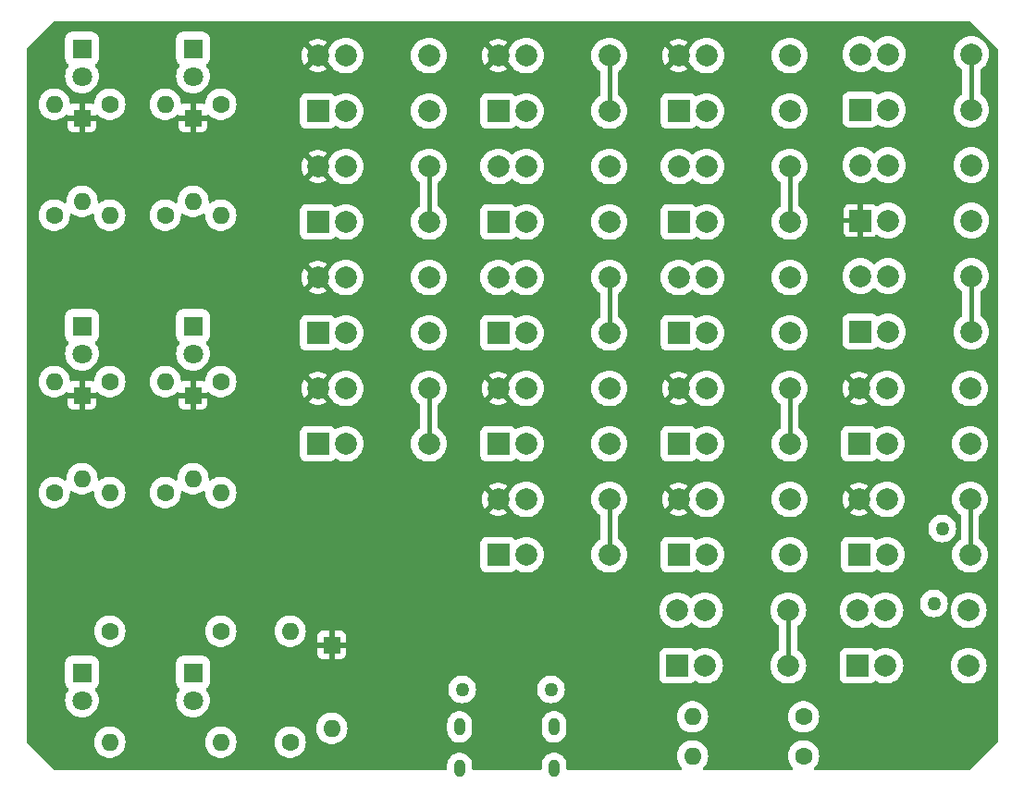
<source format=gbr>
%TF.GenerationSoftware,KiCad,Pcbnew,7.0.2*%
%TF.CreationDate,2023-05-28T17:25:48-07:00*%
%TF.ProjectId,relay-prototype,72656c61-792d-4707-926f-746f74797065,rev?*%
%TF.SameCoordinates,Original*%
%TF.FileFunction,Copper,L2,Inr*%
%TF.FilePolarity,Positive*%
%FSLAX46Y46*%
G04 Gerber Fmt 4.6, Leading zero omitted, Abs format (unit mm)*
G04 Created by KiCad (PCBNEW 7.0.2) date 2023-05-28 17:25:48*
%MOMM*%
%LPD*%
G01*
G04 APERTURE LIST*
G04 Aperture macros list*
%AMRoundRect*
0 Rectangle with rounded corners*
0 $1 Rounding radius*
0 $2 $3 $4 $5 $6 $7 $8 $9 X,Y pos of 4 corners*
0 Add a 4 corners polygon primitive as box body*
4,1,4,$2,$3,$4,$5,$6,$7,$8,$9,$2,$3,0*
0 Add four circle primitives for the rounded corners*
1,1,$1+$1,$2,$3*
1,1,$1+$1,$4,$5*
1,1,$1+$1,$6,$7*
1,1,$1+$1,$8,$9*
0 Add four rect primitives between the rounded corners*
20,1,$1+$1,$2,$3,$4,$5,0*
20,1,$1+$1,$4,$5,$6,$7,0*
20,1,$1+$1,$6,$7,$8,$9,0*
20,1,$1+$1,$8,$9,$2,$3,0*%
G04 Aperture macros list end*
%TA.AperFunction,ComponentPad*%
%ADD10RoundRect,0.500000X0.000000X-0.300000X0.000000X-0.300000X0.000000X0.300000X0.000000X0.300000X0*%
%TD*%
%TA.AperFunction,ComponentPad*%
%ADD11R,2.000000X2.000000*%
%TD*%
%TA.AperFunction,ComponentPad*%
%ADD12C,2.000000*%
%TD*%
%TA.AperFunction,ComponentPad*%
%ADD13R,1.800000X1.800000*%
%TD*%
%TA.AperFunction,ComponentPad*%
%ADD14C,1.800000*%
%TD*%
%TA.AperFunction,ComponentPad*%
%ADD15R,1.600000X1.600000*%
%TD*%
%TA.AperFunction,ComponentPad*%
%ADD16O,1.600000X1.600000*%
%TD*%
%TA.AperFunction,ComponentPad*%
%ADD17C,1.600000*%
%TD*%
%TA.AperFunction,ViaPad*%
%ADD18C,1.270000*%
%TD*%
%TA.AperFunction,Conductor*%
%ADD19C,0.381000*%
%TD*%
G04 APERTURE END LIST*
D10*
%TO.N,N/C*%
%TO.C,J1*%
X91810000Y-107518840D03*
X91810000Y-111318840D03*
X100450000Y-107518840D03*
X100450000Y-111318840D03*
%TD*%
D11*
%TO.N,GND*%
%TO.C,K15*%
X78832600Y-61286190D03*
D12*
X81372600Y-61286190D03*
%TO.N,A0*%
X88992600Y-61286190D03*
X88992600Y-56206190D03*
%TO.N,Net-(D15-A2)*%
X81372600Y-56206190D03*
%TO.N,+5V*%
X78832600Y-56206190D03*
%TD*%
D13*
%TO.N,GND*%
%TO.C,LED1*%
X67402600Y-45411190D03*
D14*
%TO.N,Net-(LED1-A)*%
X67402600Y-47951190D03*
%TD*%
D11*
%TO.N,SUM0*%
%TO.C,K20*%
X111730100Y-101926190D03*
D12*
%TO.N,GND*%
X114270100Y-101926190D03*
%TO.N,OUT0*%
X121890100Y-101926190D03*
X121890100Y-96846190D03*
%TO.N,SELECT*%
X114270100Y-96846190D03*
%TO.N,SUB0*%
X111730100Y-96846190D03*
%TD*%
D13*
%TO.N,GND*%
%TO.C,LED3*%
X67402600Y-70811190D03*
D14*
%TO.N,Net-(LED3-A)*%
X67402600Y-73351190D03*
%TD*%
D11*
%TO.N,Net-(K10-Pad1)*%
%TO.C,K10*%
X111852600Y-51126190D03*
D12*
%TO.N,GND*%
X114392600Y-51126190D03*
%TO.N,ADDCOUT1*%
X122012600Y-51126190D03*
X122012600Y-46046190D03*
%TO.N,Net-(D10-A2)*%
X114392600Y-46046190D03*
%TO.N,+5V*%
X111852600Y-46046190D03*
%TD*%
D13*
%TO.N,GND*%
%TO.C,LED2*%
X57242600Y-45411190D03*
D14*
%TO.N,Net-(LED2-A)*%
X57242600Y-47951190D03*
%TD*%
D11*
%TO.N,GND*%
%TO.C,K11*%
X128362600Y-81606190D03*
D12*
%TO.N,CIN0*%
X130902600Y-81606190D03*
%TO.N,SUB0*%
X138522600Y-81606190D03*
X138522600Y-76526190D03*
%TO.N,A0*%
X130902600Y-76526190D03*
%TO.N,+5V*%
X128362600Y-76526190D03*
%TD*%
D11*
%TO.N,SUBCOUT0*%
%TO.C,K14*%
X128485100Y-50993690D03*
D12*
%TO.N,GND*%
X131025100Y-50993690D03*
%TO.N,SUBCOUT1*%
X138645100Y-50993690D03*
X138645100Y-45913690D03*
%TO.N,A1*%
X131025100Y-45913690D03*
%TO.N,GND*%
X128485100Y-45913690D03*
%TD*%
D13*
%TO.N,GND*%
%TO.C,LED6*%
X57242600Y-102561190D03*
D14*
%TO.N,Net-(LED6-A)*%
X57242600Y-105101190D03*
%TD*%
D13*
%TO.N,GND*%
%TO.C,LED5*%
X67402600Y-102561190D03*
D14*
%TO.N,Net-(LED5-A)*%
X67402600Y-105101190D03*
%TD*%
D15*
%TO.N,+5V*%
%TO.C,B0*%
X67402600Y-77161190D03*
D16*
%TO.N,Net-(D17-A2)*%
X67402600Y-84781190D03*
%TD*%
D11*
%TO.N,GND*%
%TO.C,K18*%
X78832600Y-81606190D03*
D12*
X81372600Y-81606190D03*
%TO.N,B1*%
X88992600Y-81606190D03*
X88992600Y-76526190D03*
%TO.N,Net-(D18-A2)*%
X81372600Y-76526190D03*
%TO.N,+5V*%
X78832600Y-76526190D03*
%TD*%
D11*
%TO.N,GND*%
%TO.C,K3*%
X95342020Y-71446220D03*
D12*
X97882020Y-71446220D03*
%TO.N,Net-(K3-Pad5)*%
X105502020Y-71446220D03*
X105502020Y-66366220D03*
%TO.N,A0*%
X97882020Y-66366220D03*
%TO.N,B0*%
X95342020Y-66366220D03*
%TD*%
D13*
%TO.N,GND*%
%TO.C,LED4*%
X57242600Y-70811190D03*
D14*
%TO.N,Net-(LED4-A)*%
X57242600Y-73351190D03*
%TD*%
D15*
%TO.N,+5V*%
%TO.C,A0*%
X67402600Y-51761190D03*
D16*
%TO.N,Net-(D15-A2)*%
X67402600Y-59381190D03*
%TD*%
D11*
%TO.N,GND*%
%TO.C,K7*%
X111852600Y-81606190D03*
D12*
%TO.N,ADDCOUT0*%
X114392600Y-81606190D03*
%TO.N,SUM1*%
X122012600Y-81606190D03*
X122012600Y-76526190D03*
%TO.N,Net-(D7-A2)*%
X114392600Y-76526190D03*
%TO.N,+5V*%
X111852600Y-76526190D03*
%TD*%
D11*
%TO.N,SUM1*%
%TO.C,K21*%
X128240100Y-101926190D03*
D12*
%TO.N,GND*%
X130780100Y-101926190D03*
%TO.N,OUT1*%
X138400100Y-101926190D03*
X138400100Y-96846190D03*
%TO.N,SELECT*%
X130780100Y-96846190D03*
%TO.N,SUB1*%
X128240100Y-96846190D03*
%TD*%
D11*
%TO.N,GND*%
%TO.C,K19*%
X95342600Y-91766190D03*
D12*
X97882600Y-91766190D03*
%TO.N,SELECT*%
X105502600Y-91766190D03*
X105502600Y-86686190D03*
%TO.N,Net-(D19-A2)*%
X97882600Y-86686190D03*
%TO.N,+5V*%
X95342600Y-86686190D03*
%TD*%
D15*
%TO.N,+5V*%
%TO.C,A1*%
X57242600Y-51761190D03*
D16*
%TO.N,Net-(D16-A2)*%
X57242600Y-59381190D03*
%TD*%
D11*
%TO.N,GND*%
%TO.C,K12*%
X128485100Y-71313690D03*
D12*
X131025100Y-71313690D03*
%TO.N,SUBCOUT0*%
X138645100Y-71313690D03*
X138645100Y-66233690D03*
%TO.N,A0*%
X131025100Y-66233690D03*
%TO.N,CIN0*%
X128485100Y-66233690D03*
%TD*%
D11*
%TO.N,GND*%
%TO.C,K2*%
X95342020Y-81606025D03*
D12*
%TO.N,CIN0*%
X97882020Y-81606025D03*
%TO.N,SUM0*%
X105502020Y-81606025D03*
X105502020Y-76526025D03*
%TO.N,Net-(D2-A2)*%
X97882020Y-76526025D03*
%TO.N,+5V*%
X95342020Y-76526025D03*
%TD*%
D11*
%TO.N,+5V*%
%TO.C,K13*%
X128485100Y-61153690D03*
D12*
%TO.N,SUBCOUT0*%
X131025100Y-61153690D03*
%TO.N,SUB1*%
X138645100Y-61153690D03*
X138645100Y-56073690D03*
%TO.N,A1*%
X131025100Y-56073690D03*
%TO.N,GND*%
X128485100Y-56073690D03*
%TD*%
D11*
%TO.N,GND*%
%TO.C,K17*%
X78832600Y-71446190D03*
D12*
X81372600Y-71446190D03*
%TO.N,B0*%
X88992600Y-71446190D03*
X88992600Y-66366190D03*
%TO.N,Net-(D17-A2)*%
X81372600Y-66366190D03*
%TO.N,+5V*%
X78832600Y-66366190D03*
%TD*%
D11*
%TO.N,GND*%
%TO.C,K8*%
X111852600Y-71446190D03*
D12*
X114392600Y-71446190D03*
%TO.N,Net-(K10-Pad1)*%
X122012600Y-71446190D03*
X122012600Y-66366190D03*
%TO.N,A1*%
X114392600Y-66366190D03*
%TO.N,B1*%
X111852600Y-66366190D03*
%TD*%
D11*
%TO.N,GND*%
%TO.C,K9*%
X111852600Y-61286190D03*
D12*
X114392600Y-61286190D03*
%TO.N,Net-(D10-A2)*%
X122012600Y-61286190D03*
X122012600Y-56206190D03*
%TO.N,Net-(D7-A2)*%
X114392600Y-56206190D03*
%TO.N,ADDCOUT0*%
X111852600Y-56206190D03*
%TD*%
D15*
%TO.N,+5V*%
%TO.C,B1*%
X57242600Y-77161190D03*
D16*
%TO.N,Net-(D18-A2)*%
X57242600Y-84781190D03*
%TD*%
D11*
%TO.N,Net-(K3-Pad5)*%
%TO.C,K5*%
X95342020Y-51126610D03*
D12*
%TO.N,GND*%
X97882020Y-51126610D03*
%TO.N,ADDCOUT0*%
X105502020Y-51126610D03*
X105502020Y-46046610D03*
%TO.N,Net-(D5-A2)*%
X97882020Y-46046610D03*
%TO.N,+5V*%
X95342020Y-46046610D03*
%TD*%
D11*
%TO.N,GND*%
%TO.C,K6*%
X128362600Y-91766190D03*
D12*
%TO.N,B1*%
X130902600Y-91766190D03*
%TO.N,Net-(D7-A2)*%
X138522600Y-91766190D03*
X138522600Y-86686190D03*
%TO.N,A1*%
X130902600Y-86686190D03*
%TO.N,+5V*%
X128362600Y-86686190D03*
%TD*%
D11*
%TO.N,GND*%
%TO.C,K1*%
X111852020Y-91765830D03*
D12*
%TO.N,B0*%
X114392020Y-91765830D03*
%TO.N,Net-(D2-A2)*%
X122012020Y-91765830D03*
X122012020Y-86685830D03*
%TO.N,A0*%
X114392020Y-86685830D03*
%TO.N,+5V*%
X111852020Y-86685830D03*
%TD*%
D11*
%TO.N,GND*%
%TO.C,K16*%
X78832600Y-51126610D03*
D12*
X81372600Y-51126610D03*
%TO.N,A1*%
X88992600Y-51126610D03*
X88992600Y-46046610D03*
%TO.N,Net-(D16-A2)*%
X81372600Y-46046610D03*
%TO.N,+5V*%
X78832600Y-46046610D03*
%TD*%
D11*
%TO.N,GND*%
%TO.C,K4*%
X95342020Y-61286415D03*
D12*
X97882020Y-61286415D03*
%TO.N,Net-(D5-A2)*%
X105502020Y-61286415D03*
X105502020Y-56206415D03*
%TO.N,Net-(D2-A2)*%
X97882020Y-56206415D03*
%TO.N,CIN0*%
X95342020Y-56206415D03*
%TD*%
D15*
%TO.N,+5V*%
%TO.C,S1*%
X80102600Y-100021190D03*
D16*
%TO.N,Net-(D19-A2)*%
X80102600Y-107641190D03*
%TD*%
D17*
%TO.N,GND*%
%TO.C,RCC2*%
X123282600Y-106599790D03*
D16*
%TO.N,Net-(J1-CC2)*%
X113122600Y-106599790D03*
%TD*%
D17*
%TO.N,GND*%
%TO.C,R2*%
X59782600Y-50491190D03*
D16*
%TO.N,Net-(D16-A2)*%
X59782600Y-60651190D03*
%TD*%
D17*
%TO.N,GND*%
%TO.C,RCC1*%
X123282600Y-110181190D03*
D16*
%TO.N,Net-(J1-CC1)*%
X113122600Y-110181190D03*
%TD*%
D17*
%TO.N,GND*%
%TO.C,R1*%
X69942600Y-50491190D03*
D16*
%TO.N,Net-(D15-A2)*%
X69942600Y-60651190D03*
%TD*%
D17*
%TO.N,Net-(D19-A2)*%
%TO.C,R9*%
X76292600Y-108911190D03*
D16*
%TO.N,GND*%
X76292600Y-98751190D03*
%TD*%
D17*
%TO.N,OUT0*%
%TO.C,R10*%
X69942600Y-98751190D03*
D16*
%TO.N,Net-(LED5-A)*%
X69942600Y-108911190D03*
%TD*%
D17*
%TO.N,Net-(D15-A2)*%
%TO.C,R5*%
X64862600Y-60651190D03*
D16*
%TO.N,Net-(LED1-A)*%
X64862600Y-50491190D03*
%TD*%
D17*
%TO.N,OUT1*%
%TO.C,R11*%
X59782600Y-98751190D03*
D16*
%TO.N,Net-(LED6-A)*%
X59782600Y-108911190D03*
%TD*%
D17*
%TO.N,Net-(D18-A2)*%
%TO.C,R8*%
X54702600Y-86051190D03*
D16*
%TO.N,Net-(LED4-A)*%
X54702600Y-75891190D03*
%TD*%
D17*
%TO.N,GND*%
%TO.C,R3*%
X69942600Y-75891190D03*
D16*
%TO.N,Net-(D17-A2)*%
X69942600Y-86051190D03*
%TD*%
D17*
%TO.N,Net-(D17-A2)*%
%TO.C,R7*%
X64862600Y-86051190D03*
D16*
%TO.N,Net-(LED3-A)*%
X64862600Y-75891190D03*
%TD*%
D17*
%TO.N,Net-(D16-A2)*%
%TO.C,R6*%
X54702600Y-60651190D03*
D16*
%TO.N,Net-(LED2-A)*%
X54702600Y-50491190D03*
%TD*%
D17*
%TO.N,GND*%
%TO.C,R4*%
X59782600Y-75891190D03*
D16*
%TO.N,Net-(D18-A2)*%
X59782600Y-86051190D03*
%TD*%
D18*
%TO.N,+5V*%
X97628600Y-104085190D03*
X94580600Y-104085190D03*
%TO.N,GND*%
X100168600Y-104085190D03*
X92040600Y-104085190D03*
%TO.N,A1*%
X135220600Y-96211190D03*
X135982600Y-89353190D03*
%TD*%
D19*
%TO.N,A0*%
X88992600Y-61286190D02*
X88992600Y-56206190D01*
%TO.N,B1*%
X88992600Y-76526190D02*
X88992600Y-81606190D01*
%TO.N,ADDCOUT0*%
X105502020Y-46046610D02*
X105502020Y-51126610D01*
%TO.N,Net-(D7-A2)*%
X138522600Y-86686190D02*
X138522600Y-91766190D01*
%TO.N,Net-(D10-A2)*%
X122012600Y-61286190D02*
X122012600Y-56206190D01*
%TO.N,SUBCOUT0*%
X138645100Y-66233690D02*
X138645100Y-71313690D01*
%TO.N,SELECT*%
X105502600Y-86686190D02*
X105502600Y-91766190D01*
%TO.N,Net-(K3-Pad5)*%
X105502020Y-66366220D02*
X105502020Y-71446220D01*
%TO.N,SUM1*%
X122012600Y-81606190D02*
X122012600Y-76526190D01*
%TO.N,SUBCOUT1*%
X138645100Y-50993690D02*
X138645100Y-45913690D01*
%TO.N,OUT0*%
X121890100Y-96846190D02*
X121890100Y-101926190D01*
%TD*%
%TA.AperFunction,Conductor*%
%TO.N,+5V*%
G36*
X138538277Y-42890875D02*
G01*
X138558919Y-42907509D01*
X141026282Y-45374872D01*
X141059766Y-45436193D01*
X141062600Y-45462551D01*
X141062600Y-108859828D01*
X141042915Y-108926867D01*
X141026281Y-108947509D01*
X138558919Y-111414871D01*
X138497596Y-111448356D01*
X138471238Y-111451190D01*
X124347314Y-111451190D01*
X124280275Y-111431505D01*
X124234520Y-111378701D01*
X124224576Y-111309543D01*
X124253601Y-111245987D01*
X124256084Y-111243207D01*
X124258170Y-111240941D01*
X124419294Y-111065914D01*
X124549412Y-110866754D01*
X124644974Y-110648894D01*
X124703375Y-110418275D01*
X124723020Y-110181190D01*
X124703375Y-109944105D01*
X124644974Y-109713486D01*
X124549412Y-109495626D01*
X124419294Y-109296466D01*
X124258170Y-109121439D01*
X124236997Y-109104959D01*
X124070440Y-108975322D01*
X124070436Y-108975319D01*
X124070435Y-108975319D01*
X123861210Y-108862092D01*
X123861206Y-108862090D01*
X123861205Y-108862090D01*
X123636204Y-108784846D01*
X123401549Y-108745690D01*
X123163651Y-108745690D01*
X122928995Y-108784846D01*
X122703994Y-108862090D01*
X122494759Y-108975322D01*
X122307033Y-109121436D01*
X122145903Y-109296469D01*
X122015788Y-109495624D01*
X121920227Y-109713483D01*
X121861824Y-109944109D01*
X121842179Y-110181190D01*
X121861824Y-110418270D01*
X121861824Y-110418273D01*
X121861825Y-110418275D01*
X121864439Y-110428599D01*
X121920227Y-110648896D01*
X122015788Y-110866755D01*
X122058504Y-110932136D01*
X122145906Y-111065914D01*
X122307030Y-111240941D01*
X122309116Y-111243207D01*
X122340038Y-111305862D01*
X122332178Y-111375288D01*
X122288031Y-111429443D01*
X122221613Y-111451134D01*
X122217886Y-111451190D01*
X114187314Y-111451190D01*
X114120275Y-111431505D01*
X114074520Y-111378701D01*
X114064576Y-111309543D01*
X114093601Y-111245987D01*
X114096084Y-111243207D01*
X114098170Y-111240941D01*
X114259294Y-111065914D01*
X114389412Y-110866754D01*
X114484974Y-110648894D01*
X114543375Y-110418275D01*
X114563020Y-110181190D01*
X114543375Y-109944105D01*
X114484974Y-109713486D01*
X114389412Y-109495626D01*
X114259294Y-109296466D01*
X114098170Y-109121439D01*
X114076997Y-109104959D01*
X113910440Y-108975322D01*
X113910436Y-108975319D01*
X113910435Y-108975319D01*
X113701210Y-108862092D01*
X113701206Y-108862090D01*
X113701205Y-108862090D01*
X113476204Y-108784846D01*
X113241549Y-108745690D01*
X113003651Y-108745690D01*
X112768995Y-108784846D01*
X112543994Y-108862090D01*
X112334759Y-108975322D01*
X112147033Y-109121436D01*
X111985903Y-109296469D01*
X111855788Y-109495624D01*
X111760227Y-109713483D01*
X111701824Y-109944109D01*
X111682179Y-110181190D01*
X111701824Y-110418270D01*
X111701824Y-110418273D01*
X111701825Y-110418275D01*
X111704439Y-110428599D01*
X111760227Y-110648896D01*
X111855788Y-110866755D01*
X111898504Y-110932136D01*
X111985906Y-111065914D01*
X112147030Y-111240941D01*
X112149116Y-111243207D01*
X112180038Y-111305862D01*
X112172178Y-111375288D01*
X112128031Y-111429443D01*
X112061613Y-111451134D01*
X112057886Y-111451190D01*
X101709500Y-111451190D01*
X101642461Y-111431505D01*
X101596706Y-111378701D01*
X101585500Y-111327190D01*
X101585500Y-110933965D01*
X101585500Y-110932136D01*
X101582598Y-110883421D01*
X101536502Y-110671523D01*
X101451138Y-110472177D01*
X101414656Y-110418275D01*
X101329589Y-110292589D01*
X101176250Y-110139250D01*
X100996662Y-110017701D01*
X100797318Y-109932338D01*
X100585416Y-109886241D01*
X100538553Y-109883449D01*
X100538514Y-109883447D01*
X100536704Y-109883340D01*
X100363296Y-109883340D01*
X100361486Y-109883447D01*
X100361446Y-109883449D01*
X100314583Y-109886241D01*
X100102681Y-109932338D01*
X99903337Y-110017701D01*
X99723749Y-110139250D01*
X99570410Y-110292589D01*
X99448861Y-110472177D01*
X99363498Y-110671521D01*
X99317401Y-110883423D01*
X99314609Y-110930286D01*
X99314607Y-110930326D01*
X99314500Y-110932136D01*
X99314500Y-110933964D01*
X99314500Y-110933965D01*
X99314500Y-111327190D01*
X99294815Y-111394229D01*
X99242011Y-111439984D01*
X99190500Y-111451190D01*
X93069500Y-111451190D01*
X93002461Y-111431505D01*
X92956706Y-111378701D01*
X92945500Y-111327190D01*
X92945500Y-110933965D01*
X92945500Y-110932136D01*
X92942598Y-110883421D01*
X92896502Y-110671523D01*
X92811138Y-110472177D01*
X92774656Y-110418275D01*
X92689589Y-110292589D01*
X92536250Y-110139250D01*
X92356662Y-110017701D01*
X92157318Y-109932338D01*
X91945416Y-109886241D01*
X91898553Y-109883449D01*
X91898514Y-109883447D01*
X91896704Y-109883340D01*
X91723296Y-109883340D01*
X91721486Y-109883447D01*
X91721446Y-109883449D01*
X91674583Y-109886241D01*
X91462681Y-109932338D01*
X91263337Y-110017701D01*
X91083749Y-110139250D01*
X90930410Y-110292589D01*
X90808861Y-110472177D01*
X90723498Y-110671521D01*
X90677401Y-110883423D01*
X90674609Y-110930286D01*
X90674607Y-110930326D01*
X90674500Y-110932136D01*
X90674500Y-110933965D01*
X90674500Y-111327190D01*
X90654815Y-111394229D01*
X90602011Y-111439984D01*
X90550500Y-111451190D01*
X54753962Y-111451190D01*
X54686923Y-111431505D01*
X54666281Y-111414871D01*
X52198919Y-108947509D01*
X52179087Y-108911190D01*
X58342179Y-108911190D01*
X58361824Y-109148270D01*
X58361824Y-109148273D01*
X58361825Y-109148275D01*
X58399352Y-109296466D01*
X58420227Y-109378896D01*
X58515788Y-109596755D01*
X58645142Y-109794745D01*
X58645906Y-109795914D01*
X58807030Y-109970941D01*
X58807033Y-109970943D01*
X58994759Y-110117057D01*
X58994761Y-110117058D01*
X58994765Y-110117061D01*
X59203990Y-110230288D01*
X59428998Y-110307534D01*
X59663651Y-110346690D01*
X59901549Y-110346690D01*
X60136202Y-110307534D01*
X60361210Y-110230288D01*
X60570435Y-110117061D01*
X60758170Y-109970941D01*
X60919294Y-109795914D01*
X61049412Y-109596754D01*
X61144974Y-109378894D01*
X61203375Y-109148275D01*
X61223020Y-108911190D01*
X61223020Y-108911189D01*
X68502179Y-108911189D01*
X68521824Y-109148270D01*
X68521824Y-109148273D01*
X68521825Y-109148275D01*
X68559352Y-109296466D01*
X68580227Y-109378896D01*
X68675788Y-109596755D01*
X68805142Y-109794745D01*
X68805906Y-109795914D01*
X68967030Y-109970941D01*
X68967033Y-109970943D01*
X69154759Y-110117057D01*
X69154761Y-110117058D01*
X69154765Y-110117061D01*
X69363990Y-110230288D01*
X69588998Y-110307534D01*
X69823651Y-110346690D01*
X70061549Y-110346690D01*
X70296202Y-110307534D01*
X70521210Y-110230288D01*
X70730435Y-110117061D01*
X70918170Y-109970941D01*
X71079294Y-109795914D01*
X71209412Y-109596754D01*
X71304974Y-109378894D01*
X71363375Y-109148275D01*
X71383020Y-108911190D01*
X74852179Y-108911190D01*
X74871824Y-109148270D01*
X74871824Y-109148273D01*
X74871825Y-109148275D01*
X74909352Y-109296466D01*
X74930227Y-109378896D01*
X75025788Y-109596755D01*
X75155142Y-109794745D01*
X75155906Y-109795914D01*
X75317030Y-109970941D01*
X75317033Y-109970943D01*
X75504759Y-110117057D01*
X75504761Y-110117058D01*
X75504765Y-110117061D01*
X75713990Y-110230288D01*
X75938998Y-110307534D01*
X76173651Y-110346690D01*
X76411549Y-110346690D01*
X76646202Y-110307534D01*
X76871210Y-110230288D01*
X77080435Y-110117061D01*
X77268170Y-109970941D01*
X77429294Y-109795914D01*
X77559412Y-109596754D01*
X77654974Y-109378894D01*
X77713375Y-109148275D01*
X77733020Y-108911190D01*
X77713375Y-108674105D01*
X77654974Y-108443486D01*
X77559412Y-108225626D01*
X77429294Y-108026466D01*
X77268170Y-107851439D01*
X77246997Y-107834959D01*
X77080440Y-107705322D01*
X77080436Y-107705319D01*
X77080435Y-107705319D01*
X76961935Y-107641190D01*
X78662179Y-107641190D01*
X78681824Y-107878270D01*
X78681824Y-107878273D01*
X78681825Y-107878275D01*
X78719352Y-108026466D01*
X78740227Y-108108896D01*
X78835788Y-108326755D01*
X78965903Y-108525910D01*
X78965906Y-108525914D01*
X79127030Y-108700941D01*
X79127033Y-108700943D01*
X79314759Y-108847057D01*
X79314761Y-108847058D01*
X79314765Y-108847061D01*
X79523990Y-108960288D01*
X79748998Y-109037534D01*
X79983651Y-109076690D01*
X80221549Y-109076690D01*
X80456202Y-109037534D01*
X80681210Y-108960288D01*
X80890435Y-108847061D01*
X81078170Y-108700941D01*
X81239294Y-108525914D01*
X81369412Y-108326754D01*
X81464974Y-108108894D01*
X81516470Y-107905544D01*
X90674500Y-107905544D01*
X90674607Y-107907354D01*
X90674609Y-107907393D01*
X90677401Y-107954256D01*
X90723498Y-108166158D01*
X90808861Y-108365502D01*
X90930410Y-108545090D01*
X91083749Y-108698429D01*
X91153577Y-108745690D01*
X91263337Y-108819978D01*
X91462683Y-108905342D01*
X91674581Y-108951438D01*
X91691739Y-108952460D01*
X91721446Y-108954230D01*
X91721452Y-108954230D01*
X91723296Y-108954340D01*
X91725125Y-108954340D01*
X91894875Y-108954340D01*
X91896704Y-108954340D01*
X91898548Y-108954230D01*
X91898553Y-108954230D01*
X91919681Y-108952971D01*
X91945419Y-108951438D01*
X92157317Y-108905342D01*
X92356663Y-108819978D01*
X92536250Y-108698429D01*
X92689589Y-108545090D01*
X92811138Y-108365503D01*
X92896502Y-108166157D01*
X92942598Y-107954259D01*
X92945500Y-107905544D01*
X99314500Y-107905544D01*
X99314607Y-107907354D01*
X99314609Y-107907393D01*
X99317401Y-107954256D01*
X99363498Y-108166158D01*
X99448861Y-108365502D01*
X99570410Y-108545090D01*
X99723749Y-108698429D01*
X99793577Y-108745690D01*
X99903337Y-108819978D01*
X100102683Y-108905342D01*
X100314581Y-108951438D01*
X100331739Y-108952460D01*
X100361446Y-108954230D01*
X100361452Y-108954230D01*
X100363296Y-108954340D01*
X100365125Y-108954340D01*
X100534875Y-108954340D01*
X100536704Y-108954340D01*
X100538548Y-108954230D01*
X100538553Y-108954230D01*
X100559681Y-108952971D01*
X100585419Y-108951438D01*
X100797317Y-108905342D01*
X100996663Y-108819978D01*
X101176250Y-108698429D01*
X101329589Y-108545090D01*
X101451138Y-108365503D01*
X101536502Y-108166157D01*
X101582598Y-107954259D01*
X101585500Y-107905544D01*
X101585500Y-107132136D01*
X101582598Y-107083421D01*
X101536502Y-106871523D01*
X101451138Y-106672177D01*
X101430333Y-106641438D01*
X101402144Y-106599789D01*
X111682179Y-106599789D01*
X111701824Y-106836870D01*
X111760227Y-107067496D01*
X111855788Y-107285355D01*
X111980141Y-107475690D01*
X111985906Y-107484514D01*
X112147030Y-107659541D01*
X112147033Y-107659543D01*
X112334759Y-107805657D01*
X112334761Y-107805658D01*
X112334765Y-107805661D01*
X112543990Y-107918888D01*
X112768998Y-107996134D01*
X113003651Y-108035290D01*
X113241549Y-108035290D01*
X113476202Y-107996134D01*
X113701210Y-107918888D01*
X113910435Y-107805661D01*
X114098170Y-107659541D01*
X114259294Y-107484514D01*
X114389412Y-107285354D01*
X114484974Y-107067494D01*
X114543375Y-106836875D01*
X114563020Y-106599790D01*
X114563020Y-106599789D01*
X121842179Y-106599789D01*
X121861824Y-106836870D01*
X121920227Y-107067496D01*
X122015788Y-107285355D01*
X122140141Y-107475690D01*
X122145906Y-107484514D01*
X122307030Y-107659541D01*
X122307033Y-107659543D01*
X122494759Y-107805657D01*
X122494761Y-107805658D01*
X122494765Y-107805661D01*
X122703990Y-107918888D01*
X122928998Y-107996134D01*
X123163651Y-108035290D01*
X123401549Y-108035290D01*
X123636202Y-107996134D01*
X123861210Y-107918888D01*
X124070435Y-107805661D01*
X124258170Y-107659541D01*
X124419294Y-107484514D01*
X124549412Y-107285354D01*
X124644974Y-107067494D01*
X124703375Y-106836875D01*
X124723020Y-106599790D01*
X124703375Y-106362705D01*
X124644974Y-106132086D01*
X124549412Y-105914226D01*
X124419294Y-105715066D01*
X124258170Y-105540039D01*
X124236997Y-105523559D01*
X124070440Y-105393922D01*
X124070436Y-105393919D01*
X124070435Y-105393919D01*
X123861210Y-105280692D01*
X123861206Y-105280690D01*
X123861205Y-105280690D01*
X123636204Y-105203446D01*
X123401549Y-105164290D01*
X123163651Y-105164290D01*
X122928995Y-105203446D01*
X122703994Y-105280690D01*
X122494759Y-105393922D01*
X122307033Y-105540036D01*
X122145903Y-105715069D01*
X122015788Y-105914224D01*
X121920227Y-106132083D01*
X121861824Y-106362709D01*
X121842179Y-106599789D01*
X114563020Y-106599789D01*
X114543375Y-106362705D01*
X114484974Y-106132086D01*
X114389412Y-105914226D01*
X114259294Y-105715066D01*
X114098170Y-105540039D01*
X114076997Y-105523559D01*
X113910440Y-105393922D01*
X113910436Y-105393919D01*
X113910435Y-105393919D01*
X113701210Y-105280692D01*
X113701206Y-105280690D01*
X113701205Y-105280690D01*
X113476204Y-105203446D01*
X113241549Y-105164290D01*
X113003651Y-105164290D01*
X112768995Y-105203446D01*
X112543994Y-105280690D01*
X112334759Y-105393922D01*
X112147033Y-105540036D01*
X111985903Y-105715069D01*
X111855788Y-105914224D01*
X111760227Y-106132083D01*
X111701824Y-106362709D01*
X111682179Y-106599789D01*
X101402144Y-106599789D01*
X101329589Y-106492589D01*
X101176250Y-106339250D01*
X100996662Y-106217701D01*
X100797318Y-106132338D01*
X100585416Y-106086241D01*
X100538553Y-106083449D01*
X100538514Y-106083447D01*
X100536704Y-106083340D01*
X100363296Y-106083340D01*
X100361486Y-106083447D01*
X100361446Y-106083449D01*
X100314583Y-106086241D01*
X100102681Y-106132338D01*
X99903337Y-106217701D01*
X99723749Y-106339250D01*
X99570410Y-106492589D01*
X99448861Y-106672177D01*
X99363498Y-106871521D01*
X99317401Y-107083423D01*
X99314609Y-107130286D01*
X99314607Y-107130326D01*
X99314500Y-107132136D01*
X99314500Y-107905544D01*
X92945500Y-107905544D01*
X92945500Y-107132136D01*
X92942598Y-107083421D01*
X92896502Y-106871523D01*
X92811138Y-106672177D01*
X92790333Y-106641438D01*
X92689589Y-106492589D01*
X92536250Y-106339250D01*
X92356662Y-106217701D01*
X92157318Y-106132338D01*
X91945416Y-106086241D01*
X91898553Y-106083449D01*
X91898514Y-106083447D01*
X91896704Y-106083340D01*
X91723296Y-106083340D01*
X91721486Y-106083447D01*
X91721446Y-106083449D01*
X91674583Y-106086241D01*
X91462681Y-106132338D01*
X91263337Y-106217701D01*
X91083749Y-106339250D01*
X90930410Y-106492589D01*
X90808861Y-106672177D01*
X90723498Y-106871521D01*
X90677401Y-107083423D01*
X90674609Y-107130286D01*
X90674607Y-107130326D01*
X90674500Y-107132136D01*
X90674500Y-107905544D01*
X81516470Y-107905544D01*
X81523375Y-107878275D01*
X81543020Y-107641190D01*
X81523375Y-107404105D01*
X81464974Y-107173486D01*
X81369412Y-106955626D01*
X81314463Y-106871521D01*
X81239296Y-106756469D01*
X81239295Y-106756468D01*
X81239294Y-106756466D01*
X81078170Y-106581439D01*
X80964016Y-106492589D01*
X80890440Y-106435322D01*
X80890436Y-106435319D01*
X80890435Y-106435319D01*
X80681210Y-106322092D01*
X80681206Y-106322090D01*
X80681205Y-106322090D01*
X80456204Y-106244846D01*
X80221549Y-106205690D01*
X79983651Y-106205690D01*
X79748995Y-106244846D01*
X79523994Y-106322090D01*
X79314759Y-106435322D01*
X79127033Y-106581436D01*
X78965903Y-106756469D01*
X78835788Y-106955624D01*
X78740227Y-107173483D01*
X78681824Y-107404109D01*
X78662179Y-107641190D01*
X76961935Y-107641190D01*
X76871210Y-107592092D01*
X76871206Y-107592090D01*
X76871205Y-107592090D01*
X76646204Y-107514846D01*
X76411549Y-107475690D01*
X76173651Y-107475690D01*
X75938995Y-107514846D01*
X75713994Y-107592090D01*
X75504759Y-107705322D01*
X75317033Y-107851436D01*
X75155903Y-108026469D01*
X75025788Y-108225624D01*
X74930227Y-108443483D01*
X74871824Y-108674109D01*
X74852179Y-108911190D01*
X71383020Y-108911190D01*
X71382535Y-108905342D01*
X71372551Y-108784846D01*
X71363375Y-108674105D01*
X71304974Y-108443486D01*
X71209412Y-108225626D01*
X71079294Y-108026466D01*
X70918170Y-107851439D01*
X70896997Y-107834959D01*
X70730440Y-107705322D01*
X70730436Y-107705319D01*
X70730435Y-107705319D01*
X70521210Y-107592092D01*
X70521206Y-107592090D01*
X70521205Y-107592090D01*
X70296204Y-107514846D01*
X70061549Y-107475690D01*
X69823651Y-107475690D01*
X69588995Y-107514846D01*
X69363994Y-107592090D01*
X69154759Y-107705322D01*
X68967033Y-107851436D01*
X68805903Y-108026469D01*
X68675788Y-108225624D01*
X68580227Y-108443483D01*
X68521824Y-108674109D01*
X68502179Y-108911189D01*
X61223020Y-108911189D01*
X61222535Y-108905342D01*
X61212551Y-108784846D01*
X61203375Y-108674105D01*
X61144974Y-108443486D01*
X61049412Y-108225626D01*
X60919294Y-108026466D01*
X60758170Y-107851439D01*
X60736997Y-107834959D01*
X60570440Y-107705322D01*
X60570436Y-107705319D01*
X60570435Y-107705319D01*
X60361210Y-107592092D01*
X60361206Y-107592090D01*
X60361205Y-107592090D01*
X60136204Y-107514846D01*
X59901549Y-107475690D01*
X59663651Y-107475690D01*
X59428995Y-107514846D01*
X59203994Y-107592090D01*
X58994759Y-107705322D01*
X58807033Y-107851436D01*
X58645903Y-108026469D01*
X58515788Y-108225624D01*
X58420227Y-108443483D01*
X58361824Y-108674109D01*
X58342179Y-108911190D01*
X52179087Y-108911190D01*
X52165434Y-108886186D01*
X52162600Y-108859828D01*
X52162600Y-105101190D01*
X55702352Y-105101190D01*
X55721315Y-105342139D01*
X55777736Y-105577153D01*
X55834863Y-105715066D01*
X55870229Y-105800448D01*
X55996513Y-106006525D01*
X56153480Y-106190310D01*
X56337265Y-106347277D01*
X56543342Y-106473561D01*
X56708310Y-106541893D01*
X56766636Y-106566053D01*
X56830712Y-106581436D01*
X57001652Y-106622475D01*
X57242600Y-106641438D01*
X57483548Y-106622475D01*
X57718563Y-106566053D01*
X57941858Y-106473561D01*
X58147935Y-106347277D01*
X58331720Y-106190310D01*
X58488687Y-106006525D01*
X58614971Y-105800448D01*
X58707463Y-105577153D01*
X58763885Y-105342138D01*
X58782848Y-105101190D01*
X65862352Y-105101190D01*
X65881315Y-105342139D01*
X65937736Y-105577153D01*
X65994863Y-105715066D01*
X66030229Y-105800448D01*
X66156513Y-106006525D01*
X66313480Y-106190310D01*
X66497265Y-106347277D01*
X66703342Y-106473561D01*
X66868310Y-106541893D01*
X66926636Y-106566053D01*
X66990712Y-106581436D01*
X67161652Y-106622475D01*
X67402600Y-106641438D01*
X67643548Y-106622475D01*
X67878563Y-106566053D01*
X68101858Y-106473561D01*
X68307935Y-106347277D01*
X68491720Y-106190310D01*
X68648687Y-106006525D01*
X68774971Y-105800448D01*
X68867463Y-105577153D01*
X68923885Y-105342138D01*
X68942848Y-105101190D01*
X68923885Y-104860242D01*
X68867463Y-104625227D01*
X68774971Y-104401932D01*
X68648687Y-104195855D01*
X68630417Y-104174464D01*
X68601847Y-104110703D01*
X68605701Y-104085190D01*
X90765246Y-104085190D01*
X90784621Y-104306650D01*
X90810151Y-104401930D01*
X90842160Y-104521386D01*
X90936112Y-104722867D01*
X91063623Y-104904971D01*
X91220819Y-105062167D01*
X91402923Y-105189678D01*
X91604404Y-105283630D01*
X91819137Y-105341168D01*
X92040600Y-105360543D01*
X92262063Y-105341168D01*
X92476796Y-105283630D01*
X92678277Y-105189678D01*
X92860381Y-105062167D01*
X93017577Y-104904971D01*
X93145088Y-104722867D01*
X93239040Y-104521386D01*
X93296578Y-104306653D01*
X93315953Y-104085190D01*
X98893246Y-104085190D01*
X98912621Y-104306650D01*
X98938151Y-104401930D01*
X98970160Y-104521386D01*
X99064112Y-104722867D01*
X99191623Y-104904971D01*
X99348819Y-105062167D01*
X99530923Y-105189678D01*
X99732404Y-105283630D01*
X99947137Y-105341168D01*
X100168600Y-105360543D01*
X100390063Y-105341168D01*
X100604796Y-105283630D01*
X100806277Y-105189678D01*
X100988381Y-105062167D01*
X101145577Y-104904971D01*
X101273088Y-104722867D01*
X101367040Y-104521386D01*
X101424578Y-104306653D01*
X101443953Y-104085190D01*
X101424578Y-103863727D01*
X101367040Y-103648994D01*
X101273088Y-103447514D01*
X101145577Y-103265409D01*
X100988381Y-103108213D01*
X100816658Y-102987971D01*
X110094600Y-102987971D01*
X110094601Y-102990370D01*
X110094789Y-102992761D01*
X110094790Y-102992783D01*
X110097435Y-103026395D01*
X110142230Y-103180582D01*
X110142231Y-103180583D01*
X110223965Y-103318788D01*
X110337502Y-103432325D01*
X110475707Y-103514059D01*
X110629896Y-103558855D01*
X110665919Y-103561690D01*
X112794280Y-103561689D01*
X112830304Y-103558855D01*
X112984493Y-103514059D01*
X113122698Y-103432325D01*
X113234075Y-103320947D01*
X113295394Y-103287465D01*
X113365086Y-103292449D01*
X113386539Y-103302902D01*
X113525303Y-103387937D01*
X113701015Y-103460719D01*
X113763139Y-103486452D01*
X113842222Y-103505438D01*
X114013460Y-103546549D01*
X114270100Y-103566747D01*
X114526740Y-103546549D01*
X114777060Y-103486452D01*
X115014897Y-103387937D01*
X115234395Y-103253428D01*
X115430149Y-103086239D01*
X115597338Y-102890485D01*
X115731847Y-102670987D01*
X115830362Y-102433150D01*
X115890459Y-102182830D01*
X115910657Y-101926190D01*
X120249543Y-101926190D01*
X120269741Y-102182831D01*
X120329837Y-102433150D01*
X120391961Y-102583130D01*
X120428353Y-102670987D01*
X120562862Y-102890485D01*
X120730051Y-103086239D01*
X120925805Y-103253428D01*
X121145303Y-103387937D01*
X121321015Y-103460719D01*
X121383139Y-103486452D01*
X121462222Y-103505438D01*
X121633460Y-103546549D01*
X121890100Y-103566747D01*
X122146740Y-103546549D01*
X122397060Y-103486452D01*
X122634897Y-103387937D01*
X122854395Y-103253428D01*
X123050149Y-103086239D01*
X123134077Y-102987971D01*
X126604600Y-102987971D01*
X126604601Y-102990370D01*
X126604789Y-102992761D01*
X126604790Y-102992783D01*
X126607435Y-103026395D01*
X126652230Y-103180582D01*
X126652231Y-103180583D01*
X126733965Y-103318788D01*
X126847502Y-103432325D01*
X126985707Y-103514059D01*
X127139896Y-103558855D01*
X127175919Y-103561690D01*
X129304280Y-103561689D01*
X129340304Y-103558855D01*
X129494493Y-103514059D01*
X129632698Y-103432325D01*
X129744075Y-103320947D01*
X129805394Y-103287465D01*
X129875086Y-103292449D01*
X129896539Y-103302902D01*
X130035303Y-103387937D01*
X130211015Y-103460719D01*
X130273139Y-103486452D01*
X130352222Y-103505438D01*
X130523460Y-103546549D01*
X130780100Y-103566747D01*
X131036740Y-103546549D01*
X131287060Y-103486452D01*
X131524897Y-103387937D01*
X131744395Y-103253428D01*
X131940149Y-103086239D01*
X132107338Y-102890485D01*
X132241847Y-102670987D01*
X132340362Y-102433150D01*
X132400459Y-102182830D01*
X132420657Y-101926190D01*
X136759543Y-101926190D01*
X136779741Y-102182831D01*
X136839837Y-102433150D01*
X136901961Y-102583130D01*
X136938353Y-102670987D01*
X137072862Y-102890485D01*
X137240051Y-103086239D01*
X137435805Y-103253428D01*
X137655303Y-103387937D01*
X137831015Y-103460719D01*
X137893139Y-103486452D01*
X137972222Y-103505438D01*
X138143460Y-103546549D01*
X138400100Y-103566747D01*
X138656740Y-103546549D01*
X138907060Y-103486452D01*
X139144897Y-103387937D01*
X139364395Y-103253428D01*
X139560149Y-103086239D01*
X139727338Y-102890485D01*
X139861847Y-102670987D01*
X139960362Y-102433150D01*
X140020459Y-102182830D01*
X140040657Y-101926190D01*
X140020459Y-101669550D01*
X139960362Y-101419230D01*
X139861847Y-101181393D01*
X139727338Y-100961895D01*
X139560149Y-100766141D01*
X139364395Y-100598952D01*
X139144897Y-100464443D01*
X139037735Y-100420055D01*
X138907060Y-100365927D01*
X138656741Y-100305831D01*
X138400100Y-100285633D01*
X138143458Y-100305831D01*
X137893139Y-100365927D01*
X137655301Y-100464444D01*
X137435806Y-100598951D01*
X137240051Y-100766141D01*
X137072861Y-100961896D01*
X136938354Y-101181391D01*
X136839837Y-101419229D01*
X136779741Y-101669548D01*
X136759543Y-101926190D01*
X132420657Y-101926190D01*
X132400459Y-101669550D01*
X132340362Y-101419230D01*
X132241847Y-101181393D01*
X132107338Y-100961895D01*
X131940149Y-100766141D01*
X131744395Y-100598952D01*
X131524897Y-100464443D01*
X131417735Y-100420055D01*
X131287060Y-100365927D01*
X131036741Y-100305831D01*
X130844355Y-100290690D01*
X130780100Y-100285633D01*
X130780099Y-100285633D01*
X130523458Y-100305831D01*
X130273139Y-100365927D01*
X130035301Y-100464444D01*
X129896543Y-100549475D01*
X129829097Y-100567720D01*
X129762494Y-100546604D01*
X129744072Y-100531429D01*
X129632698Y-100420055D01*
X129494492Y-100338320D01*
X129340306Y-100293525D01*
X129306715Y-100290881D01*
X129306700Y-100290880D01*
X129304281Y-100290690D01*
X129301835Y-100290690D01*
X127178343Y-100290690D01*
X127178317Y-100290690D01*
X127175920Y-100290691D01*
X127173529Y-100290879D01*
X127173506Y-100290880D01*
X127139894Y-100293525D01*
X126985707Y-100338320D01*
X126847501Y-100420055D01*
X126733965Y-100533591D01*
X126652230Y-100671797D01*
X126607435Y-100825983D01*
X126604791Y-100859574D01*
X126604790Y-100859590D01*
X126604600Y-100862009D01*
X126604600Y-100864453D01*
X126604600Y-100864454D01*
X126604600Y-102987946D01*
X126604600Y-102987971D01*
X123134077Y-102987971D01*
X123217338Y-102890485D01*
X123351847Y-102670987D01*
X123450362Y-102433150D01*
X123510459Y-102182830D01*
X123530657Y-101926190D01*
X123510459Y-101669550D01*
X123450362Y-101419230D01*
X123351847Y-101181393D01*
X123217338Y-100961895D01*
X123050149Y-100766141D01*
X122854395Y-100598952D01*
X122854394Y-100598951D01*
X122803429Y-100567720D01*
X122775308Y-100550487D01*
X122728434Y-100498677D01*
X122716100Y-100444765D01*
X122716099Y-98327614D01*
X122735784Y-98260579D01*
X122775306Y-98221893D01*
X122854395Y-98173428D01*
X123050149Y-98006239D01*
X123217338Y-97810485D01*
X123351847Y-97590987D01*
X123450362Y-97353150D01*
X123510459Y-97102830D01*
X123530657Y-96846190D01*
X126599543Y-96846190D01*
X126599754Y-96848867D01*
X126619741Y-97102831D01*
X126679837Y-97353150D01*
X126735091Y-97486543D01*
X126778353Y-97590987D01*
X126912862Y-97810485D01*
X127080051Y-98006239D01*
X127275805Y-98173428D01*
X127495303Y-98307937D01*
X127671015Y-98380719D01*
X127733139Y-98406452D01*
X127812222Y-98425438D01*
X127983460Y-98466549D01*
X128240100Y-98486747D01*
X128496740Y-98466549D01*
X128747060Y-98406452D01*
X128984897Y-98307937D01*
X129204395Y-98173428D01*
X129400149Y-98006239D01*
X129415811Y-97987900D01*
X129474315Y-97949709D01*
X129544183Y-97949209D01*
X129603230Y-97986562D01*
X129604309Y-97987807D01*
X129620051Y-98006239D01*
X129815805Y-98173428D01*
X130035303Y-98307937D01*
X130211015Y-98380719D01*
X130273139Y-98406452D01*
X130352222Y-98425438D01*
X130523460Y-98466549D01*
X130780100Y-98486747D01*
X131036740Y-98466549D01*
X131287060Y-98406452D01*
X131524897Y-98307937D01*
X131744395Y-98173428D01*
X131940149Y-98006239D01*
X132107338Y-97810485D01*
X132241847Y-97590987D01*
X132340362Y-97353150D01*
X132400459Y-97102830D01*
X132420657Y-96846190D01*
X132400459Y-96589550D01*
X132340362Y-96339230D01*
X132287326Y-96211190D01*
X133945246Y-96211190D01*
X133964621Y-96432650D01*
X133964622Y-96432653D01*
X134022160Y-96647386D01*
X134116112Y-96848867D01*
X134243623Y-97030971D01*
X134400819Y-97188167D01*
X134582923Y-97315678D01*
X134784404Y-97409630D01*
X134999137Y-97467168D01*
X135146779Y-97480084D01*
X135220599Y-97486543D01*
X135220599Y-97486542D01*
X135220600Y-97486543D01*
X135442063Y-97467168D01*
X135656796Y-97409630D01*
X135858277Y-97315678D01*
X136040381Y-97188167D01*
X136197577Y-97030971D01*
X136325088Y-96848867D01*
X136326336Y-96846190D01*
X136759543Y-96846190D01*
X136779741Y-97102831D01*
X136839837Y-97353150D01*
X136895091Y-97486543D01*
X136938353Y-97590987D01*
X137072862Y-97810485D01*
X137240051Y-98006239D01*
X137435805Y-98173428D01*
X137655303Y-98307937D01*
X137831015Y-98380719D01*
X137893139Y-98406452D01*
X137972222Y-98425438D01*
X138143460Y-98466549D01*
X138400100Y-98486747D01*
X138656740Y-98466549D01*
X138907060Y-98406452D01*
X139144897Y-98307937D01*
X139364395Y-98173428D01*
X139560149Y-98006239D01*
X139727338Y-97810485D01*
X139861847Y-97590987D01*
X139960362Y-97353150D01*
X140020459Y-97102830D01*
X140040657Y-96846190D01*
X140020459Y-96589550D01*
X139960362Y-96339230D01*
X139861847Y-96101393D01*
X139727338Y-95881895D01*
X139560149Y-95686141D01*
X139364395Y-95518952D01*
X139144897Y-95384443D01*
X139057040Y-95348051D01*
X138907060Y-95285927D01*
X138656741Y-95225831D01*
X138400100Y-95205633D01*
X138143458Y-95225831D01*
X137893139Y-95285927D01*
X137655301Y-95384444D01*
X137435806Y-95518951D01*
X137240051Y-95686141D01*
X137072861Y-95881896D01*
X136938354Y-96101391D01*
X136839837Y-96339229D01*
X136779741Y-96589548D01*
X136759543Y-96846190D01*
X136326336Y-96846190D01*
X136419040Y-96647386D01*
X136476578Y-96432653D01*
X136495953Y-96211190D01*
X136476578Y-95989727D01*
X136419040Y-95774994D01*
X136325088Y-95573514D01*
X136197577Y-95391409D01*
X136040381Y-95234213D01*
X135858277Y-95106702D01*
X135765381Y-95063384D01*
X135656797Y-95012750D01*
X135442060Y-94955211D01*
X135220599Y-94935836D01*
X134999139Y-94955211D01*
X134784402Y-95012750D01*
X134582923Y-95106702D01*
X134400818Y-95234213D01*
X134243623Y-95391408D01*
X134116112Y-95573513D01*
X134022160Y-95774992D01*
X133964621Y-95989729D01*
X133945246Y-96211190D01*
X132287326Y-96211190D01*
X132241847Y-96101393D01*
X132107338Y-95881895D01*
X131940149Y-95686141D01*
X131744395Y-95518952D01*
X131524897Y-95384443D01*
X131437040Y-95348051D01*
X131287060Y-95285927D01*
X131036741Y-95225831D01*
X130908420Y-95215732D01*
X130780100Y-95205633D01*
X130780099Y-95205633D01*
X130523458Y-95225831D01*
X130273139Y-95285927D01*
X130035301Y-95384444D01*
X129815806Y-95518951D01*
X129620050Y-95686141D01*
X129604390Y-95704478D01*
X129545882Y-95742671D01*
X129476014Y-95743169D01*
X129416968Y-95705815D01*
X129415810Y-95704478D01*
X129400149Y-95686141D01*
X129268279Y-95573514D01*
X129204395Y-95518952D01*
X128984897Y-95384443D01*
X128897040Y-95348051D01*
X128747060Y-95285927D01*
X128496741Y-95225831D01*
X128368419Y-95215732D01*
X128240100Y-95205633D01*
X128240099Y-95205633D01*
X127983458Y-95225831D01*
X127733139Y-95285927D01*
X127495301Y-95384444D01*
X127275806Y-95518951D01*
X127080051Y-95686141D01*
X126912861Y-95881896D01*
X126778354Y-96101391D01*
X126679837Y-96339229D01*
X126619741Y-96589548D01*
X126619741Y-96589550D01*
X126599543Y-96846190D01*
X123530657Y-96846190D01*
X123510459Y-96589550D01*
X123450362Y-96339230D01*
X123351847Y-96101393D01*
X123217338Y-95881895D01*
X123050149Y-95686141D01*
X122854395Y-95518952D01*
X122634897Y-95384443D01*
X122547040Y-95348051D01*
X122397060Y-95285927D01*
X122146741Y-95225831D01*
X121890100Y-95205633D01*
X121633458Y-95225831D01*
X121383139Y-95285927D01*
X121145301Y-95384444D01*
X120925806Y-95518951D01*
X120730051Y-95686141D01*
X120562861Y-95881896D01*
X120428354Y-96101391D01*
X120329837Y-96339229D01*
X120269741Y-96589548D01*
X120249543Y-96846190D01*
X120269741Y-97102831D01*
X120329837Y-97353150D01*
X120385091Y-97486543D01*
X120428353Y-97590987D01*
X120562862Y-97810485D01*
X120730051Y-98006239D01*
X120925805Y-98173428D01*
X121004890Y-98221891D01*
X121051765Y-98273702D01*
X121064100Y-98327618D01*
X121064100Y-100444761D01*
X121044415Y-100511800D01*
X121004890Y-100550488D01*
X120925806Y-100598951D01*
X120730051Y-100766141D01*
X120562861Y-100961896D01*
X120428354Y-101181391D01*
X120329837Y-101419229D01*
X120269741Y-101669548D01*
X120249543Y-101926190D01*
X115910657Y-101926190D01*
X115890459Y-101669550D01*
X115830362Y-101419230D01*
X115731847Y-101181393D01*
X115597338Y-100961895D01*
X115430149Y-100766141D01*
X115234395Y-100598952D01*
X115014897Y-100464443D01*
X114907735Y-100420055D01*
X114777060Y-100365927D01*
X114526741Y-100305831D01*
X114270100Y-100285633D01*
X114013458Y-100305831D01*
X113763139Y-100365927D01*
X113525301Y-100464444D01*
X113386543Y-100549475D01*
X113319097Y-100567720D01*
X113252494Y-100546604D01*
X113234072Y-100531429D01*
X113122698Y-100420055D01*
X112984492Y-100338320D01*
X112830306Y-100293525D01*
X112796715Y-100290881D01*
X112796700Y-100290880D01*
X112794281Y-100290690D01*
X112791835Y-100290690D01*
X110668343Y-100290690D01*
X110668317Y-100290690D01*
X110665920Y-100290691D01*
X110663529Y-100290879D01*
X110663506Y-100290880D01*
X110629894Y-100293525D01*
X110475707Y-100338320D01*
X110337501Y-100420055D01*
X110223965Y-100533591D01*
X110142230Y-100671797D01*
X110097435Y-100825983D01*
X110094791Y-100859574D01*
X110094790Y-100859590D01*
X110094600Y-100862009D01*
X110094600Y-100864453D01*
X110094600Y-100864454D01*
X110094600Y-102987946D01*
X110094600Y-102987971D01*
X100816658Y-102987971D01*
X100806277Y-102980702D01*
X100713381Y-102937384D01*
X100604797Y-102886750D01*
X100390060Y-102829211D01*
X100168600Y-102809836D01*
X99947139Y-102829211D01*
X99732402Y-102886750D01*
X99530923Y-102980702D01*
X99348818Y-103108213D01*
X99191623Y-103265408D01*
X99064112Y-103447513D01*
X98970160Y-103648992D01*
X98912621Y-103863729D01*
X98893246Y-104085190D01*
X93315953Y-104085190D01*
X93296578Y-103863727D01*
X93239040Y-103648994D01*
X93145088Y-103447514D01*
X93017577Y-103265409D01*
X92860381Y-103108213D01*
X92678277Y-102980702D01*
X92585381Y-102937384D01*
X92476797Y-102886750D01*
X92262060Y-102829211D01*
X92040600Y-102809836D01*
X91819139Y-102829211D01*
X91604402Y-102886750D01*
X91402923Y-102980702D01*
X91220818Y-103108213D01*
X91063623Y-103265408D01*
X90936112Y-103447513D01*
X90842160Y-103648992D01*
X90784621Y-103863729D01*
X90765246Y-104085190D01*
X68605701Y-104085190D01*
X68612284Y-104041618D01*
X68658415Y-103989142D01*
X68661527Y-103987237D01*
X68695198Y-103967325D01*
X68808735Y-103853788D01*
X68890469Y-103715583D01*
X68935265Y-103561394D01*
X68938100Y-103525371D01*
X68938099Y-101597010D01*
X68935265Y-101560986D01*
X68890469Y-101406797D01*
X68808735Y-101268592D01*
X68695198Y-101155055D01*
X68695197Y-101155055D01*
X68556992Y-101073320D01*
X68402806Y-101028525D01*
X68369215Y-101025881D01*
X68369200Y-101025880D01*
X68366781Y-101025690D01*
X68364335Y-101025690D01*
X66440843Y-101025690D01*
X66440817Y-101025690D01*
X66438420Y-101025691D01*
X66436029Y-101025879D01*
X66436006Y-101025880D01*
X66402394Y-101028525D01*
X66248207Y-101073320D01*
X66110001Y-101155055D01*
X65996465Y-101268591D01*
X65914730Y-101406797D01*
X65869935Y-101560983D01*
X65867291Y-101594574D01*
X65867290Y-101594590D01*
X65867100Y-101597009D01*
X65867100Y-101599453D01*
X65867100Y-101599454D01*
X65867100Y-103522946D01*
X65867100Y-103522971D01*
X65867101Y-103525370D01*
X65867289Y-103527761D01*
X65867290Y-103527783D01*
X65869935Y-103561395D01*
X65914730Y-103715582D01*
X65914731Y-103715583D01*
X65996465Y-103853788D01*
X66110002Y-103967325D01*
X66143609Y-103987200D01*
X66143611Y-103987201D01*
X66191294Y-104038270D01*
X66203798Y-104107012D01*
X66177153Y-104171601D01*
X66174783Y-104174461D01*
X66156517Y-104195849D01*
X66156514Y-104195853D01*
X66156513Y-104195855D01*
X66088618Y-104306650D01*
X66030227Y-104401935D01*
X65937736Y-104625226D01*
X65881315Y-104860240D01*
X65862352Y-105101190D01*
X58782848Y-105101190D01*
X58763885Y-104860242D01*
X58707463Y-104625227D01*
X58614971Y-104401932D01*
X58488687Y-104195855D01*
X58470417Y-104174464D01*
X58441847Y-104110703D01*
X58452284Y-104041618D01*
X58498415Y-103989142D01*
X58501527Y-103987237D01*
X58535198Y-103967325D01*
X58648735Y-103853788D01*
X58730469Y-103715583D01*
X58775265Y-103561394D01*
X58778100Y-103525371D01*
X58778099Y-101597010D01*
X58775265Y-101560986D01*
X58730469Y-101406797D01*
X58648735Y-101268592D01*
X58535198Y-101155055D01*
X58396992Y-101073320D01*
X58242806Y-101028525D01*
X58209215Y-101025881D01*
X58209200Y-101025880D01*
X58206781Y-101025690D01*
X58204335Y-101025690D01*
X56280843Y-101025690D01*
X56280817Y-101025690D01*
X56278420Y-101025691D01*
X56276029Y-101025879D01*
X56276006Y-101025880D01*
X56242394Y-101028525D01*
X56088207Y-101073320D01*
X55950001Y-101155055D01*
X55836465Y-101268591D01*
X55754730Y-101406797D01*
X55709935Y-101560983D01*
X55707291Y-101594574D01*
X55707290Y-101594590D01*
X55707100Y-101597009D01*
X55707100Y-101599453D01*
X55707100Y-101599454D01*
X55707100Y-103522946D01*
X55707100Y-103522971D01*
X55707101Y-103525370D01*
X55707289Y-103527761D01*
X55707290Y-103527783D01*
X55709935Y-103561395D01*
X55754730Y-103715582D01*
X55754731Y-103715583D01*
X55836465Y-103853788D01*
X55950002Y-103967325D01*
X55983609Y-103987200D01*
X55983611Y-103987201D01*
X56031294Y-104038270D01*
X56043798Y-104107012D01*
X56017153Y-104171601D01*
X56014783Y-104174461D01*
X55996517Y-104195849D01*
X55996514Y-104195853D01*
X55996513Y-104195855D01*
X55928618Y-104306650D01*
X55870227Y-104401935D01*
X55777736Y-104625226D01*
X55721315Y-104860240D01*
X55702352Y-105101190D01*
X52162600Y-105101190D01*
X52162600Y-100865708D01*
X78802600Y-100865708D01*
X78802954Y-100872322D01*
X78809000Y-100928561D01*
X78859247Y-101063279D01*
X78945411Y-101178378D01*
X79060510Y-101264542D01*
X79195228Y-101314789D01*
X79251467Y-101320835D01*
X79258082Y-101321190D01*
X79852600Y-101321190D01*
X79852600Y-100336875D01*
X79864555Y-100348831D01*
X79977452Y-100406355D01*
X80071119Y-100421190D01*
X80134081Y-100421190D01*
X80227748Y-100406355D01*
X80340645Y-100348831D01*
X80352600Y-100336876D01*
X80352600Y-101321190D01*
X80947118Y-101321190D01*
X80953732Y-101320835D01*
X81009971Y-101314789D01*
X81144689Y-101264542D01*
X81259788Y-101178378D01*
X81345952Y-101063279D01*
X81396199Y-100928561D01*
X81402245Y-100872322D01*
X81402600Y-100865708D01*
X81402600Y-100271190D01*
X80418286Y-100271190D01*
X80430241Y-100259235D01*
X80487765Y-100146338D01*
X80507586Y-100021190D01*
X80487765Y-99896042D01*
X80430241Y-99783145D01*
X80418286Y-99771190D01*
X81402600Y-99771190D01*
X81402600Y-99176671D01*
X81402245Y-99170057D01*
X81396199Y-99113818D01*
X81345952Y-98979100D01*
X81259788Y-98864001D01*
X81144689Y-98777837D01*
X81009971Y-98727590D01*
X80953732Y-98721544D01*
X80947118Y-98721190D01*
X80352600Y-98721190D01*
X80352600Y-99705504D01*
X80340645Y-99693549D01*
X80227748Y-99636025D01*
X80134081Y-99621190D01*
X80071119Y-99621190D01*
X79977452Y-99636025D01*
X79864555Y-99693549D01*
X79852600Y-99705504D01*
X79852600Y-98721190D01*
X79258082Y-98721190D01*
X79251467Y-98721544D01*
X79195228Y-98727590D01*
X79060510Y-98777837D01*
X78945411Y-98864001D01*
X78859247Y-98979100D01*
X78809000Y-99113818D01*
X78802954Y-99170057D01*
X78802600Y-99176671D01*
X78802600Y-99771190D01*
X79786914Y-99771190D01*
X79774959Y-99783145D01*
X79717435Y-99896042D01*
X79697614Y-100021190D01*
X79717435Y-100146338D01*
X79774959Y-100259235D01*
X79786914Y-100271190D01*
X78802600Y-100271190D01*
X78802600Y-100865708D01*
X52162600Y-100865708D01*
X52162600Y-98751189D01*
X58342179Y-98751189D01*
X58361824Y-98988270D01*
X58420227Y-99218896D01*
X58515788Y-99436755D01*
X58636286Y-99621190D01*
X58645906Y-99635914D01*
X58807030Y-99810941D01*
X58807033Y-99810943D01*
X58994759Y-99957057D01*
X58994761Y-99957058D01*
X58994765Y-99957061D01*
X59203990Y-100070288D01*
X59428998Y-100147534D01*
X59663651Y-100186690D01*
X59901549Y-100186690D01*
X60136202Y-100147534D01*
X60361210Y-100070288D01*
X60570435Y-99957061D01*
X60758170Y-99810941D01*
X60919294Y-99635914D01*
X61049412Y-99436754D01*
X61144974Y-99218894D01*
X61203375Y-98988275D01*
X61223020Y-98751190D01*
X68502179Y-98751190D01*
X68521824Y-98988270D01*
X68580227Y-99218896D01*
X68675788Y-99436755D01*
X68796286Y-99621190D01*
X68805906Y-99635914D01*
X68967030Y-99810941D01*
X68967033Y-99810943D01*
X69154759Y-99957057D01*
X69154761Y-99957058D01*
X69154765Y-99957061D01*
X69363990Y-100070288D01*
X69588998Y-100147534D01*
X69823651Y-100186690D01*
X70061549Y-100186690D01*
X70296202Y-100147534D01*
X70521210Y-100070288D01*
X70730435Y-99957061D01*
X70918170Y-99810941D01*
X71079294Y-99635914D01*
X71209412Y-99436754D01*
X71304974Y-99218894D01*
X71363375Y-98988275D01*
X71383020Y-98751190D01*
X74852179Y-98751190D01*
X74871824Y-98988270D01*
X74930227Y-99218896D01*
X75025788Y-99436755D01*
X75146286Y-99621190D01*
X75155906Y-99635914D01*
X75317030Y-99810941D01*
X75317033Y-99810943D01*
X75504759Y-99957057D01*
X75504761Y-99957058D01*
X75504765Y-99957061D01*
X75713990Y-100070288D01*
X75938998Y-100147534D01*
X76173651Y-100186690D01*
X76411549Y-100186690D01*
X76646202Y-100147534D01*
X76871210Y-100070288D01*
X77080435Y-99957061D01*
X77268170Y-99810941D01*
X77429294Y-99635914D01*
X77559412Y-99436754D01*
X77654974Y-99218894D01*
X77713375Y-98988275D01*
X77733020Y-98751190D01*
X77713375Y-98514105D01*
X77654974Y-98283486D01*
X77559412Y-98065626D01*
X77520612Y-98006239D01*
X77429296Y-97866469D01*
X77429295Y-97866468D01*
X77429294Y-97866466D01*
X77268170Y-97691439D01*
X77139111Y-97590988D01*
X77080440Y-97545322D01*
X77080436Y-97545319D01*
X77080435Y-97545319D01*
X76871210Y-97432092D01*
X76871206Y-97432090D01*
X76871205Y-97432090D01*
X76646204Y-97354846D01*
X76411549Y-97315690D01*
X76173651Y-97315690D01*
X75938995Y-97354846D01*
X75713994Y-97432090D01*
X75504759Y-97545322D01*
X75317033Y-97691436D01*
X75155903Y-97866469D01*
X75025788Y-98065624D01*
X74930227Y-98283483D01*
X74871824Y-98514109D01*
X74852179Y-98751190D01*
X71383020Y-98751190D01*
X71363375Y-98514105D01*
X71304974Y-98283486D01*
X71209412Y-98065626D01*
X71170612Y-98006239D01*
X71079296Y-97866469D01*
X71079295Y-97866468D01*
X71079294Y-97866466D01*
X70918170Y-97691439D01*
X70789111Y-97590988D01*
X70730440Y-97545322D01*
X70730436Y-97545319D01*
X70730435Y-97545319D01*
X70521210Y-97432092D01*
X70521206Y-97432090D01*
X70521205Y-97432090D01*
X70296204Y-97354846D01*
X70061549Y-97315690D01*
X69823651Y-97315690D01*
X69588995Y-97354846D01*
X69363994Y-97432090D01*
X69154759Y-97545322D01*
X68967033Y-97691436D01*
X68805903Y-97866469D01*
X68675788Y-98065624D01*
X68580227Y-98283483D01*
X68521824Y-98514109D01*
X68502179Y-98751190D01*
X61223020Y-98751190D01*
X61221064Y-98727590D01*
X61203375Y-98514109D01*
X61203375Y-98514105D01*
X61144974Y-98283486D01*
X61049412Y-98065626D01*
X61010612Y-98006239D01*
X60919296Y-97866469D01*
X60919295Y-97866468D01*
X60919294Y-97866466D01*
X60758170Y-97691439D01*
X60629111Y-97590988D01*
X60570440Y-97545322D01*
X60570436Y-97545319D01*
X60570435Y-97545319D01*
X60361210Y-97432092D01*
X60361206Y-97432090D01*
X60361205Y-97432090D01*
X60136204Y-97354846D01*
X59901549Y-97315690D01*
X59663651Y-97315690D01*
X59428995Y-97354846D01*
X59203994Y-97432090D01*
X58994759Y-97545322D01*
X58807033Y-97691436D01*
X58645903Y-97866469D01*
X58515788Y-98065624D01*
X58420227Y-98283483D01*
X58361824Y-98514109D01*
X58342179Y-98751189D01*
X52162600Y-98751189D01*
X52162600Y-96846190D01*
X110089543Y-96846190D01*
X110089754Y-96848867D01*
X110109741Y-97102831D01*
X110169837Y-97353150D01*
X110225091Y-97486543D01*
X110268353Y-97590987D01*
X110402862Y-97810485D01*
X110570051Y-98006239D01*
X110765805Y-98173428D01*
X110985303Y-98307937D01*
X111161015Y-98380719D01*
X111223139Y-98406452D01*
X111302222Y-98425438D01*
X111473460Y-98466549D01*
X111730100Y-98486747D01*
X111986740Y-98466549D01*
X112237060Y-98406452D01*
X112474897Y-98307937D01*
X112694395Y-98173428D01*
X112890149Y-98006239D01*
X112905811Y-97987900D01*
X112964315Y-97949709D01*
X113034183Y-97949209D01*
X113093230Y-97986562D01*
X113094309Y-97987807D01*
X113110051Y-98006239D01*
X113305805Y-98173428D01*
X113525303Y-98307937D01*
X113701015Y-98380719D01*
X113763139Y-98406452D01*
X113842222Y-98425438D01*
X114013460Y-98466549D01*
X114270100Y-98486747D01*
X114526740Y-98466549D01*
X114777060Y-98406452D01*
X115014897Y-98307937D01*
X115234395Y-98173428D01*
X115430149Y-98006239D01*
X115597338Y-97810485D01*
X115731847Y-97590987D01*
X115830362Y-97353150D01*
X115890459Y-97102830D01*
X115910657Y-96846190D01*
X115890459Y-96589550D01*
X115830362Y-96339230D01*
X115731847Y-96101393D01*
X115597338Y-95881895D01*
X115430149Y-95686141D01*
X115234395Y-95518952D01*
X115014897Y-95384443D01*
X114927040Y-95348051D01*
X114777060Y-95285927D01*
X114526741Y-95225831D01*
X114270100Y-95205633D01*
X114013458Y-95225831D01*
X113763139Y-95285927D01*
X113525301Y-95384444D01*
X113305806Y-95518950D01*
X113110051Y-95686140D01*
X113094387Y-95704480D01*
X113035879Y-95742671D01*
X112966011Y-95743167D01*
X112906966Y-95705812D01*
X112905809Y-95704477D01*
X112890149Y-95686141D01*
X112694395Y-95518952D01*
X112474897Y-95384443D01*
X112387040Y-95348051D01*
X112237060Y-95285927D01*
X111986741Y-95225831D01*
X111858420Y-95215731D01*
X111730100Y-95205633D01*
X111730099Y-95205633D01*
X111473458Y-95225831D01*
X111223139Y-95285927D01*
X110985301Y-95384444D01*
X110765806Y-95518951D01*
X110570051Y-95686141D01*
X110402861Y-95881896D01*
X110268354Y-96101391D01*
X110169837Y-96339229D01*
X110109741Y-96589548D01*
X110109741Y-96589550D01*
X110089543Y-96846190D01*
X52162600Y-96846190D01*
X52162600Y-92827971D01*
X93707100Y-92827971D01*
X93707101Y-92830370D01*
X93707289Y-92832761D01*
X93707290Y-92832783D01*
X93709935Y-92866395D01*
X93754730Y-93020582D01*
X93754731Y-93020583D01*
X93836465Y-93158788D01*
X93950002Y-93272325D01*
X94088207Y-93354059D01*
X94242396Y-93398855D01*
X94278419Y-93401690D01*
X96406780Y-93401689D01*
X96442804Y-93398855D01*
X96596993Y-93354059D01*
X96735198Y-93272325D01*
X96846575Y-93160947D01*
X96907894Y-93127465D01*
X96977586Y-93132449D01*
X96999039Y-93142902D01*
X97137803Y-93227937D01*
X97313515Y-93300719D01*
X97375639Y-93326452D01*
X97454722Y-93345438D01*
X97625960Y-93386549D01*
X97882600Y-93406747D01*
X98139240Y-93386549D01*
X98389560Y-93326452D01*
X98627397Y-93227937D01*
X98846895Y-93093428D01*
X99042649Y-92926239D01*
X99209838Y-92730485D01*
X99344347Y-92510987D01*
X99442862Y-92273150D01*
X99502959Y-92022830D01*
X99523157Y-91766190D01*
X103862043Y-91766190D01*
X103882241Y-92022831D01*
X103942337Y-92273150D01*
X104004461Y-92423130D01*
X104040853Y-92510987D01*
X104175362Y-92730485D01*
X104342551Y-92926239D01*
X104538305Y-93093428D01*
X104757803Y-93227937D01*
X104933515Y-93300719D01*
X104995639Y-93326452D01*
X105074722Y-93345438D01*
X105245960Y-93386549D01*
X105502600Y-93406747D01*
X105759240Y-93386549D01*
X106009560Y-93326452D01*
X106247397Y-93227937D01*
X106466895Y-93093428D01*
X106662649Y-92926239D01*
X106746885Y-92827611D01*
X110216520Y-92827611D01*
X110216521Y-92830010D01*
X110216709Y-92832401D01*
X110216710Y-92832423D01*
X110219355Y-92866035D01*
X110264150Y-93020222D01*
X110330308Y-93132089D01*
X110345885Y-93158428D01*
X110459422Y-93271965D01*
X110597627Y-93353699D01*
X110751816Y-93398495D01*
X110787839Y-93401330D01*
X112916200Y-93401329D01*
X112952224Y-93398495D01*
X113106413Y-93353699D01*
X113244618Y-93271965D01*
X113355995Y-93160587D01*
X113417314Y-93127105D01*
X113487006Y-93132089D01*
X113508459Y-93142542D01*
X113647223Y-93227577D01*
X113822935Y-93300359D01*
X113885059Y-93326092D01*
X113886559Y-93326452D01*
X114135380Y-93386189D01*
X114392020Y-93406387D01*
X114648660Y-93386189D01*
X114898980Y-93326092D01*
X115136817Y-93227577D01*
X115356315Y-93093068D01*
X115552069Y-92925879D01*
X115719258Y-92730125D01*
X115853767Y-92510627D01*
X115952282Y-92272790D01*
X116012379Y-92022470D01*
X116032577Y-91765830D01*
X116032577Y-91765829D01*
X120371463Y-91765829D01*
X120391661Y-92022471D01*
X120451757Y-92272790D01*
X120513881Y-92422770D01*
X120550273Y-92510627D01*
X120684782Y-92730125D01*
X120851971Y-92925879D01*
X121047725Y-93093068D01*
X121267223Y-93227577D01*
X121442935Y-93300359D01*
X121505059Y-93326092D01*
X121506559Y-93326452D01*
X121755380Y-93386189D01*
X122012020Y-93406387D01*
X122268660Y-93386189D01*
X122518980Y-93326092D01*
X122756817Y-93227577D01*
X122976315Y-93093068D01*
X123172069Y-92925879D01*
X123255690Y-92827971D01*
X126727100Y-92827971D01*
X126727101Y-92830370D01*
X126727289Y-92832761D01*
X126727290Y-92832783D01*
X126729935Y-92866395D01*
X126774730Y-93020582D01*
X126774731Y-93020583D01*
X126856465Y-93158788D01*
X126970002Y-93272325D01*
X127108207Y-93354059D01*
X127262396Y-93398855D01*
X127298419Y-93401690D01*
X129426780Y-93401689D01*
X129462804Y-93398855D01*
X129616993Y-93354059D01*
X129755198Y-93272325D01*
X129866575Y-93160947D01*
X129927894Y-93127465D01*
X129997586Y-93132449D01*
X130019039Y-93142902D01*
X130157803Y-93227937D01*
X130333515Y-93300719D01*
X130395639Y-93326452D01*
X130474722Y-93345438D01*
X130645960Y-93386549D01*
X130902600Y-93406747D01*
X131159240Y-93386549D01*
X131409560Y-93326452D01*
X131647397Y-93227937D01*
X131866895Y-93093428D01*
X132062649Y-92926239D01*
X132229838Y-92730485D01*
X132364347Y-92510987D01*
X132462862Y-92273150D01*
X132522959Y-92022830D01*
X132543157Y-91766190D01*
X136882043Y-91766190D01*
X136902241Y-92022831D01*
X136962337Y-92273150D01*
X137024461Y-92423130D01*
X137060853Y-92510987D01*
X137195362Y-92730485D01*
X137362551Y-92926239D01*
X137558305Y-93093428D01*
X137777803Y-93227937D01*
X137953515Y-93300719D01*
X138015639Y-93326452D01*
X138094722Y-93345438D01*
X138265960Y-93386549D01*
X138522600Y-93406747D01*
X138779240Y-93386549D01*
X139029560Y-93326452D01*
X139267397Y-93227937D01*
X139486895Y-93093428D01*
X139682649Y-92926239D01*
X139849838Y-92730485D01*
X139984347Y-92510987D01*
X140082862Y-92273150D01*
X140142959Y-92022830D01*
X140163157Y-91766190D01*
X140142959Y-91509550D01*
X140082862Y-91259230D01*
X140082712Y-91258869D01*
X140057129Y-91197105D01*
X139984347Y-91021393D01*
X139849838Y-90801895D01*
X139682649Y-90606141D01*
X139486895Y-90438952D01*
X139448638Y-90415508D01*
X139407810Y-90390488D01*
X139360935Y-90338676D01*
X139348600Y-90284761D01*
X139348600Y-88167618D01*
X139368285Y-88100579D01*
X139407809Y-88061891D01*
X139486895Y-88013428D01*
X139682649Y-87846239D01*
X139849838Y-87650485D01*
X139984347Y-87430987D01*
X140082862Y-87193150D01*
X140142959Y-86942830D01*
X140163157Y-86686190D01*
X140142959Y-86429550D01*
X140101848Y-86258312D01*
X140082862Y-86179229D01*
X140029826Y-86051190D01*
X139984347Y-85941393D01*
X139849838Y-85721895D01*
X139682649Y-85526141D01*
X139486895Y-85358952D01*
X139267397Y-85224443D01*
X139174177Y-85185830D01*
X139029560Y-85125927D01*
X138779241Y-85065831D01*
X138522600Y-85045633D01*
X138265958Y-85065831D01*
X138015639Y-85125927D01*
X137803534Y-85213784D01*
X137778673Y-85224083D01*
X137777801Y-85224444D01*
X137558306Y-85358951D01*
X137362551Y-85526141D01*
X137195361Y-85721896D01*
X137060855Y-85941390D01*
X137060853Y-85941393D01*
X137050194Y-85967124D01*
X136962337Y-86179229D01*
X136902241Y-86429548D01*
X136882043Y-86686190D01*
X136902241Y-86942831D01*
X136962337Y-87193150D01*
X137024461Y-87343130D01*
X137060853Y-87430987D01*
X137195362Y-87650485D01*
X137362551Y-87846239D01*
X137558305Y-88013428D01*
X137637390Y-88061891D01*
X137684265Y-88113702D01*
X137696600Y-88167618D01*
X137696600Y-90284761D01*
X137676915Y-90351800D01*
X137637390Y-90390488D01*
X137558306Y-90438951D01*
X137362551Y-90606141D01*
X137195361Y-90801896D01*
X137060854Y-91021391D01*
X136962337Y-91259229D01*
X136902241Y-91509548D01*
X136882043Y-91766190D01*
X132543157Y-91766190D01*
X132522959Y-91509550D01*
X132462862Y-91259230D01*
X132462712Y-91258869D01*
X132437129Y-91197105D01*
X132364347Y-91021393D01*
X132229838Y-90801895D01*
X132062649Y-90606141D01*
X131866895Y-90438952D01*
X131647397Y-90304443D01*
X131540235Y-90260055D01*
X131409560Y-90205927D01*
X131159241Y-90145831D01*
X130966855Y-90130690D01*
X130902600Y-90125633D01*
X130902599Y-90125633D01*
X130645958Y-90145831D01*
X130395639Y-90205927D01*
X130183534Y-90293784D01*
X130158673Y-90304083D01*
X130157801Y-90304444D01*
X130019043Y-90389475D01*
X129951597Y-90407720D01*
X129884994Y-90386604D01*
X129866572Y-90371429D01*
X129755198Y-90260055D01*
X129616992Y-90178320D01*
X129462806Y-90133525D01*
X129429215Y-90130881D01*
X129429200Y-90130880D01*
X129426781Y-90130690D01*
X129424335Y-90130690D01*
X127300843Y-90130690D01*
X127300817Y-90130690D01*
X127298420Y-90130691D01*
X127296029Y-90130879D01*
X127296006Y-90130880D01*
X127262394Y-90133525D01*
X127108207Y-90178320D01*
X126970001Y-90260055D01*
X126856465Y-90373591D01*
X126774730Y-90511797D01*
X126729935Y-90665983D01*
X126727291Y-90699574D01*
X126727290Y-90699590D01*
X126727100Y-90702009D01*
X126727100Y-90704453D01*
X126727100Y-90704454D01*
X126727100Y-92827946D01*
X126727100Y-92827971D01*
X123255690Y-92827971D01*
X123339258Y-92730125D01*
X123473767Y-92510627D01*
X123572282Y-92272790D01*
X123632379Y-92022470D01*
X123652577Y-91765830D01*
X123632379Y-91509190D01*
X123591268Y-91337952D01*
X123572282Y-91258869D01*
X123546549Y-91196745D01*
X123473767Y-91021033D01*
X123339258Y-90801535D01*
X123172069Y-90605781D01*
X122976315Y-90438592D01*
X122756817Y-90304083D01*
X122649655Y-90259695D01*
X122518980Y-90205567D01*
X122268661Y-90145471D01*
X122012020Y-90125273D01*
X121755378Y-90145471D01*
X121505059Y-90205567D01*
X121267221Y-90304084D01*
X121047726Y-90438591D01*
X120851971Y-90605781D01*
X120684781Y-90801536D01*
X120550274Y-91021031D01*
X120451757Y-91258869D01*
X120391661Y-91509188D01*
X120371463Y-91765829D01*
X116032577Y-91765829D01*
X116012379Y-91509190D01*
X115971268Y-91337952D01*
X115952282Y-91258869D01*
X115926549Y-91196745D01*
X115853767Y-91021033D01*
X115719258Y-90801535D01*
X115552069Y-90605781D01*
X115356315Y-90438592D01*
X115136817Y-90304083D01*
X115029655Y-90259695D01*
X114898980Y-90205567D01*
X114648661Y-90145471D01*
X114520340Y-90135371D01*
X114392020Y-90125273D01*
X114392019Y-90125273D01*
X114135378Y-90145471D01*
X113885059Y-90205567D01*
X113647221Y-90304084D01*
X113508463Y-90389115D01*
X113441017Y-90407360D01*
X113374414Y-90386244D01*
X113355992Y-90371069D01*
X113244618Y-90259695D01*
X113106412Y-90177960D01*
X112952226Y-90133165D01*
X112918635Y-90130521D01*
X112918620Y-90130520D01*
X112916201Y-90130330D01*
X112913755Y-90130330D01*
X110790263Y-90130330D01*
X110790237Y-90130330D01*
X110787840Y-90130331D01*
X110785449Y-90130519D01*
X110785426Y-90130520D01*
X110751814Y-90133165D01*
X110597627Y-90177960D01*
X110459421Y-90259695D01*
X110345885Y-90373231D01*
X110264150Y-90511437D01*
X110219355Y-90665623D01*
X110216711Y-90699214D01*
X110216710Y-90699230D01*
X110216520Y-90701649D01*
X110216520Y-90704093D01*
X110216520Y-90704094D01*
X110216520Y-92827586D01*
X110216520Y-92827611D01*
X106746885Y-92827611D01*
X106829838Y-92730485D01*
X106964347Y-92510987D01*
X107062862Y-92273150D01*
X107122959Y-92022830D01*
X107143157Y-91766190D01*
X107122959Y-91509550D01*
X107062862Y-91259230D01*
X107062712Y-91258869D01*
X107037129Y-91197105D01*
X106964347Y-91021393D01*
X106829838Y-90801895D01*
X106662649Y-90606141D01*
X106466895Y-90438952D01*
X106428638Y-90415508D01*
X106387810Y-90390488D01*
X106340935Y-90338676D01*
X106328600Y-90284761D01*
X106328600Y-89353189D01*
X134707246Y-89353189D01*
X134726621Y-89574650D01*
X134726622Y-89574653D01*
X134784160Y-89789386D01*
X134878112Y-89990867D01*
X135005623Y-90172971D01*
X135162819Y-90330167D01*
X135344923Y-90457678D01*
X135546404Y-90551630D01*
X135761137Y-90609168D01*
X135982600Y-90628543D01*
X136204063Y-90609168D01*
X136418796Y-90551630D01*
X136620277Y-90457678D01*
X136802381Y-90330167D01*
X136959577Y-90172971D01*
X137087088Y-89990867D01*
X137181040Y-89789386D01*
X137238578Y-89574653D01*
X137257953Y-89353190D01*
X137238578Y-89131727D01*
X137181040Y-88916994D01*
X137087088Y-88715514D01*
X136959577Y-88533409D01*
X136802381Y-88376213D01*
X136620277Y-88248702D01*
X136527381Y-88205384D01*
X136418797Y-88154750D01*
X136204060Y-88097211D01*
X135982599Y-88077836D01*
X135761139Y-88097211D01*
X135546402Y-88154750D01*
X135344923Y-88248702D01*
X135162818Y-88376213D01*
X135005623Y-88533408D01*
X134878112Y-88715513D01*
X134784160Y-88916992D01*
X134726621Y-89131729D01*
X134707246Y-89353189D01*
X106328600Y-89353189D01*
X106328600Y-88167618D01*
X106348285Y-88100579D01*
X106387809Y-88061891D01*
X106466895Y-88013428D01*
X106662649Y-87846239D01*
X106829838Y-87650485D01*
X106964347Y-87430987D01*
X107062862Y-87193150D01*
X107122959Y-86942830D01*
X107143157Y-86686190D01*
X107143129Y-86685830D01*
X110346878Y-86685830D01*
X110367406Y-86933562D01*
X110428433Y-87174551D01*
X110528288Y-87402200D01*
X110628583Y-87555712D01*
X110628584Y-87555712D01*
X111368943Y-86815353D01*
X111392527Y-86895674D01*
X111470259Y-87016628D01*
X111578920Y-87110782D01*
X111709705Y-87170510D01*
X111719486Y-87171916D01*
X110981962Y-87909439D01*
X110981962Y-87909440D01*
X111028786Y-87945885D01*
X111247413Y-88064198D01*
X111482526Y-88144913D01*
X111727727Y-88185830D01*
X111976313Y-88185830D01*
X112221513Y-88144913D01*
X112456626Y-88064198D01*
X112675253Y-87945883D01*
X112722076Y-87909439D01*
X111984553Y-87171916D01*
X111994335Y-87170510D01*
X112125120Y-87110782D01*
X112233781Y-87016628D01*
X112311513Y-86895674D01*
X112335096Y-86815354D01*
X112898621Y-87378878D01*
X112925500Y-87419105D01*
X112930271Y-87430625D01*
X113006925Y-87555712D01*
X113064782Y-87650125D01*
X113231971Y-87845879D01*
X113427725Y-88013068D01*
X113647223Y-88147577D01*
X113822935Y-88220359D01*
X113885059Y-88246092D01*
X113964142Y-88265078D01*
X114135380Y-88306189D01*
X114392020Y-88326387D01*
X114648660Y-88306189D01*
X114898980Y-88246092D01*
X115136817Y-88147577D01*
X115356315Y-88013068D01*
X115552069Y-87845879D01*
X115719258Y-87650125D01*
X115853767Y-87430627D01*
X115952282Y-87192790D01*
X116012379Y-86942470D01*
X116032577Y-86685830D01*
X116032577Y-86685829D01*
X120371463Y-86685829D01*
X120391661Y-86942471D01*
X120451757Y-87192790D01*
X120513881Y-87342770D01*
X120550273Y-87430627D01*
X120684782Y-87650125D01*
X120851971Y-87845879D01*
X121047725Y-88013068D01*
X121267223Y-88147577D01*
X121442935Y-88220359D01*
X121505059Y-88246092D01*
X121584142Y-88265078D01*
X121755380Y-88306189D01*
X122012020Y-88326387D01*
X122268660Y-88306189D01*
X122518980Y-88246092D01*
X122756817Y-88147577D01*
X122976315Y-88013068D01*
X123172069Y-87845879D01*
X123339258Y-87650125D01*
X123473767Y-87430627D01*
X123572282Y-87192790D01*
X123632379Y-86942470D01*
X123652549Y-86686189D01*
X126857458Y-86686189D01*
X126877986Y-86933922D01*
X126939013Y-87174911D01*
X127038868Y-87402560D01*
X127139163Y-87556072D01*
X127139164Y-87556072D01*
X127879522Y-86815713D01*
X127903107Y-86896034D01*
X127980839Y-87016988D01*
X128089500Y-87111142D01*
X128220285Y-87170870D01*
X128230066Y-87172276D01*
X127492542Y-87909799D01*
X127492542Y-87909800D01*
X127539366Y-87946245D01*
X127757993Y-88064558D01*
X127993106Y-88145273D01*
X128238307Y-88186190D01*
X128486893Y-88186190D01*
X128732093Y-88145273D01*
X128967206Y-88064558D01*
X129185833Y-87946243D01*
X129232656Y-87909799D01*
X128495133Y-87172276D01*
X128504915Y-87170870D01*
X128635700Y-87111142D01*
X128744361Y-87016988D01*
X128822093Y-86896034D01*
X128845676Y-86815713D01*
X129409201Y-87379238D01*
X129436080Y-87419465D01*
X129440851Y-87430985D01*
X129517285Y-87555712D01*
X129575362Y-87650485D01*
X129742551Y-87846239D01*
X129938305Y-88013428D01*
X130157803Y-88147937D01*
X130333515Y-88220719D01*
X130395639Y-88246452D01*
X130474722Y-88265438D01*
X130645960Y-88306549D01*
X130902600Y-88326747D01*
X131159240Y-88306549D01*
X131409560Y-88246452D01*
X131647397Y-88147937D01*
X131866895Y-88013428D01*
X132062649Y-87846239D01*
X132229838Y-87650485D01*
X132364347Y-87430987D01*
X132462862Y-87193150D01*
X132522959Y-86942830D01*
X132543157Y-86686190D01*
X132522959Y-86429550D01*
X132481848Y-86258312D01*
X132462862Y-86179229D01*
X132409826Y-86051190D01*
X132364347Y-85941393D01*
X132229838Y-85721895D01*
X132062649Y-85526141D01*
X131866895Y-85358952D01*
X131647397Y-85224443D01*
X131554177Y-85185830D01*
X131409560Y-85125927D01*
X131159241Y-85065831D01*
X131030919Y-85055731D01*
X130902600Y-85045633D01*
X130902599Y-85045633D01*
X130645958Y-85065831D01*
X130395639Y-85125927D01*
X130183534Y-85213784D01*
X130158673Y-85224083D01*
X130157801Y-85224444D01*
X129938306Y-85358951D01*
X129742551Y-85526141D01*
X129575361Y-85721896D01*
X129440853Y-85941390D01*
X129436080Y-85952915D01*
X129409201Y-85993140D01*
X128845676Y-86556665D01*
X128822093Y-86476346D01*
X128744361Y-86355392D01*
X128635700Y-86261238D01*
X128504915Y-86201510D01*
X128495132Y-86200103D01*
X129232656Y-85462579D01*
X129232656Y-85462577D01*
X129185835Y-85426137D01*
X128967206Y-85307821D01*
X128732093Y-85227106D01*
X128486893Y-85186190D01*
X128238307Y-85186190D01*
X127993106Y-85227106D01*
X127757993Y-85307821D01*
X127539364Y-85426136D01*
X127492542Y-85462578D01*
X127492542Y-85462580D01*
X128230064Y-86200103D01*
X128220285Y-86201510D01*
X128089500Y-86261238D01*
X127980839Y-86355392D01*
X127903107Y-86476346D01*
X127879523Y-86556664D01*
X127139164Y-85816307D01*
X127038866Y-85969824D01*
X126939013Y-86197468D01*
X126877986Y-86438457D01*
X126857458Y-86686189D01*
X123652549Y-86686189D01*
X123652577Y-86685830D01*
X123632379Y-86429190D01*
X123581362Y-86216690D01*
X123572282Y-86178869D01*
X123519395Y-86051189D01*
X123473767Y-85941033D01*
X123339258Y-85721535D01*
X123172069Y-85525781D01*
X122976315Y-85358592D01*
X122756817Y-85224083D01*
X122664466Y-85185830D01*
X122518980Y-85125567D01*
X122268661Y-85065471D01*
X122012020Y-85045273D01*
X121755378Y-85065471D01*
X121505059Y-85125567D01*
X121267221Y-85224084D01*
X121047726Y-85358591D01*
X120851971Y-85525781D01*
X120684781Y-85721536D01*
X120593201Y-85870981D01*
X120550273Y-85941033D01*
X120545351Y-85952915D01*
X120451757Y-86178869D01*
X120391661Y-86429188D01*
X120371463Y-86685829D01*
X116032577Y-86685829D01*
X116012379Y-86429190D01*
X115961362Y-86216690D01*
X115952282Y-86178869D01*
X115899395Y-86051189D01*
X115853767Y-85941033D01*
X115719258Y-85721535D01*
X115552069Y-85525781D01*
X115356315Y-85358592D01*
X115136817Y-85224083D01*
X115044466Y-85185830D01*
X114898980Y-85125567D01*
X114648661Y-85065471D01*
X114520340Y-85055371D01*
X114392020Y-85045273D01*
X114392019Y-85045273D01*
X114135378Y-85065471D01*
X113885059Y-85125567D01*
X113647221Y-85224084D01*
X113427726Y-85358591D01*
X113231971Y-85525781D01*
X113064781Y-85721536D01*
X112930273Y-85941030D01*
X112925500Y-85952555D01*
X112898621Y-85992780D01*
X112335096Y-86556304D01*
X112311513Y-86475986D01*
X112233781Y-86355032D01*
X112125120Y-86260878D01*
X111994335Y-86201150D01*
X111984554Y-86199743D01*
X112722077Y-85462220D01*
X112722076Y-85462218D01*
X112675255Y-85425777D01*
X112456626Y-85307461D01*
X112221513Y-85226746D01*
X111976313Y-85185830D01*
X111727727Y-85185830D01*
X111482526Y-85226746D01*
X111247413Y-85307461D01*
X111028784Y-85425776D01*
X110981962Y-85462218D01*
X110981962Y-85462220D01*
X111719486Y-86199743D01*
X111709705Y-86201150D01*
X111578920Y-86260878D01*
X111470259Y-86355032D01*
X111392527Y-86475986D01*
X111368943Y-86556305D01*
X110628584Y-85815946D01*
X110528286Y-85969464D01*
X110428433Y-86197108D01*
X110367406Y-86438097D01*
X110346878Y-86685830D01*
X107143129Y-86685830D01*
X107122959Y-86429550D01*
X107081848Y-86258312D01*
X107062862Y-86179229D01*
X107009826Y-86051190D01*
X106964347Y-85941393D01*
X106829838Y-85721895D01*
X106662649Y-85526141D01*
X106466895Y-85358952D01*
X106247397Y-85224443D01*
X106154177Y-85185830D01*
X106009560Y-85125927D01*
X105759241Y-85065831D01*
X105502600Y-85045633D01*
X105245958Y-85065831D01*
X104995639Y-85125927D01*
X104783534Y-85213784D01*
X104758673Y-85224083D01*
X104757801Y-85224444D01*
X104538306Y-85358951D01*
X104342551Y-85526141D01*
X104175361Y-85721896D01*
X104040855Y-85941390D01*
X104040853Y-85941393D01*
X104030194Y-85967124D01*
X103942337Y-86179229D01*
X103882241Y-86429548D01*
X103862043Y-86686190D01*
X103882241Y-86942831D01*
X103942337Y-87193150D01*
X104004461Y-87343130D01*
X104040853Y-87430987D01*
X104175362Y-87650485D01*
X104342551Y-87846239D01*
X104538305Y-88013428D01*
X104617390Y-88061891D01*
X104664265Y-88113702D01*
X104676600Y-88167618D01*
X104676600Y-90284761D01*
X104656915Y-90351800D01*
X104617390Y-90390488D01*
X104538306Y-90438951D01*
X104342551Y-90606141D01*
X104175361Y-90801896D01*
X104040854Y-91021391D01*
X103942337Y-91259229D01*
X103882241Y-91509548D01*
X103862043Y-91766190D01*
X99523157Y-91766190D01*
X99502959Y-91509550D01*
X99442862Y-91259230D01*
X99442712Y-91258869D01*
X99417129Y-91197105D01*
X99344347Y-91021393D01*
X99209838Y-90801895D01*
X99042649Y-90606141D01*
X98846895Y-90438952D01*
X98627397Y-90304443D01*
X98520235Y-90260055D01*
X98389560Y-90205927D01*
X98139241Y-90145831D01*
X97882600Y-90125633D01*
X97625958Y-90145831D01*
X97375639Y-90205927D01*
X97163534Y-90293784D01*
X97138673Y-90304083D01*
X97137801Y-90304444D01*
X96999043Y-90389475D01*
X96931597Y-90407720D01*
X96864994Y-90386604D01*
X96846572Y-90371429D01*
X96735198Y-90260055D01*
X96596992Y-90178320D01*
X96442806Y-90133525D01*
X96409215Y-90130881D01*
X96409200Y-90130880D01*
X96406781Y-90130690D01*
X96404335Y-90130690D01*
X94280843Y-90130690D01*
X94280817Y-90130690D01*
X94278420Y-90130691D01*
X94276029Y-90130879D01*
X94276006Y-90130880D01*
X94242394Y-90133525D01*
X94088207Y-90178320D01*
X93950001Y-90260055D01*
X93836465Y-90373591D01*
X93754730Y-90511797D01*
X93709935Y-90665983D01*
X93707291Y-90699574D01*
X93707290Y-90699590D01*
X93707100Y-90702009D01*
X93707100Y-90704453D01*
X93707100Y-90704454D01*
X93707100Y-92827946D01*
X93707100Y-92827971D01*
X52162600Y-92827971D01*
X52162600Y-86051189D01*
X53262179Y-86051189D01*
X53281824Y-86288270D01*
X53281824Y-86288273D01*
X53281825Y-86288275D01*
X53329451Y-86476346D01*
X53340227Y-86518896D01*
X53435788Y-86736755D01*
X53565903Y-86935910D01*
X53565906Y-86935914D01*
X53727030Y-87110941D01*
X53789608Y-87159647D01*
X53914759Y-87257057D01*
X53914761Y-87257058D01*
X53914765Y-87257061D01*
X54123990Y-87370288D01*
X54348998Y-87447534D01*
X54583651Y-87486690D01*
X54821549Y-87486690D01*
X55056202Y-87447534D01*
X55281210Y-87370288D01*
X55490435Y-87257061D01*
X55678170Y-87110941D01*
X55839294Y-86935914D01*
X55969412Y-86736754D01*
X56064974Y-86518894D01*
X56123375Y-86288275D01*
X56143020Y-86051190D01*
X56139192Y-86004996D01*
X56153272Y-85936562D01*
X56202116Y-85886603D01*
X56270217Y-85870981D01*
X56335953Y-85894657D01*
X56338929Y-85896902D01*
X56454765Y-85987061D01*
X56663990Y-86100288D01*
X56888998Y-86177534D01*
X57123651Y-86216690D01*
X57361549Y-86216690D01*
X57596202Y-86177534D01*
X57821210Y-86100288D01*
X58030435Y-85987061D01*
X58146268Y-85896904D01*
X58211263Y-85871261D01*
X58279803Y-85884827D01*
X58330127Y-85933296D01*
X58346259Y-86001278D01*
X58346009Y-86004973D01*
X58344605Y-86021916D01*
X58342179Y-86051195D01*
X58361824Y-86288270D01*
X58361824Y-86288273D01*
X58361825Y-86288275D01*
X58409451Y-86476346D01*
X58420227Y-86518896D01*
X58515788Y-86736755D01*
X58645903Y-86935910D01*
X58645906Y-86935914D01*
X58807030Y-87110941D01*
X58869608Y-87159647D01*
X58994759Y-87257057D01*
X58994761Y-87257058D01*
X58994765Y-87257061D01*
X59203990Y-87370288D01*
X59428998Y-87447534D01*
X59663651Y-87486690D01*
X59901549Y-87486690D01*
X60136202Y-87447534D01*
X60361210Y-87370288D01*
X60570435Y-87257061D01*
X60758170Y-87110941D01*
X60919294Y-86935914D01*
X61049412Y-86736754D01*
X61144974Y-86518894D01*
X61203375Y-86288275D01*
X61223020Y-86051190D01*
X63422179Y-86051190D01*
X63441824Y-86288270D01*
X63441824Y-86288273D01*
X63441825Y-86288275D01*
X63489451Y-86476346D01*
X63500227Y-86518896D01*
X63595788Y-86736755D01*
X63725903Y-86935910D01*
X63725906Y-86935914D01*
X63887030Y-87110941D01*
X63949608Y-87159647D01*
X64074759Y-87257057D01*
X64074761Y-87257058D01*
X64074765Y-87257061D01*
X64283990Y-87370288D01*
X64508998Y-87447534D01*
X64743651Y-87486690D01*
X64981549Y-87486690D01*
X65216202Y-87447534D01*
X65441210Y-87370288D01*
X65650435Y-87257061D01*
X65838170Y-87110941D01*
X65999294Y-86935914D01*
X66129412Y-86736754D01*
X66224974Y-86518894D01*
X66283375Y-86288275D01*
X66303020Y-86051190D01*
X66299192Y-86004996D01*
X66313272Y-85936562D01*
X66362116Y-85886603D01*
X66430217Y-85870981D01*
X66495953Y-85894657D01*
X66498929Y-85896902D01*
X66614765Y-85987061D01*
X66823990Y-86100288D01*
X67048998Y-86177534D01*
X67283651Y-86216690D01*
X67521549Y-86216690D01*
X67756202Y-86177534D01*
X67981210Y-86100288D01*
X68190435Y-85987061D01*
X68306268Y-85896904D01*
X68371263Y-85871261D01*
X68439803Y-85884827D01*
X68490127Y-85933296D01*
X68506259Y-86001278D01*
X68506009Y-86004973D01*
X68504605Y-86021916D01*
X68502179Y-86051195D01*
X68521824Y-86288270D01*
X68521824Y-86288273D01*
X68521825Y-86288275D01*
X68569451Y-86476346D01*
X68580227Y-86518896D01*
X68675788Y-86736755D01*
X68805903Y-86935910D01*
X68805906Y-86935914D01*
X68967030Y-87110941D01*
X69029608Y-87159647D01*
X69154759Y-87257057D01*
X69154761Y-87257058D01*
X69154765Y-87257061D01*
X69363990Y-87370288D01*
X69588998Y-87447534D01*
X69823651Y-87486690D01*
X70061549Y-87486690D01*
X70296202Y-87447534D01*
X70521210Y-87370288D01*
X70730435Y-87257061D01*
X70918170Y-87110941D01*
X71079294Y-86935914D01*
X71209412Y-86736754D01*
X71231592Y-86686189D01*
X93837458Y-86686189D01*
X93857986Y-86933922D01*
X93919013Y-87174911D01*
X94018868Y-87402560D01*
X94119163Y-87556072D01*
X94119164Y-87556072D01*
X94859523Y-86815713D01*
X94883107Y-86896034D01*
X94960839Y-87016988D01*
X95069500Y-87111142D01*
X95200285Y-87170870D01*
X95210066Y-87172276D01*
X94472542Y-87909799D01*
X94472542Y-87909800D01*
X94519366Y-87946245D01*
X94737993Y-88064558D01*
X94973106Y-88145273D01*
X95218307Y-88186190D01*
X95466893Y-88186190D01*
X95712093Y-88145273D01*
X95947206Y-88064558D01*
X96165833Y-87946243D01*
X96212656Y-87909799D01*
X95475133Y-87172276D01*
X95484915Y-87170870D01*
X95615700Y-87111142D01*
X95724361Y-87016988D01*
X95802093Y-86896034D01*
X95825676Y-86815713D01*
X96389201Y-87379238D01*
X96416080Y-87419465D01*
X96420851Y-87430985D01*
X96497285Y-87555712D01*
X96555362Y-87650485D01*
X96722551Y-87846239D01*
X96918305Y-88013428D01*
X97137803Y-88147937D01*
X97313515Y-88220719D01*
X97375639Y-88246452D01*
X97454722Y-88265438D01*
X97625960Y-88306549D01*
X97882600Y-88326747D01*
X98139240Y-88306549D01*
X98389560Y-88246452D01*
X98627397Y-88147937D01*
X98846895Y-88013428D01*
X99042649Y-87846239D01*
X99209838Y-87650485D01*
X99344347Y-87430987D01*
X99442862Y-87193150D01*
X99502959Y-86942830D01*
X99523157Y-86686190D01*
X99502959Y-86429550D01*
X99461848Y-86258312D01*
X99442862Y-86179229D01*
X99389826Y-86051190D01*
X99344347Y-85941393D01*
X99209838Y-85721895D01*
X99042649Y-85526141D01*
X98846895Y-85358952D01*
X98627397Y-85224443D01*
X98534177Y-85185830D01*
X98389560Y-85125927D01*
X98139241Y-85065831D01*
X97882600Y-85045633D01*
X97625958Y-85065831D01*
X97375639Y-85125927D01*
X97163534Y-85213784D01*
X97138673Y-85224083D01*
X97137801Y-85224444D01*
X96918306Y-85358951D01*
X96722551Y-85526141D01*
X96555361Y-85721896D01*
X96420853Y-85941390D01*
X96416080Y-85952915D01*
X96389201Y-85993140D01*
X95825676Y-86556665D01*
X95802093Y-86476346D01*
X95724361Y-86355392D01*
X95615700Y-86261238D01*
X95484915Y-86201510D01*
X95475134Y-86200103D01*
X96212657Y-85462580D01*
X96212656Y-85462578D01*
X96165835Y-85426137D01*
X95947206Y-85307821D01*
X95712093Y-85227106D01*
X95466893Y-85186190D01*
X95218307Y-85186190D01*
X94973106Y-85227106D01*
X94737993Y-85307821D01*
X94519364Y-85426136D01*
X94472542Y-85462578D01*
X94472542Y-85462580D01*
X95210066Y-86200103D01*
X95200285Y-86201510D01*
X95069500Y-86261238D01*
X94960839Y-86355392D01*
X94883107Y-86476346D01*
X94859523Y-86556665D01*
X94119164Y-85816306D01*
X94018866Y-85969824D01*
X93919013Y-86197468D01*
X93857986Y-86438457D01*
X93837458Y-86686189D01*
X71231592Y-86686189D01*
X71304974Y-86518894D01*
X71363375Y-86288275D01*
X71383020Y-86051190D01*
X71363375Y-85814105D01*
X71304974Y-85583486D01*
X71209412Y-85365626D01*
X71204816Y-85358592D01*
X71079296Y-85166469D01*
X71079295Y-85166468D01*
X71079294Y-85166466D01*
X70918170Y-84991439D01*
X70861783Y-84947551D01*
X70730440Y-84845322D01*
X70730436Y-84845319D01*
X70730435Y-84845319D01*
X70521210Y-84732092D01*
X70521206Y-84732090D01*
X70521205Y-84732090D01*
X70296204Y-84654846D01*
X70061549Y-84615690D01*
X69823651Y-84615690D01*
X69588995Y-84654846D01*
X69363994Y-84732090D01*
X69363990Y-84732091D01*
X69363990Y-84732092D01*
X69273267Y-84781189D01*
X69154763Y-84845320D01*
X69038930Y-84935476D01*
X68973935Y-84961118D01*
X68905395Y-84947551D01*
X68855071Y-84899082D01*
X68838940Y-84831100D01*
X68839188Y-84827424D01*
X68843020Y-84781190D01*
X68823375Y-84544105D01*
X68764974Y-84313486D01*
X68669412Y-84095626D01*
X68539294Y-83896466D01*
X68378170Y-83721439D01*
X68356997Y-83704959D01*
X68190440Y-83575322D01*
X68190436Y-83575319D01*
X68190435Y-83575319D01*
X67981210Y-83462092D01*
X67981206Y-83462090D01*
X67981205Y-83462090D01*
X67756204Y-83384846D01*
X67521549Y-83345690D01*
X67283651Y-83345690D01*
X67048995Y-83384846D01*
X66823994Y-83462090D01*
X66614759Y-83575322D01*
X66427033Y-83721436D01*
X66265903Y-83896469D01*
X66135788Y-84095624D01*
X66040227Y-84313483D01*
X65981824Y-84544109D01*
X65962179Y-84781189D01*
X65966007Y-84827382D01*
X65951926Y-84895818D01*
X65903081Y-84945777D01*
X65834980Y-84961398D01*
X65769244Y-84937720D01*
X65766269Y-84935476D01*
X65650436Y-84845320D01*
X65650435Y-84845319D01*
X65441210Y-84732092D01*
X65441206Y-84732090D01*
X65441205Y-84732090D01*
X65216204Y-84654846D01*
X64981549Y-84615690D01*
X64743651Y-84615690D01*
X64508995Y-84654846D01*
X64283994Y-84732090D01*
X64074759Y-84845322D01*
X63887033Y-84991436D01*
X63725903Y-85166469D01*
X63595788Y-85365624D01*
X63500227Y-85583483D01*
X63441824Y-85814109D01*
X63422179Y-86051190D01*
X61223020Y-86051190D01*
X61203375Y-85814105D01*
X61144974Y-85583486D01*
X61049412Y-85365626D01*
X61044816Y-85358592D01*
X60919296Y-85166469D01*
X60919295Y-85166468D01*
X60919294Y-85166466D01*
X60758170Y-84991439D01*
X60701783Y-84947551D01*
X60570440Y-84845322D01*
X60570436Y-84845319D01*
X60570435Y-84845319D01*
X60361210Y-84732092D01*
X60361206Y-84732090D01*
X60361205Y-84732090D01*
X60136204Y-84654846D01*
X59901549Y-84615690D01*
X59663651Y-84615690D01*
X59428995Y-84654846D01*
X59203994Y-84732090D01*
X59203990Y-84732091D01*
X59203990Y-84732092D01*
X59113267Y-84781189D01*
X58994763Y-84845320D01*
X58878930Y-84935476D01*
X58813935Y-84961118D01*
X58745395Y-84947551D01*
X58695071Y-84899082D01*
X58678940Y-84831100D01*
X58679188Y-84827424D01*
X58683020Y-84781190D01*
X58663375Y-84544105D01*
X58604974Y-84313486D01*
X58509412Y-84095626D01*
X58379294Y-83896466D01*
X58218170Y-83721439D01*
X58196997Y-83704959D01*
X58030440Y-83575322D01*
X58030436Y-83575319D01*
X58030435Y-83575319D01*
X57821210Y-83462092D01*
X57821206Y-83462090D01*
X57821205Y-83462090D01*
X57596204Y-83384846D01*
X57361549Y-83345690D01*
X57123651Y-83345690D01*
X56888995Y-83384846D01*
X56663994Y-83462090D01*
X56454759Y-83575322D01*
X56267033Y-83721436D01*
X56105903Y-83896469D01*
X55975788Y-84095624D01*
X55880227Y-84313483D01*
X55821824Y-84544109D01*
X55802179Y-84781189D01*
X55806007Y-84827382D01*
X55791926Y-84895818D01*
X55743081Y-84945777D01*
X55674980Y-84961398D01*
X55609244Y-84937720D01*
X55606269Y-84935476D01*
X55490436Y-84845320D01*
X55490435Y-84845319D01*
X55281210Y-84732092D01*
X55281206Y-84732090D01*
X55281205Y-84732090D01*
X55056204Y-84654846D01*
X54821549Y-84615690D01*
X54583651Y-84615690D01*
X54348995Y-84654846D01*
X54123994Y-84732090D01*
X53914759Y-84845322D01*
X53727033Y-84991436D01*
X53565903Y-85166469D01*
X53435788Y-85365624D01*
X53340227Y-85583483D01*
X53281824Y-85814109D01*
X53262179Y-86051189D01*
X52162600Y-86051189D01*
X52162600Y-82667971D01*
X77197100Y-82667971D01*
X77197101Y-82670370D01*
X77197289Y-82672761D01*
X77197290Y-82672783D01*
X77199935Y-82706395D01*
X77244730Y-82860582D01*
X77244731Y-82860583D01*
X77326465Y-82998788D01*
X77440002Y-83112325D01*
X77578207Y-83194059D01*
X77732396Y-83238855D01*
X77768419Y-83241690D01*
X79896780Y-83241689D01*
X79932804Y-83238855D01*
X80086993Y-83194059D01*
X80225198Y-83112325D01*
X80336575Y-83000947D01*
X80397894Y-82967465D01*
X80467586Y-82972449D01*
X80489039Y-82982902D01*
X80627803Y-83067937D01*
X80803515Y-83140719D01*
X80865639Y-83166452D01*
X80944722Y-83185438D01*
X81115960Y-83226549D01*
X81372600Y-83246747D01*
X81629240Y-83226549D01*
X81879560Y-83166452D01*
X82117397Y-83067937D01*
X82336895Y-82933428D01*
X82532649Y-82766239D01*
X82699838Y-82570485D01*
X82834347Y-82350987D01*
X82932862Y-82113150D01*
X82992959Y-81862830D01*
X83013157Y-81606190D01*
X87352043Y-81606190D01*
X87372241Y-81862831D01*
X87432337Y-82113150D01*
X87494461Y-82263130D01*
X87530853Y-82350987D01*
X87665362Y-82570485D01*
X87832551Y-82766239D01*
X88028305Y-82933428D01*
X88247803Y-83067937D01*
X88423515Y-83140719D01*
X88485639Y-83166452D01*
X88564722Y-83185438D01*
X88735960Y-83226549D01*
X88992600Y-83246747D01*
X89249240Y-83226549D01*
X89499560Y-83166452D01*
X89737397Y-83067937D01*
X89956895Y-82933428D01*
X90152649Y-82766239D01*
X90236718Y-82667806D01*
X93706520Y-82667806D01*
X93706521Y-82670205D01*
X93706709Y-82672596D01*
X93706710Y-82672618D01*
X93709355Y-82706230D01*
X93754150Y-82860417D01*
X93786856Y-82915719D01*
X93835885Y-82998623D01*
X93949422Y-83112160D01*
X94087627Y-83193894D01*
X94241816Y-83238690D01*
X94277839Y-83241525D01*
X96406200Y-83241524D01*
X96442224Y-83238690D01*
X96596413Y-83193894D01*
X96734618Y-83112160D01*
X96845995Y-83000782D01*
X96907314Y-82967300D01*
X96977006Y-82972284D01*
X96998459Y-82982737D01*
X97137223Y-83067772D01*
X97312935Y-83140554D01*
X97375059Y-83166287D01*
X97454142Y-83185273D01*
X97625380Y-83226384D01*
X97882020Y-83246582D01*
X98138660Y-83226384D01*
X98388980Y-83166287D01*
X98626817Y-83067772D01*
X98846315Y-82933263D01*
X99042069Y-82766074D01*
X99209258Y-82570320D01*
X99343767Y-82350822D01*
X99442282Y-82112985D01*
X99502379Y-81862665D01*
X99522577Y-81606025D01*
X99522577Y-81606024D01*
X103861463Y-81606024D01*
X103881661Y-81862666D01*
X103941757Y-82112985D01*
X104003881Y-82262965D01*
X104040273Y-82350822D01*
X104174782Y-82570320D01*
X104341971Y-82766074D01*
X104537725Y-82933263D01*
X104757223Y-83067772D01*
X104932935Y-83140554D01*
X104995059Y-83166287D01*
X105074142Y-83185273D01*
X105245380Y-83226384D01*
X105502020Y-83246582D01*
X105758660Y-83226384D01*
X106008980Y-83166287D01*
X106246817Y-83067772D01*
X106466315Y-82933263D01*
X106662069Y-82766074D01*
X106745857Y-82667971D01*
X110217100Y-82667971D01*
X110217101Y-82670370D01*
X110217289Y-82672761D01*
X110217290Y-82672783D01*
X110219935Y-82706395D01*
X110264730Y-82860582D01*
X110264731Y-82860583D01*
X110346465Y-82998788D01*
X110460002Y-83112325D01*
X110598207Y-83194059D01*
X110752396Y-83238855D01*
X110788419Y-83241690D01*
X112916780Y-83241689D01*
X112952804Y-83238855D01*
X113106993Y-83194059D01*
X113245198Y-83112325D01*
X113356575Y-83000947D01*
X113417894Y-82967465D01*
X113487586Y-82972449D01*
X113509039Y-82982902D01*
X113647803Y-83067937D01*
X113823515Y-83140719D01*
X113885639Y-83166452D01*
X113964722Y-83185438D01*
X114135960Y-83226549D01*
X114392600Y-83246747D01*
X114649240Y-83226549D01*
X114899560Y-83166452D01*
X115137397Y-83067937D01*
X115356895Y-82933428D01*
X115552649Y-82766239D01*
X115719838Y-82570485D01*
X115854347Y-82350987D01*
X115952862Y-82113150D01*
X116012959Y-81862830D01*
X116033157Y-81606190D01*
X120372043Y-81606190D01*
X120392241Y-81862831D01*
X120452337Y-82113150D01*
X120514461Y-82263130D01*
X120550853Y-82350987D01*
X120685362Y-82570485D01*
X120852551Y-82766239D01*
X121048305Y-82933428D01*
X121267803Y-83067937D01*
X121443515Y-83140719D01*
X121505639Y-83166452D01*
X121584722Y-83185438D01*
X121755960Y-83226549D01*
X122012600Y-83246747D01*
X122269240Y-83226549D01*
X122519560Y-83166452D01*
X122757397Y-83067937D01*
X122976895Y-82933428D01*
X123172649Y-82766239D01*
X123256577Y-82667971D01*
X126727100Y-82667971D01*
X126727101Y-82670370D01*
X126727289Y-82672761D01*
X126727290Y-82672783D01*
X126729935Y-82706395D01*
X126774730Y-82860582D01*
X126774731Y-82860583D01*
X126856465Y-82998788D01*
X126970002Y-83112325D01*
X127108207Y-83194059D01*
X127262396Y-83238855D01*
X127298419Y-83241690D01*
X129426780Y-83241689D01*
X129462804Y-83238855D01*
X129616993Y-83194059D01*
X129755198Y-83112325D01*
X129866575Y-83000947D01*
X129927894Y-82967465D01*
X129997586Y-82972449D01*
X130019039Y-82982902D01*
X130157803Y-83067937D01*
X130333515Y-83140719D01*
X130395639Y-83166452D01*
X130474722Y-83185438D01*
X130645960Y-83226549D01*
X130902600Y-83246747D01*
X131159240Y-83226549D01*
X131409560Y-83166452D01*
X131647397Y-83067937D01*
X131866895Y-82933428D01*
X132062649Y-82766239D01*
X132229838Y-82570485D01*
X132364347Y-82350987D01*
X132462862Y-82113150D01*
X132522959Y-81862830D01*
X132543157Y-81606190D01*
X136882043Y-81606190D01*
X136902241Y-81862831D01*
X136962337Y-82113150D01*
X137024461Y-82263130D01*
X137060853Y-82350987D01*
X137195362Y-82570485D01*
X137362551Y-82766239D01*
X137558305Y-82933428D01*
X137777803Y-83067937D01*
X137953515Y-83140719D01*
X138015639Y-83166452D01*
X138094722Y-83185438D01*
X138265960Y-83226549D01*
X138522600Y-83246747D01*
X138779240Y-83226549D01*
X139029560Y-83166452D01*
X139267397Y-83067937D01*
X139486895Y-82933428D01*
X139682649Y-82766239D01*
X139849838Y-82570485D01*
X139984347Y-82350987D01*
X140082862Y-82113150D01*
X140142959Y-81862830D01*
X140163157Y-81606190D01*
X140142959Y-81349550D01*
X140082862Y-81099230D01*
X140082793Y-81099064D01*
X140057129Y-81037105D01*
X139984347Y-80861393D01*
X139849838Y-80641895D01*
X139682649Y-80446141D01*
X139486895Y-80278952D01*
X139267397Y-80144443D01*
X139160235Y-80100055D01*
X139029560Y-80045927D01*
X138779241Y-79985831D01*
X138522600Y-79965633D01*
X138265958Y-79985831D01*
X138015639Y-80045927D01*
X137803534Y-80133784D01*
X137778202Y-80144278D01*
X137777801Y-80144444D01*
X137558306Y-80278951D01*
X137362551Y-80446141D01*
X137195361Y-80641896D01*
X137060854Y-80861391D01*
X136962337Y-81099229D01*
X136902241Y-81349548D01*
X136882043Y-81606190D01*
X132543157Y-81606190D01*
X132522959Y-81349550D01*
X132462862Y-81099230D01*
X132462793Y-81099064D01*
X132437129Y-81037105D01*
X132364347Y-80861393D01*
X132229838Y-80641895D01*
X132062649Y-80446141D01*
X131866895Y-80278952D01*
X131647397Y-80144443D01*
X131540235Y-80100055D01*
X131409560Y-80045927D01*
X131159241Y-79985831D01*
X130969269Y-79970880D01*
X130902600Y-79965633D01*
X130902599Y-79965633D01*
X130645958Y-79985831D01*
X130395639Y-80045927D01*
X130183534Y-80133784D01*
X130158202Y-80144278D01*
X130157801Y-80144444D01*
X130019043Y-80229475D01*
X129951597Y-80247720D01*
X129884994Y-80226604D01*
X129866572Y-80211429D01*
X129755198Y-80100055D01*
X129616992Y-80018320D01*
X129462806Y-79973525D01*
X129429215Y-79970881D01*
X129429200Y-79970880D01*
X129426781Y-79970690D01*
X129424335Y-79970690D01*
X127300843Y-79970690D01*
X127300817Y-79970690D01*
X127298420Y-79970691D01*
X127296029Y-79970879D01*
X127296006Y-79970880D01*
X127262394Y-79973525D01*
X127108207Y-80018320D01*
X126970001Y-80100055D01*
X126856465Y-80213591D01*
X126774730Y-80351797D01*
X126729935Y-80505983D01*
X126727291Y-80539574D01*
X126727290Y-80539590D01*
X126727100Y-80542009D01*
X126727100Y-80544453D01*
X126727100Y-80544454D01*
X126727100Y-82667946D01*
X126727100Y-82667971D01*
X123256577Y-82667971D01*
X123339838Y-82570485D01*
X123474347Y-82350987D01*
X123572862Y-82113150D01*
X123632959Y-81862830D01*
X123653157Y-81606190D01*
X123632959Y-81349550D01*
X123572862Y-81099230D01*
X123572793Y-81099064D01*
X123547129Y-81037105D01*
X123474347Y-80861393D01*
X123339838Y-80641895D01*
X123172649Y-80446141D01*
X122976895Y-80278952D01*
X122938638Y-80255508D01*
X122897810Y-80230488D01*
X122850935Y-80178676D01*
X122838600Y-80124761D01*
X122838600Y-78007618D01*
X122858285Y-77940579D01*
X122897809Y-77901891D01*
X122976895Y-77853428D01*
X123172649Y-77686239D01*
X123339838Y-77490485D01*
X123474347Y-77270987D01*
X123572862Y-77033150D01*
X123632959Y-76782830D01*
X123653157Y-76526190D01*
X126857458Y-76526190D01*
X126877986Y-76773922D01*
X126939013Y-77014911D01*
X127038868Y-77242560D01*
X127139163Y-77396072D01*
X127139164Y-77396072D01*
X127879523Y-76655713D01*
X127903107Y-76736034D01*
X127980839Y-76856988D01*
X128089500Y-76951142D01*
X128220285Y-77010870D01*
X128230066Y-77012276D01*
X127492542Y-77749799D01*
X127492542Y-77749800D01*
X127539366Y-77786245D01*
X127757993Y-77904558D01*
X127993106Y-77985273D01*
X128238307Y-78026190D01*
X128486893Y-78026190D01*
X128732093Y-77985273D01*
X128967206Y-77904558D01*
X129185833Y-77786243D01*
X129232656Y-77749799D01*
X128495133Y-77012276D01*
X128504915Y-77010870D01*
X128635700Y-76951142D01*
X128744361Y-76856988D01*
X128822093Y-76736034D01*
X128845676Y-76655713D01*
X129409201Y-77219238D01*
X129436080Y-77259465D01*
X129440851Y-77270985D01*
X129517404Y-77395907D01*
X129575362Y-77490485D01*
X129742551Y-77686239D01*
X129938305Y-77853428D01*
X130157803Y-77987937D01*
X130333515Y-78060719D01*
X130395639Y-78086452D01*
X130474722Y-78105438D01*
X130645960Y-78146549D01*
X130902600Y-78166747D01*
X131159240Y-78146549D01*
X131409560Y-78086452D01*
X131647397Y-77987937D01*
X131866895Y-77853428D01*
X132062649Y-77686239D01*
X132229838Y-77490485D01*
X132364347Y-77270987D01*
X132462862Y-77033150D01*
X132522959Y-76782830D01*
X132543157Y-76526190D01*
X136882043Y-76526190D01*
X136886023Y-76576755D01*
X136902241Y-76782831D01*
X136962337Y-77033150D01*
X137015374Y-77161190D01*
X137060853Y-77270987D01*
X137195362Y-77490485D01*
X137362551Y-77686239D01*
X137558305Y-77853428D01*
X137777803Y-77987937D01*
X137953515Y-78060719D01*
X138015639Y-78086452D01*
X138094722Y-78105438D01*
X138265960Y-78146549D01*
X138522600Y-78166747D01*
X138779240Y-78146549D01*
X139029560Y-78086452D01*
X139267397Y-77987937D01*
X139486895Y-77853428D01*
X139682649Y-77686239D01*
X139849838Y-77490485D01*
X139984347Y-77270987D01*
X140082862Y-77033150D01*
X140142959Y-76782830D01*
X140163157Y-76526190D01*
X140142959Y-76269550D01*
X140088211Y-76041510D01*
X140082862Y-76019229D01*
X140029826Y-75891190D01*
X139984347Y-75781393D01*
X139849838Y-75561895D01*
X139682649Y-75366141D01*
X139486895Y-75198952D01*
X139267397Y-75064443D01*
X139175046Y-75026190D01*
X139029560Y-74965927D01*
X138779241Y-74905831D01*
X138522600Y-74885633D01*
X138265958Y-74905831D01*
X138015639Y-74965927D01*
X137803534Y-75053784D01*
X137778202Y-75064278D01*
X137777801Y-75064444D01*
X137558306Y-75198951D01*
X137362551Y-75366141D01*
X137195361Y-75561896D01*
X137137506Y-75656307D01*
X137060853Y-75781393D01*
X137050194Y-75807124D01*
X136962337Y-76019229D01*
X136902241Y-76269548D01*
X136902241Y-76269550D01*
X136882043Y-76526190D01*
X132543157Y-76526190D01*
X132522959Y-76269550D01*
X132468211Y-76041510D01*
X132462862Y-76019229D01*
X132409826Y-75891190D01*
X132364347Y-75781393D01*
X132229838Y-75561895D01*
X132062649Y-75366141D01*
X131866895Y-75198952D01*
X131647397Y-75064443D01*
X131555046Y-75026190D01*
X131409560Y-74965927D01*
X131159241Y-74905831D01*
X130902600Y-74885633D01*
X130645958Y-74905831D01*
X130395639Y-74965927D01*
X130183534Y-75053784D01*
X130158202Y-75064278D01*
X130157801Y-75064444D01*
X129938306Y-75198951D01*
X129742551Y-75366141D01*
X129575361Y-75561896D01*
X129440853Y-75781390D01*
X129436080Y-75792915D01*
X129409201Y-75833140D01*
X128845676Y-76396665D01*
X128822093Y-76316346D01*
X128744361Y-76195392D01*
X128635700Y-76101238D01*
X128504915Y-76041510D01*
X128495132Y-76040103D01*
X129232656Y-75302579D01*
X129232656Y-75302577D01*
X129185835Y-75266137D01*
X128967206Y-75147821D01*
X128732093Y-75067106D01*
X128486893Y-75026190D01*
X128238307Y-75026190D01*
X127993106Y-75067106D01*
X127757993Y-75147821D01*
X127539364Y-75266136D01*
X127492542Y-75302578D01*
X127492542Y-75302580D01*
X128230064Y-76040103D01*
X128220285Y-76041510D01*
X128089500Y-76101238D01*
X127980839Y-76195392D01*
X127903107Y-76316346D01*
X127879523Y-76396664D01*
X127139164Y-75656307D01*
X127038866Y-75809824D01*
X126939013Y-76037468D01*
X126877986Y-76278457D01*
X126857458Y-76526190D01*
X123653157Y-76526190D01*
X123632959Y-76269550D01*
X123578211Y-76041510D01*
X123572862Y-76019229D01*
X123519826Y-75891190D01*
X123474347Y-75781393D01*
X123339838Y-75561895D01*
X123172649Y-75366141D01*
X122976895Y-75198952D01*
X122757397Y-75064443D01*
X122665046Y-75026190D01*
X122519560Y-74965927D01*
X122269241Y-74905831D01*
X122140920Y-74895732D01*
X122012600Y-74885633D01*
X122012599Y-74885633D01*
X121755958Y-74905831D01*
X121505639Y-74965927D01*
X121293534Y-75053784D01*
X121268202Y-75064278D01*
X121267801Y-75064444D01*
X121048306Y-75198951D01*
X120852551Y-75366141D01*
X120685361Y-75561896D01*
X120627506Y-75656307D01*
X120550853Y-75781393D01*
X120540194Y-75807124D01*
X120452337Y-76019229D01*
X120392241Y-76269548D01*
X120392241Y-76269550D01*
X120372043Y-76526190D01*
X120376023Y-76576755D01*
X120392241Y-76782831D01*
X120452337Y-77033150D01*
X120505374Y-77161190D01*
X120550853Y-77270987D01*
X120685362Y-77490485D01*
X120852551Y-77686239D01*
X121048305Y-77853428D01*
X121127390Y-77901891D01*
X121174265Y-77953702D01*
X121186600Y-78007618D01*
X121186600Y-80124761D01*
X121166915Y-80191800D01*
X121127390Y-80230488D01*
X121048306Y-80278951D01*
X120852551Y-80446141D01*
X120685361Y-80641896D01*
X120550854Y-80861391D01*
X120452337Y-81099229D01*
X120392241Y-81349548D01*
X120372043Y-81606190D01*
X116033157Y-81606190D01*
X116012959Y-81349550D01*
X115952862Y-81099230D01*
X115952793Y-81099064D01*
X115927129Y-81037105D01*
X115854347Y-80861393D01*
X115719838Y-80641895D01*
X115552649Y-80446141D01*
X115356895Y-80278952D01*
X115137397Y-80144443D01*
X115030235Y-80100055D01*
X114899560Y-80045927D01*
X114649241Y-79985831D01*
X114459269Y-79970880D01*
X114392600Y-79965633D01*
X114392599Y-79965633D01*
X114135958Y-79985831D01*
X113885639Y-80045927D01*
X113673534Y-80133784D01*
X113648202Y-80144278D01*
X113647801Y-80144444D01*
X113509043Y-80229475D01*
X113441597Y-80247720D01*
X113374994Y-80226604D01*
X113356572Y-80211429D01*
X113245198Y-80100055D01*
X113106992Y-80018320D01*
X112952806Y-79973525D01*
X112919215Y-79970881D01*
X112919200Y-79970880D01*
X112916781Y-79970690D01*
X112914335Y-79970690D01*
X110790843Y-79970690D01*
X110790817Y-79970690D01*
X110788420Y-79970691D01*
X110786029Y-79970879D01*
X110786006Y-79970880D01*
X110752394Y-79973525D01*
X110598207Y-80018320D01*
X110460001Y-80100055D01*
X110346465Y-80213591D01*
X110264730Y-80351797D01*
X110219935Y-80505983D01*
X110217291Y-80539574D01*
X110217290Y-80539590D01*
X110217100Y-80542009D01*
X110217100Y-80544453D01*
X110217100Y-80544454D01*
X110217100Y-82667946D01*
X110217100Y-82667971D01*
X106745857Y-82667971D01*
X106829258Y-82570320D01*
X106963767Y-82350822D01*
X107062282Y-82112985D01*
X107122379Y-81862665D01*
X107142577Y-81606025D01*
X107122379Y-81349385D01*
X107062322Y-81099230D01*
X107062282Y-81099064D01*
X107036549Y-81036940D01*
X106963767Y-80861228D01*
X106829258Y-80641730D01*
X106662069Y-80445976D01*
X106466315Y-80278787D01*
X106246817Y-80144278D01*
X106139655Y-80099890D01*
X106008980Y-80045762D01*
X105758661Y-79985666D01*
X105502020Y-79965468D01*
X105245378Y-79985666D01*
X104995059Y-80045762D01*
X104757221Y-80144279D01*
X104537726Y-80278786D01*
X104452434Y-80351632D01*
X104341971Y-80445976D01*
X104174782Y-80641730D01*
X104040273Y-80861228D01*
X104040205Y-80861393D01*
X103941757Y-81099064D01*
X103881661Y-81349383D01*
X103861463Y-81606024D01*
X99522577Y-81606024D01*
X99502379Y-81349385D01*
X99442322Y-81099230D01*
X99442282Y-81099064D01*
X99416549Y-81036940D01*
X99343767Y-80861228D01*
X99209258Y-80641730D01*
X99042069Y-80445976D01*
X98846315Y-80278787D01*
X98626817Y-80144278D01*
X98519655Y-80099890D01*
X98388980Y-80045762D01*
X98138661Y-79985666D01*
X97982297Y-79973360D01*
X97882020Y-79965468D01*
X97882019Y-79965468D01*
X97625378Y-79985666D01*
X97375059Y-80045762D01*
X97137221Y-80144279D01*
X96998463Y-80229310D01*
X96931017Y-80247555D01*
X96864414Y-80226439D01*
X96845992Y-80211264D01*
X96734618Y-80099890D01*
X96596412Y-80018155D01*
X96442226Y-79973360D01*
X96408635Y-79970716D01*
X96408620Y-79970715D01*
X96406201Y-79970525D01*
X96403755Y-79970525D01*
X94280263Y-79970525D01*
X94280237Y-79970525D01*
X94277840Y-79970526D01*
X94275449Y-79970714D01*
X94275426Y-79970715D01*
X94241814Y-79973360D01*
X94087627Y-80018155D01*
X93949421Y-80099890D01*
X93835885Y-80213426D01*
X93754150Y-80351632D01*
X93709355Y-80505818D01*
X93706711Y-80539409D01*
X93706710Y-80539425D01*
X93706520Y-80541844D01*
X93706520Y-80544288D01*
X93706520Y-80544289D01*
X93706520Y-82667781D01*
X93706520Y-82667806D01*
X90236718Y-82667806D01*
X90319838Y-82570485D01*
X90454347Y-82350987D01*
X90552862Y-82113150D01*
X90612959Y-81862830D01*
X90633157Y-81606190D01*
X90612959Y-81349550D01*
X90552862Y-81099230D01*
X90552793Y-81099064D01*
X90527129Y-81037105D01*
X90454347Y-80861393D01*
X90319838Y-80641895D01*
X90152649Y-80446141D01*
X89956895Y-80278952D01*
X89918638Y-80255508D01*
X89877810Y-80230488D01*
X89830935Y-80178676D01*
X89818600Y-80124761D01*
X89818600Y-78007618D01*
X89838285Y-77940579D01*
X89877809Y-77901891D01*
X89956895Y-77853428D01*
X90152649Y-77686239D01*
X90319838Y-77490485D01*
X90454347Y-77270987D01*
X90552862Y-77033150D01*
X90612959Y-76782830D01*
X90633157Y-76526190D01*
X90633144Y-76526024D01*
X93836878Y-76526024D01*
X93857406Y-76773757D01*
X93918433Y-77014746D01*
X94018288Y-77242395D01*
X94118583Y-77395907D01*
X94118584Y-77395907D01*
X94858942Y-76655548D01*
X94882527Y-76735869D01*
X94960259Y-76856823D01*
X95068920Y-76950977D01*
X95199705Y-77010705D01*
X95209486Y-77012111D01*
X94471962Y-77749634D01*
X94471962Y-77749635D01*
X94518786Y-77786080D01*
X94737413Y-77904393D01*
X94972526Y-77985108D01*
X95217727Y-78026025D01*
X95466313Y-78026025D01*
X95711513Y-77985108D01*
X95946626Y-77904393D01*
X96165253Y-77786078D01*
X96212076Y-77749634D01*
X95474553Y-77012111D01*
X95484335Y-77010705D01*
X95615120Y-76950977D01*
X95723781Y-76856823D01*
X95801513Y-76735869D01*
X95825096Y-76655548D01*
X96388621Y-77219073D01*
X96415500Y-77259300D01*
X96420271Y-77270820D01*
X96498965Y-77399235D01*
X96554782Y-77490320D01*
X96721971Y-77686074D01*
X96917725Y-77853263D01*
X97137223Y-77987772D01*
X97312935Y-78060554D01*
X97375059Y-78086287D01*
X97454142Y-78105273D01*
X97625380Y-78146384D01*
X97882020Y-78166582D01*
X98138660Y-78146384D01*
X98388980Y-78086287D01*
X98626817Y-77987772D01*
X98846315Y-77853263D01*
X99042069Y-77686074D01*
X99209258Y-77490320D01*
X99343767Y-77270822D01*
X99442282Y-77032985D01*
X99502379Y-76782665D01*
X99522577Y-76526025D01*
X103861463Y-76526025D01*
X103881661Y-76782666D01*
X103941757Y-77032985D01*
X103994862Y-77161190D01*
X104040273Y-77270822D01*
X104174782Y-77490320D01*
X104341971Y-77686074D01*
X104537725Y-77853263D01*
X104757223Y-77987772D01*
X104932935Y-78060554D01*
X104995059Y-78086287D01*
X105074142Y-78105273D01*
X105245380Y-78146384D01*
X105502020Y-78166582D01*
X105758660Y-78146384D01*
X106008980Y-78086287D01*
X106246817Y-77987772D01*
X106466315Y-77853263D01*
X106662069Y-77686074D01*
X106829258Y-77490320D01*
X106963767Y-77270822D01*
X107062282Y-77032985D01*
X107122379Y-76782665D01*
X107142564Y-76526190D01*
X110347458Y-76526190D01*
X110367986Y-76773922D01*
X110429013Y-77014911D01*
X110528868Y-77242560D01*
X110629163Y-77396072D01*
X110629164Y-77396072D01*
X111369523Y-76655713D01*
X111393107Y-76736034D01*
X111470839Y-76856988D01*
X111579500Y-76951142D01*
X111710285Y-77010870D01*
X111720066Y-77012276D01*
X110982542Y-77749799D01*
X110982542Y-77749800D01*
X111029366Y-77786245D01*
X111247993Y-77904558D01*
X111483106Y-77985273D01*
X111728307Y-78026190D01*
X111976893Y-78026190D01*
X112222093Y-77985273D01*
X112457206Y-77904558D01*
X112675833Y-77786243D01*
X112722656Y-77749799D01*
X111985133Y-77012276D01*
X111994915Y-77010870D01*
X112125700Y-76951142D01*
X112234361Y-76856988D01*
X112312093Y-76736034D01*
X112335677Y-76655713D01*
X112899200Y-77219237D01*
X112926078Y-77259461D01*
X112930851Y-77270984D01*
X112940260Y-77286338D01*
X113065362Y-77490485D01*
X113232551Y-77686239D01*
X113428305Y-77853428D01*
X113647803Y-77987937D01*
X113823515Y-78060719D01*
X113885639Y-78086452D01*
X113964722Y-78105438D01*
X114135960Y-78146549D01*
X114392600Y-78166747D01*
X114649240Y-78146549D01*
X114899560Y-78086452D01*
X115137397Y-77987937D01*
X115356895Y-77853428D01*
X115552649Y-77686239D01*
X115719838Y-77490485D01*
X115854347Y-77270987D01*
X115952862Y-77033150D01*
X116012959Y-76782830D01*
X116033157Y-76526190D01*
X116012959Y-76269550D01*
X115958211Y-76041510D01*
X115952862Y-76019229D01*
X115899826Y-75891190D01*
X115854347Y-75781393D01*
X115719838Y-75561895D01*
X115552649Y-75366141D01*
X115356895Y-75198952D01*
X115137397Y-75064443D01*
X115045046Y-75026190D01*
X114899560Y-74965927D01*
X114649241Y-74905831D01*
X114520919Y-74895732D01*
X114392600Y-74885633D01*
X114392599Y-74885633D01*
X114135958Y-74905831D01*
X113885639Y-74965927D01*
X113673534Y-75053784D01*
X113648202Y-75064278D01*
X113647801Y-75064444D01*
X113428306Y-75198951D01*
X113232551Y-75366141D01*
X113065361Y-75561896D01*
X112930853Y-75781390D01*
X112926080Y-75792915D01*
X112899201Y-75833140D01*
X112335676Y-76396664D01*
X112312093Y-76316346D01*
X112234361Y-76195392D01*
X112125700Y-76101238D01*
X111994915Y-76041510D01*
X111985134Y-76040103D01*
X112722657Y-75302580D01*
X112722656Y-75302578D01*
X112675835Y-75266137D01*
X112457206Y-75147821D01*
X112222093Y-75067106D01*
X111976893Y-75026190D01*
X111728307Y-75026190D01*
X111483106Y-75067106D01*
X111247993Y-75147821D01*
X111029364Y-75266136D01*
X110982542Y-75302578D01*
X110982542Y-75302580D01*
X111720066Y-76040103D01*
X111710285Y-76041510D01*
X111579500Y-76101238D01*
X111470839Y-76195392D01*
X111393107Y-76316346D01*
X111369523Y-76396665D01*
X110629164Y-75656306D01*
X110528866Y-75809824D01*
X110429013Y-76037468D01*
X110367986Y-76278457D01*
X110347458Y-76526190D01*
X107142564Y-76526190D01*
X107142577Y-76526025D01*
X107122379Y-76269385D01*
X107062322Y-76019230D01*
X107062282Y-76019064D01*
X107036549Y-75956940D01*
X106963767Y-75781228D01*
X106829258Y-75561730D01*
X106662069Y-75365976D01*
X106466315Y-75198787D01*
X106246817Y-75064278D01*
X106154466Y-75026025D01*
X106008980Y-74965762D01*
X105758661Y-74905666D01*
X105502020Y-74885468D01*
X105245378Y-74905666D01*
X104995059Y-74965762D01*
X104757221Y-75064279D01*
X104537726Y-75198786D01*
X104341971Y-75365976D01*
X104174781Y-75561731D01*
X104116825Y-75656307D01*
X104040273Y-75781228D01*
X104035432Y-75792915D01*
X103941757Y-76019064D01*
X103881661Y-76269383D01*
X103861463Y-76526025D01*
X99522577Y-76526025D01*
X99502379Y-76269385D01*
X99442322Y-76019230D01*
X99442282Y-76019064D01*
X99416549Y-75956940D01*
X99343767Y-75781228D01*
X99209258Y-75561730D01*
X99042069Y-75365976D01*
X98846315Y-75198787D01*
X98626817Y-75064278D01*
X98534466Y-75026025D01*
X98388980Y-74965762D01*
X98138661Y-74905666D01*
X97957863Y-74891437D01*
X97882020Y-74885468D01*
X97882019Y-74885468D01*
X97625378Y-74905666D01*
X97375059Y-74965762D01*
X97137221Y-75064279D01*
X96917726Y-75198786D01*
X96721971Y-75365976D01*
X96554781Y-75561731D01*
X96420273Y-75781225D01*
X96415500Y-75792750D01*
X96388621Y-75832975D01*
X95825096Y-76396498D01*
X95801513Y-76316181D01*
X95723781Y-76195227D01*
X95615120Y-76101073D01*
X95484335Y-76041345D01*
X95474554Y-76039938D01*
X96212077Y-75302415D01*
X96212076Y-75302413D01*
X96165255Y-75265972D01*
X95946626Y-75147656D01*
X95711513Y-75066941D01*
X95466313Y-75026025D01*
X95217727Y-75026025D01*
X94972526Y-75066941D01*
X94737413Y-75147656D01*
X94518784Y-75265971D01*
X94471962Y-75302413D01*
X94471962Y-75302415D01*
X95209486Y-76039938D01*
X95199705Y-76041345D01*
X95068920Y-76101073D01*
X94960259Y-76195227D01*
X94882527Y-76316181D01*
X94858943Y-76396500D01*
X94118584Y-75656141D01*
X94018286Y-75809659D01*
X93918433Y-76037303D01*
X93857406Y-76278292D01*
X93836878Y-76526024D01*
X90633144Y-76526024D01*
X90612959Y-76269550D01*
X90558211Y-76041510D01*
X90552862Y-76019229D01*
X90499826Y-75891190D01*
X90454347Y-75781393D01*
X90319838Y-75561895D01*
X90152649Y-75366141D01*
X89956895Y-75198952D01*
X89737397Y-75064443D01*
X89645046Y-75026190D01*
X89499560Y-74965927D01*
X89249241Y-74905831D01*
X89120920Y-74895732D01*
X88992600Y-74885633D01*
X88992599Y-74885633D01*
X88735958Y-74905831D01*
X88485639Y-74965927D01*
X88273534Y-75053784D01*
X88248202Y-75064278D01*
X88247801Y-75064444D01*
X88028306Y-75198951D01*
X87832551Y-75366141D01*
X87665361Y-75561896D01*
X87607506Y-75656307D01*
X87530853Y-75781393D01*
X87520194Y-75807124D01*
X87432337Y-76019229D01*
X87372241Y-76269548D01*
X87372241Y-76269550D01*
X87352043Y-76526190D01*
X87356023Y-76576755D01*
X87372241Y-76782831D01*
X87432337Y-77033150D01*
X87485374Y-77161190D01*
X87530853Y-77270987D01*
X87665362Y-77490485D01*
X87832551Y-77686239D01*
X88028305Y-77853428D01*
X88107390Y-77901891D01*
X88154265Y-77953702D01*
X88166600Y-78007618D01*
X88166600Y-80124761D01*
X88146915Y-80191800D01*
X88107390Y-80230488D01*
X88028306Y-80278951D01*
X87832551Y-80446141D01*
X87665361Y-80641896D01*
X87530854Y-80861391D01*
X87432337Y-81099229D01*
X87372241Y-81349548D01*
X87352043Y-81606190D01*
X83013157Y-81606190D01*
X82992959Y-81349550D01*
X82932862Y-81099230D01*
X82932793Y-81099064D01*
X82907129Y-81037105D01*
X82834347Y-80861393D01*
X82699838Y-80641895D01*
X82532649Y-80446141D01*
X82336895Y-80278952D01*
X82117397Y-80144443D01*
X82010235Y-80100055D01*
X81879560Y-80045927D01*
X81629241Y-79985831D01*
X81372600Y-79965633D01*
X81115958Y-79985831D01*
X80865639Y-80045927D01*
X80653534Y-80133784D01*
X80628202Y-80144278D01*
X80627801Y-80144444D01*
X80489043Y-80229475D01*
X80421597Y-80247720D01*
X80354994Y-80226604D01*
X80336572Y-80211429D01*
X80225198Y-80100055D01*
X80086992Y-80018320D01*
X79932806Y-79973525D01*
X79899215Y-79970881D01*
X79899200Y-79970880D01*
X79896781Y-79970690D01*
X79894335Y-79970690D01*
X77770843Y-79970690D01*
X77770817Y-79970690D01*
X77768420Y-79970691D01*
X77766029Y-79970879D01*
X77766006Y-79970880D01*
X77732394Y-79973525D01*
X77578207Y-80018320D01*
X77440001Y-80100055D01*
X77326465Y-80213591D01*
X77244730Y-80351797D01*
X77199935Y-80505983D01*
X77197291Y-80539574D01*
X77197290Y-80539590D01*
X77197100Y-80542009D01*
X77197100Y-80544453D01*
X77197100Y-80544454D01*
X77197100Y-82667946D01*
X77197100Y-82667971D01*
X52162600Y-82667971D01*
X52162600Y-75891190D01*
X53262179Y-75891190D01*
X53281824Y-76128270D01*
X53281824Y-76128273D01*
X53281825Y-76128275D01*
X53329451Y-76316346D01*
X53340227Y-76358896D01*
X53435788Y-76576755D01*
X53565903Y-76775910D01*
X53565906Y-76775914D01*
X53727030Y-76950941D01*
X53789608Y-76999647D01*
X53914759Y-77097057D01*
X53914761Y-77097058D01*
X53914765Y-77097061D01*
X54123990Y-77210288D01*
X54348998Y-77287534D01*
X54583651Y-77326690D01*
X54821549Y-77326690D01*
X55056202Y-77287534D01*
X55281210Y-77210288D01*
X55490435Y-77097061D01*
X55678170Y-76950941D01*
X55736442Y-76887639D01*
X55796328Y-76851651D01*
X55866166Y-76853751D01*
X55915352Y-76883942D01*
X55942600Y-76911190D01*
X56926914Y-76911190D01*
X56914959Y-76923145D01*
X56857435Y-77036042D01*
X56837614Y-77161190D01*
X56857435Y-77286338D01*
X56914959Y-77399235D01*
X56926914Y-77411190D01*
X55942600Y-77411190D01*
X55942600Y-78005708D01*
X55942954Y-78012322D01*
X55949000Y-78068561D01*
X55999247Y-78203279D01*
X56085411Y-78318378D01*
X56200510Y-78404542D01*
X56335228Y-78454789D01*
X56391467Y-78460835D01*
X56398082Y-78461190D01*
X56992600Y-78461190D01*
X56992599Y-77476876D01*
X57004555Y-77488831D01*
X57117452Y-77546355D01*
X57211119Y-77561190D01*
X57274081Y-77561190D01*
X57367748Y-77546355D01*
X57480645Y-77488831D01*
X57492599Y-77476876D01*
X57492599Y-78461190D01*
X58087118Y-78461190D01*
X58093732Y-78460835D01*
X58149971Y-78454789D01*
X58284689Y-78404542D01*
X58399788Y-78318378D01*
X58485952Y-78203279D01*
X58536199Y-78068561D01*
X58542245Y-78012322D01*
X58542600Y-78005708D01*
X58542600Y-77411190D01*
X57558286Y-77411190D01*
X57570241Y-77399235D01*
X57627765Y-77286338D01*
X57647586Y-77161190D01*
X57627765Y-77036042D01*
X57570241Y-76923145D01*
X57558286Y-76911190D01*
X58542598Y-76911190D01*
X58569846Y-76883942D01*
X58631169Y-76850457D01*
X58700861Y-76855441D01*
X58748755Y-76887638D01*
X58807030Y-76950941D01*
X58869608Y-76999647D01*
X58994759Y-77097057D01*
X58994761Y-77097058D01*
X58994765Y-77097061D01*
X59203990Y-77210288D01*
X59428998Y-77287534D01*
X59663651Y-77326690D01*
X59901549Y-77326690D01*
X60136202Y-77287534D01*
X60361210Y-77210288D01*
X60570435Y-77097061D01*
X60758170Y-76950941D01*
X60919294Y-76775914D01*
X61049412Y-76576754D01*
X61144974Y-76358894D01*
X61203375Y-76128275D01*
X61223020Y-75891190D01*
X61223020Y-75891189D01*
X63422179Y-75891189D01*
X63441824Y-76128270D01*
X63441824Y-76128273D01*
X63441825Y-76128275D01*
X63489451Y-76316346D01*
X63500227Y-76358896D01*
X63595788Y-76576755D01*
X63725903Y-76775910D01*
X63725906Y-76775914D01*
X63887030Y-76950941D01*
X63949608Y-76999647D01*
X64074759Y-77097057D01*
X64074761Y-77097058D01*
X64074765Y-77097061D01*
X64283990Y-77210288D01*
X64508998Y-77287534D01*
X64743651Y-77326690D01*
X64981549Y-77326690D01*
X65216202Y-77287534D01*
X65441210Y-77210288D01*
X65650435Y-77097061D01*
X65838170Y-76950941D01*
X65896442Y-76887639D01*
X65956328Y-76851651D01*
X66026166Y-76853751D01*
X66075352Y-76883942D01*
X66102600Y-76911190D01*
X67086914Y-76911190D01*
X67074959Y-76923145D01*
X67017435Y-77036042D01*
X66997614Y-77161190D01*
X67017435Y-77286338D01*
X67074959Y-77399235D01*
X67086914Y-77411190D01*
X66102600Y-77411190D01*
X66102600Y-78005708D01*
X66102954Y-78012322D01*
X66109000Y-78068561D01*
X66159247Y-78203279D01*
X66245411Y-78318378D01*
X66360510Y-78404542D01*
X66495228Y-78454789D01*
X66551467Y-78460835D01*
X66558082Y-78461190D01*
X67152600Y-78461190D01*
X67152600Y-77476876D01*
X67164555Y-77488831D01*
X67277452Y-77546355D01*
X67371119Y-77561190D01*
X67434081Y-77561190D01*
X67527748Y-77546355D01*
X67640645Y-77488831D01*
X67652600Y-77476876D01*
X67652600Y-78461190D01*
X68247118Y-78461190D01*
X68253732Y-78460835D01*
X68309971Y-78454789D01*
X68444689Y-78404542D01*
X68559788Y-78318378D01*
X68645952Y-78203279D01*
X68696199Y-78068561D01*
X68702245Y-78012322D01*
X68702600Y-78005708D01*
X68702600Y-77411190D01*
X67718286Y-77411190D01*
X67730241Y-77399235D01*
X67787765Y-77286338D01*
X67807586Y-77161190D01*
X67787765Y-77036042D01*
X67730241Y-76923145D01*
X67718286Y-76911190D01*
X68702598Y-76911190D01*
X68729846Y-76883942D01*
X68791169Y-76850457D01*
X68860861Y-76855441D01*
X68908755Y-76887638D01*
X68967030Y-76950941D01*
X69029608Y-76999647D01*
X69154759Y-77097057D01*
X69154761Y-77097058D01*
X69154765Y-77097061D01*
X69363990Y-77210288D01*
X69588998Y-77287534D01*
X69823651Y-77326690D01*
X70061549Y-77326690D01*
X70296202Y-77287534D01*
X70521210Y-77210288D01*
X70730435Y-77097061D01*
X70918170Y-76950941D01*
X71079294Y-76775914D01*
X71209412Y-76576754D01*
X71231591Y-76526190D01*
X77327458Y-76526190D01*
X77347986Y-76773922D01*
X77409013Y-77014911D01*
X77508868Y-77242560D01*
X77609163Y-77396072D01*
X77609164Y-77396072D01*
X78349523Y-76655713D01*
X78373107Y-76736034D01*
X78450839Y-76856988D01*
X78559500Y-76951142D01*
X78690285Y-77010870D01*
X78700066Y-77012276D01*
X77962542Y-77749799D01*
X77962542Y-77749800D01*
X78009366Y-77786245D01*
X78227993Y-77904558D01*
X78463106Y-77985273D01*
X78708307Y-78026190D01*
X78956893Y-78026190D01*
X79202093Y-77985273D01*
X79437206Y-77904558D01*
X79655833Y-77786243D01*
X79702656Y-77749799D01*
X78965133Y-77012276D01*
X78974915Y-77010870D01*
X79105700Y-76951142D01*
X79214361Y-76856988D01*
X79292093Y-76736034D01*
X79315676Y-76655714D01*
X79879201Y-77219238D01*
X79906080Y-77259465D01*
X79910851Y-77270985D01*
X79987404Y-77395907D01*
X80045362Y-77490485D01*
X80212551Y-77686239D01*
X80408305Y-77853428D01*
X80627803Y-77987937D01*
X80803515Y-78060719D01*
X80865639Y-78086452D01*
X80944722Y-78105438D01*
X81115960Y-78146549D01*
X81372600Y-78166747D01*
X81629240Y-78146549D01*
X81879560Y-78086452D01*
X82117397Y-77987937D01*
X82336895Y-77853428D01*
X82532649Y-77686239D01*
X82699838Y-77490485D01*
X82834347Y-77270987D01*
X82932862Y-77033150D01*
X82992959Y-76782830D01*
X83013157Y-76526190D01*
X82992959Y-76269550D01*
X82938211Y-76041510D01*
X82932862Y-76019229D01*
X82879826Y-75891190D01*
X82834347Y-75781393D01*
X82699838Y-75561895D01*
X82532649Y-75366141D01*
X82336895Y-75198952D01*
X82117397Y-75064443D01*
X82025046Y-75026190D01*
X81879560Y-74965927D01*
X81629241Y-74905831D01*
X81500920Y-74895732D01*
X81372600Y-74885633D01*
X81372599Y-74885633D01*
X81115958Y-74905831D01*
X80865639Y-74965927D01*
X80653534Y-75053784D01*
X80628202Y-75064278D01*
X80627801Y-75064444D01*
X80408306Y-75198951D01*
X80212551Y-75366141D01*
X80045361Y-75561896D01*
X79910853Y-75781390D01*
X79906080Y-75792915D01*
X79879201Y-75833140D01*
X79315676Y-76396664D01*
X79292093Y-76316346D01*
X79214361Y-76195392D01*
X79105700Y-76101238D01*
X78974915Y-76041510D01*
X78965134Y-76040103D01*
X79702657Y-75302580D01*
X79702656Y-75302578D01*
X79655835Y-75266137D01*
X79437206Y-75147821D01*
X79202093Y-75067106D01*
X78956893Y-75026190D01*
X78708307Y-75026190D01*
X78463106Y-75067106D01*
X78227993Y-75147821D01*
X78009364Y-75266136D01*
X77962542Y-75302578D01*
X77962542Y-75302580D01*
X78700066Y-76040103D01*
X78690285Y-76041510D01*
X78559500Y-76101238D01*
X78450839Y-76195392D01*
X78373107Y-76316346D01*
X78349523Y-76396665D01*
X77609164Y-75656306D01*
X77508866Y-75809824D01*
X77409013Y-76037468D01*
X77347986Y-76278457D01*
X77327458Y-76526190D01*
X71231591Y-76526190D01*
X71304974Y-76358894D01*
X71363375Y-76128275D01*
X71383020Y-75891190D01*
X71363375Y-75654105D01*
X71304974Y-75423486D01*
X71209412Y-75205626D01*
X71079294Y-75006466D01*
X70918170Y-74831439D01*
X70896997Y-74814959D01*
X70730440Y-74685322D01*
X70730436Y-74685319D01*
X70730435Y-74685319D01*
X70521210Y-74572092D01*
X70521206Y-74572090D01*
X70521205Y-74572090D01*
X70296204Y-74494846D01*
X70061549Y-74455690D01*
X69823651Y-74455690D01*
X69588995Y-74494846D01*
X69363994Y-74572090D01*
X69154759Y-74685322D01*
X68967033Y-74831436D01*
X68805903Y-75006469D01*
X68675788Y-75205624D01*
X68580227Y-75423483D01*
X68580226Y-75423486D01*
X68545176Y-75561895D01*
X68521824Y-75654109D01*
X68511833Y-75774684D01*
X68486680Y-75839869D01*
X68430278Y-75881107D01*
X68360535Y-75885305D01*
X68344925Y-75880626D01*
X68309975Y-75867591D01*
X68253732Y-75861544D01*
X68247118Y-75861190D01*
X67652600Y-75861190D01*
X67652600Y-76845504D01*
X67640645Y-76833549D01*
X67527748Y-76776025D01*
X67434081Y-76761190D01*
X67371119Y-76761190D01*
X67277452Y-76776025D01*
X67164555Y-76833549D01*
X67152600Y-76845504D01*
X67152600Y-75861190D01*
X66558082Y-75861190D01*
X66551467Y-75861544D01*
X66495226Y-75867590D01*
X66460273Y-75880627D01*
X66390581Y-75885610D01*
X66329259Y-75852123D01*
X66295775Y-75790799D01*
X66293367Y-75774700D01*
X66283375Y-75654105D01*
X66224974Y-75423486D01*
X66129412Y-75205626D01*
X65999294Y-75006466D01*
X65838170Y-74831439D01*
X65816997Y-74814959D01*
X65650440Y-74685322D01*
X65650436Y-74685319D01*
X65650435Y-74685319D01*
X65441210Y-74572092D01*
X65441206Y-74572090D01*
X65441205Y-74572090D01*
X65216204Y-74494846D01*
X64981549Y-74455690D01*
X64743651Y-74455690D01*
X64508995Y-74494846D01*
X64283994Y-74572090D01*
X64074759Y-74685322D01*
X63887033Y-74831436D01*
X63725903Y-75006469D01*
X63595788Y-75205624D01*
X63500227Y-75423483D01*
X63500226Y-75423486D01*
X63465176Y-75561895D01*
X63441824Y-75654109D01*
X63422179Y-75891189D01*
X61223020Y-75891189D01*
X61203375Y-75654105D01*
X61144974Y-75423486D01*
X61049412Y-75205626D01*
X60919294Y-75006466D01*
X60758170Y-74831439D01*
X60736997Y-74814959D01*
X60570440Y-74685322D01*
X60570436Y-74685319D01*
X60570435Y-74685319D01*
X60361210Y-74572092D01*
X60361206Y-74572090D01*
X60361205Y-74572090D01*
X60136204Y-74494846D01*
X59901549Y-74455690D01*
X59663651Y-74455690D01*
X59428995Y-74494846D01*
X59203994Y-74572090D01*
X58994759Y-74685322D01*
X58807033Y-74831436D01*
X58645903Y-75006469D01*
X58515788Y-75205624D01*
X58420227Y-75423483D01*
X58420226Y-75423486D01*
X58385176Y-75561895D01*
X58361824Y-75654109D01*
X58351833Y-75774684D01*
X58326680Y-75839869D01*
X58270278Y-75881107D01*
X58200535Y-75885305D01*
X58184925Y-75880626D01*
X58149975Y-75867591D01*
X58093732Y-75861544D01*
X58087118Y-75861190D01*
X57492600Y-75861190D01*
X57492599Y-76845503D01*
X57480645Y-76833549D01*
X57367748Y-76776025D01*
X57274081Y-76761190D01*
X57211119Y-76761190D01*
X57117452Y-76776025D01*
X57004555Y-76833549D01*
X56992599Y-76845504D01*
X56992600Y-75861190D01*
X56398082Y-75861190D01*
X56391467Y-75861544D01*
X56335226Y-75867590D01*
X56300273Y-75880627D01*
X56230581Y-75885610D01*
X56169259Y-75852123D01*
X56135775Y-75790799D01*
X56133367Y-75774700D01*
X56123375Y-75654105D01*
X56064974Y-75423486D01*
X55969412Y-75205626D01*
X55839294Y-75006466D01*
X55678170Y-74831439D01*
X55656997Y-74814959D01*
X55490440Y-74685322D01*
X55490436Y-74685319D01*
X55490435Y-74685319D01*
X55281210Y-74572092D01*
X55281206Y-74572090D01*
X55281205Y-74572090D01*
X55056204Y-74494846D01*
X54821549Y-74455690D01*
X54583651Y-74455690D01*
X54348995Y-74494846D01*
X54123994Y-74572090D01*
X53914759Y-74685322D01*
X53727033Y-74831436D01*
X53565903Y-75006469D01*
X53435788Y-75205624D01*
X53340227Y-75423483D01*
X53340226Y-75423486D01*
X53305176Y-75561895D01*
X53281824Y-75654109D01*
X53262179Y-75891190D01*
X52162600Y-75891190D01*
X52162600Y-73351190D01*
X55702352Y-73351190D01*
X55721315Y-73592139D01*
X55777736Y-73827153D01*
X55836062Y-73967963D01*
X55870229Y-74050448D01*
X55996513Y-74256525D01*
X56153480Y-74440310D01*
X56337265Y-74597277D01*
X56543342Y-74723561D01*
X56708310Y-74791893D01*
X56766636Y-74816053D01*
X56830712Y-74831436D01*
X57001652Y-74872475D01*
X57242600Y-74891438D01*
X57483548Y-74872475D01*
X57718563Y-74816053D01*
X57941858Y-74723561D01*
X58147935Y-74597277D01*
X58331720Y-74440310D01*
X58488687Y-74256525D01*
X58614971Y-74050448D01*
X58707463Y-73827153D01*
X58763885Y-73592138D01*
X58782848Y-73351190D01*
X58782848Y-73351189D01*
X65862352Y-73351189D01*
X65881315Y-73592139D01*
X65937736Y-73827153D01*
X65996062Y-73967963D01*
X66030229Y-74050448D01*
X66156513Y-74256525D01*
X66313480Y-74440310D01*
X66497265Y-74597277D01*
X66703342Y-74723561D01*
X66868310Y-74791893D01*
X66926636Y-74816053D01*
X66990712Y-74831436D01*
X67161652Y-74872475D01*
X67402600Y-74891438D01*
X67643548Y-74872475D01*
X67878563Y-74816053D01*
X68101858Y-74723561D01*
X68307935Y-74597277D01*
X68491720Y-74440310D01*
X68648687Y-74256525D01*
X68774971Y-74050448D01*
X68867463Y-73827153D01*
X68923885Y-73592138D01*
X68942848Y-73351190D01*
X68923885Y-73110242D01*
X68875316Y-72907937D01*
X68867463Y-72875226D01*
X68839395Y-72807465D01*
X68774971Y-72651932D01*
X68686752Y-72507971D01*
X77197100Y-72507971D01*
X77197101Y-72510370D01*
X77197289Y-72512761D01*
X77197290Y-72512783D01*
X77199935Y-72546395D01*
X77244730Y-72700582D01*
X77287811Y-72773428D01*
X77326465Y-72838788D01*
X77440002Y-72952325D01*
X77578207Y-73034059D01*
X77732396Y-73078855D01*
X77768419Y-73081690D01*
X79896780Y-73081689D01*
X79932804Y-73078855D01*
X80086993Y-73034059D01*
X80225198Y-72952325D01*
X80336575Y-72840947D01*
X80397894Y-72807465D01*
X80467586Y-72812449D01*
X80489039Y-72822902D01*
X80627803Y-72907937D01*
X80803515Y-72980719D01*
X80865639Y-73006452D01*
X80944722Y-73025438D01*
X81115960Y-73066549D01*
X81372600Y-73086747D01*
X81629240Y-73066549D01*
X81879560Y-73006452D01*
X82117397Y-72907937D01*
X82336895Y-72773428D01*
X82532649Y-72606239D01*
X82699838Y-72410485D01*
X82834347Y-72190987D01*
X82932862Y-71953150D01*
X82992959Y-71702830D01*
X83013157Y-71446190D01*
X83013157Y-71446189D01*
X87352043Y-71446189D01*
X87372241Y-71702831D01*
X87432337Y-71953150D01*
X87475970Y-72058487D01*
X87530853Y-72190987D01*
X87665362Y-72410485D01*
X87832551Y-72606239D01*
X88028305Y-72773428D01*
X88247803Y-72907937D01*
X88423515Y-72980719D01*
X88485639Y-73006452D01*
X88564722Y-73025438D01*
X88735960Y-73066549D01*
X88992600Y-73086747D01*
X89249240Y-73066549D01*
X89499560Y-73006452D01*
X89737397Y-72907937D01*
X89956895Y-72773428D01*
X90152649Y-72606239D01*
X90236552Y-72508001D01*
X93706520Y-72508001D01*
X93706521Y-72510400D01*
X93706709Y-72512791D01*
X93706710Y-72512813D01*
X93709355Y-72546425D01*
X93754150Y-72700612D01*
X93826491Y-72822934D01*
X93835885Y-72838818D01*
X93949422Y-72952355D01*
X94087627Y-73034089D01*
X94241816Y-73078885D01*
X94277839Y-73081720D01*
X96406200Y-73081719D01*
X96442224Y-73078885D01*
X96596413Y-73034089D01*
X96734618Y-72952355D01*
X96845995Y-72840977D01*
X96907314Y-72807495D01*
X96977006Y-72812479D01*
X96998459Y-72822932D01*
X97137223Y-72907967D01*
X97312935Y-72980749D01*
X97375059Y-73006482D01*
X97454142Y-73025468D01*
X97625380Y-73066579D01*
X97882020Y-73086777D01*
X98138660Y-73066579D01*
X98388980Y-73006482D01*
X98626817Y-72907967D01*
X98846315Y-72773458D01*
X99042069Y-72606269D01*
X99209258Y-72410515D01*
X99343767Y-72191017D01*
X99442282Y-71953180D01*
X99502379Y-71702860D01*
X99522577Y-71446220D01*
X99522577Y-71446219D01*
X103861463Y-71446219D01*
X103881661Y-71702861D01*
X103941757Y-71953180D01*
X103946895Y-71965583D01*
X104040273Y-72191017D01*
X104174782Y-72410515D01*
X104341971Y-72606269D01*
X104537725Y-72773458D01*
X104757223Y-72907967D01*
X104932935Y-72980749D01*
X104995059Y-73006482D01*
X105074142Y-73025468D01*
X105245380Y-73066579D01*
X105502020Y-73086777D01*
X105758660Y-73066579D01*
X106008980Y-73006482D01*
X106246817Y-72907967D01*
X106466315Y-72773458D01*
X106662069Y-72606269D01*
X106746023Y-72507971D01*
X110217100Y-72507971D01*
X110217101Y-72510370D01*
X110217289Y-72512761D01*
X110217290Y-72512783D01*
X110219935Y-72546395D01*
X110264730Y-72700582D01*
X110307811Y-72773428D01*
X110346465Y-72838788D01*
X110460002Y-72952325D01*
X110598207Y-73034059D01*
X110752396Y-73078855D01*
X110788419Y-73081690D01*
X112916780Y-73081689D01*
X112952804Y-73078855D01*
X113106993Y-73034059D01*
X113245198Y-72952325D01*
X113356575Y-72840947D01*
X113417894Y-72807465D01*
X113487586Y-72812449D01*
X113509039Y-72822902D01*
X113647803Y-72907937D01*
X113823515Y-72980719D01*
X113885639Y-73006452D01*
X113964722Y-73025438D01*
X114135960Y-73066549D01*
X114392600Y-73086747D01*
X114649240Y-73066549D01*
X114899560Y-73006452D01*
X115137397Y-72907937D01*
X115356895Y-72773428D01*
X115552649Y-72606239D01*
X115719838Y-72410485D01*
X115854347Y-72190987D01*
X115952862Y-71953150D01*
X116012959Y-71702830D01*
X116033157Y-71446190D01*
X116033157Y-71446189D01*
X120372043Y-71446189D01*
X120392241Y-71702831D01*
X120452337Y-71953150D01*
X120495970Y-72058487D01*
X120550853Y-72190987D01*
X120685362Y-72410485D01*
X120852551Y-72606239D01*
X121048305Y-72773428D01*
X121267803Y-72907937D01*
X121443515Y-72980719D01*
X121505639Y-73006452D01*
X121584722Y-73025438D01*
X121755960Y-73066549D01*
X122012600Y-73086747D01*
X122269240Y-73066549D01*
X122519560Y-73006452D01*
X122757397Y-72907937D01*
X122976895Y-72773428D01*
X123172649Y-72606239D01*
X123339838Y-72410485D01*
X123361295Y-72375471D01*
X126849600Y-72375471D01*
X126849601Y-72377870D01*
X126849789Y-72380261D01*
X126849790Y-72380283D01*
X126852435Y-72413895D01*
X126897230Y-72568082D01*
X126919796Y-72606239D01*
X126978965Y-72706288D01*
X127092502Y-72819825D01*
X127230707Y-72901559D01*
X127384896Y-72946355D01*
X127420919Y-72949190D01*
X129549280Y-72949189D01*
X129585304Y-72946355D01*
X129739493Y-72901559D01*
X129877698Y-72819825D01*
X129989075Y-72708447D01*
X130050394Y-72674965D01*
X130120086Y-72679949D01*
X130141539Y-72690402D01*
X130280303Y-72775437D01*
X130456015Y-72848219D01*
X130518139Y-72873952D01*
X130597222Y-72892938D01*
X130768460Y-72934049D01*
X131025100Y-72954247D01*
X131281740Y-72934049D01*
X131532060Y-72873952D01*
X131769897Y-72775437D01*
X131989395Y-72640928D01*
X132185149Y-72473739D01*
X132352338Y-72277985D01*
X132486847Y-72058487D01*
X132585362Y-71820650D01*
X132645459Y-71570330D01*
X132665657Y-71313690D01*
X137004543Y-71313690D01*
X137024741Y-71570331D01*
X137084837Y-71820650D01*
X137144871Y-71965582D01*
X137183353Y-72058487D01*
X137317862Y-72277985D01*
X137485051Y-72473739D01*
X137680805Y-72640928D01*
X137900303Y-72775437D01*
X138076015Y-72848219D01*
X138138139Y-72873952D01*
X138217222Y-72892938D01*
X138388460Y-72934049D01*
X138645100Y-72954247D01*
X138901740Y-72934049D01*
X139152060Y-72873952D01*
X139389897Y-72775437D01*
X139609395Y-72640928D01*
X139805149Y-72473739D01*
X139972338Y-72277985D01*
X140106847Y-72058487D01*
X140205362Y-71820650D01*
X140265459Y-71570330D01*
X140285657Y-71313690D01*
X140265459Y-71057050D01*
X140205362Y-70806730D01*
X140106847Y-70568893D01*
X139972338Y-70349395D01*
X139805149Y-70153641D01*
X139609395Y-69986452D01*
X139571138Y-69963008D01*
X139530310Y-69937988D01*
X139483435Y-69886176D01*
X139471100Y-69832261D01*
X139471100Y-67715118D01*
X139490785Y-67648079D01*
X139530309Y-67609391D01*
X139609395Y-67560928D01*
X139805149Y-67393739D01*
X139972338Y-67197985D01*
X140106847Y-66978487D01*
X140205362Y-66740650D01*
X140265459Y-66490330D01*
X140285657Y-66233690D01*
X140265459Y-65977050D01*
X140205362Y-65726730D01*
X140106847Y-65488893D01*
X139972338Y-65269395D01*
X139805149Y-65073641D01*
X139609395Y-64906452D01*
X139389897Y-64771943D01*
X139278167Y-64725663D01*
X139152060Y-64673427D01*
X138901741Y-64613331D01*
X138645100Y-64593133D01*
X138388458Y-64613331D01*
X138138139Y-64673427D01*
X137900301Y-64771944D01*
X137680806Y-64906451D01*
X137485051Y-65073641D01*
X137317861Y-65269396D01*
X137183354Y-65488891D01*
X137183353Y-65488893D01*
X137172694Y-65514624D01*
X137084837Y-65726729D01*
X137024741Y-65977048D01*
X137004543Y-66233690D01*
X137024741Y-66490331D01*
X137084837Y-66740650D01*
X137146961Y-66890630D01*
X137183353Y-66978487D01*
X137317862Y-67197985D01*
X137485051Y-67393739D01*
X137680805Y-67560928D01*
X137759890Y-67609391D01*
X137806765Y-67661202D01*
X137819100Y-67715118D01*
X137819100Y-69832261D01*
X137799415Y-69899300D01*
X137759890Y-69937988D01*
X137680806Y-69986451D01*
X137485051Y-70153641D01*
X137317861Y-70349396D01*
X137183354Y-70568891D01*
X137084837Y-70806729D01*
X137024741Y-71057048D01*
X137004543Y-71313690D01*
X132665657Y-71313690D01*
X132645459Y-71057050D01*
X132585362Y-70806730D01*
X132486847Y-70568893D01*
X132352338Y-70349395D01*
X132185149Y-70153641D01*
X131989395Y-69986452D01*
X131769897Y-69851943D01*
X131677220Y-69813555D01*
X131532060Y-69753427D01*
X131281741Y-69693331D01*
X131025100Y-69673133D01*
X130768458Y-69693331D01*
X130518139Y-69753427D01*
X130306034Y-69841284D01*
X130292213Y-69847010D01*
X130280301Y-69851944D01*
X130141543Y-69936975D01*
X130074097Y-69955220D01*
X130007494Y-69934104D01*
X129989072Y-69918929D01*
X129877698Y-69807555D01*
X129739492Y-69725820D01*
X129585306Y-69681025D01*
X129551715Y-69678381D01*
X129551700Y-69678380D01*
X129549281Y-69678190D01*
X129546835Y-69678190D01*
X127423343Y-69678190D01*
X127423317Y-69678190D01*
X127420920Y-69678191D01*
X127418529Y-69678379D01*
X127418506Y-69678380D01*
X127384894Y-69681025D01*
X127230707Y-69725820D01*
X127092501Y-69807555D01*
X126978965Y-69921091D01*
X126897230Y-70059297D01*
X126852435Y-70213483D01*
X126849791Y-70247074D01*
X126849790Y-70247090D01*
X126849600Y-70249509D01*
X126849600Y-70251953D01*
X126849600Y-70251954D01*
X126849600Y-72375446D01*
X126849600Y-72375471D01*
X123361295Y-72375471D01*
X123474347Y-72190987D01*
X123572862Y-71953150D01*
X123632959Y-71702830D01*
X123653157Y-71446190D01*
X123632959Y-71189550D01*
X123572862Y-70939230D01*
X123474347Y-70701393D01*
X123339838Y-70481895D01*
X123172649Y-70286141D01*
X122976895Y-70118952D01*
X122757397Y-69984443D01*
X122650235Y-69940055D01*
X122519560Y-69885927D01*
X122269241Y-69825831D01*
X122012600Y-69805633D01*
X121755958Y-69825831D01*
X121505639Y-69885927D01*
X121267801Y-69984444D01*
X121048306Y-70118951D01*
X120852551Y-70286141D01*
X120685361Y-70481896D01*
X120632049Y-70568893D01*
X120550853Y-70701393D01*
X120550841Y-70701423D01*
X120452337Y-70939229D01*
X120392241Y-71189548D01*
X120372043Y-71446189D01*
X116033157Y-71446189D01*
X116012959Y-71189550D01*
X115952862Y-70939230D01*
X115854347Y-70701393D01*
X115719838Y-70481895D01*
X115552649Y-70286141D01*
X115356895Y-70118952D01*
X115137397Y-69984443D01*
X115030235Y-69940055D01*
X114899560Y-69885927D01*
X114649241Y-69825831D01*
X114520919Y-69815732D01*
X114392600Y-69805633D01*
X114392599Y-69805633D01*
X114135958Y-69825831D01*
X113885639Y-69885927D01*
X113647801Y-69984444D01*
X113509043Y-70069475D01*
X113441597Y-70087720D01*
X113374994Y-70066604D01*
X113356572Y-70051429D01*
X113245198Y-69940055D01*
X113106992Y-69858320D01*
X112952806Y-69813525D01*
X112919215Y-69810881D01*
X112919200Y-69810880D01*
X112916781Y-69810690D01*
X112914335Y-69810690D01*
X110790843Y-69810690D01*
X110790817Y-69810690D01*
X110788420Y-69810691D01*
X110786029Y-69810879D01*
X110786006Y-69810880D01*
X110752394Y-69813525D01*
X110598207Y-69858320D01*
X110460001Y-69940055D01*
X110346465Y-70053591D01*
X110264730Y-70191797D01*
X110219935Y-70345983D01*
X110217291Y-70379574D01*
X110217290Y-70379590D01*
X110217100Y-70382009D01*
X110217100Y-70384453D01*
X110217100Y-70384454D01*
X110217100Y-72507946D01*
X110217100Y-72507971D01*
X106746023Y-72507971D01*
X106829258Y-72410515D01*
X106963767Y-72191017D01*
X107062282Y-71953180D01*
X107122379Y-71702860D01*
X107142577Y-71446220D01*
X107122379Y-71189580D01*
X107062282Y-70939260D01*
X107062269Y-70939229D01*
X107007386Y-70806729D01*
X106963767Y-70701423D01*
X106829258Y-70481925D01*
X106662069Y-70286171D01*
X106466315Y-70118982D01*
X106428058Y-70095538D01*
X106387230Y-70070518D01*
X106340355Y-70018706D01*
X106328020Y-69964791D01*
X106328020Y-67847648D01*
X106347705Y-67780609D01*
X106387229Y-67741921D01*
X106466315Y-67693458D01*
X106662069Y-67526269D01*
X106829258Y-67330515D01*
X106963767Y-67111017D01*
X107062282Y-66873180D01*
X107122379Y-66622860D01*
X107142577Y-66366220D01*
X107142575Y-66366189D01*
X110212043Y-66366189D01*
X110232241Y-66622831D01*
X110292337Y-66873150D01*
X110335970Y-66978487D01*
X110390853Y-67110987D01*
X110525362Y-67330485D01*
X110692551Y-67526239D01*
X110888305Y-67693428D01*
X111107803Y-67827937D01*
X111283515Y-67900719D01*
X111345639Y-67926452D01*
X111424722Y-67945438D01*
X111595960Y-67986549D01*
X111852600Y-68006747D01*
X112109240Y-67986549D01*
X112359560Y-67926452D01*
X112597397Y-67827937D01*
X112816895Y-67693428D01*
X113012649Y-67526239D01*
X113028311Y-67507900D01*
X113086815Y-67469709D01*
X113156683Y-67469209D01*
X113215730Y-67506562D01*
X113216809Y-67507807D01*
X113232551Y-67526239D01*
X113428305Y-67693428D01*
X113647803Y-67827937D01*
X113823515Y-67900719D01*
X113885639Y-67926452D01*
X113964722Y-67945438D01*
X114135960Y-67986549D01*
X114392600Y-68006747D01*
X114649240Y-67986549D01*
X114899560Y-67926452D01*
X115137397Y-67827937D01*
X115356895Y-67693428D01*
X115552649Y-67526239D01*
X115719838Y-67330485D01*
X115854347Y-67110987D01*
X115952862Y-66873150D01*
X116012959Y-66622830D01*
X116033157Y-66366190D01*
X116033157Y-66366189D01*
X120372043Y-66366189D01*
X120392241Y-66622831D01*
X120452337Y-66873150D01*
X120495970Y-66978487D01*
X120550853Y-67110987D01*
X120685362Y-67330485D01*
X120852551Y-67526239D01*
X121048305Y-67693428D01*
X121267803Y-67827937D01*
X121443515Y-67900719D01*
X121505639Y-67926452D01*
X121584722Y-67945438D01*
X121755960Y-67986549D01*
X122012600Y-68006747D01*
X122269240Y-67986549D01*
X122519560Y-67926452D01*
X122757397Y-67827937D01*
X122976895Y-67693428D01*
X123172649Y-67526239D01*
X123339838Y-67330485D01*
X123474347Y-67110987D01*
X123572862Y-66873150D01*
X123632959Y-66622830D01*
X123653157Y-66366190D01*
X123642729Y-66233689D01*
X126844543Y-66233689D01*
X126864741Y-66490331D01*
X126924837Y-66740650D01*
X126986961Y-66890630D01*
X127023353Y-66978487D01*
X127157862Y-67197985D01*
X127325051Y-67393739D01*
X127520805Y-67560928D01*
X127740303Y-67695437D01*
X127916015Y-67768219D01*
X127978139Y-67793952D01*
X128057222Y-67812938D01*
X128228460Y-67854049D01*
X128485100Y-67874247D01*
X128741740Y-67854049D01*
X128992060Y-67793952D01*
X129229897Y-67695437D01*
X129449395Y-67560928D01*
X129645149Y-67393739D01*
X129660811Y-67375400D01*
X129719312Y-67337209D01*
X129789180Y-67336708D01*
X129848227Y-67374060D01*
X129849388Y-67375400D01*
X129851756Y-67378172D01*
X129865051Y-67393739D01*
X130060805Y-67560928D01*
X130280303Y-67695437D01*
X130456015Y-67768219D01*
X130518139Y-67793952D01*
X130597222Y-67812938D01*
X130768460Y-67854049D01*
X131025100Y-67874247D01*
X131281740Y-67854049D01*
X131532060Y-67793952D01*
X131769897Y-67695437D01*
X131989395Y-67560928D01*
X132185149Y-67393739D01*
X132352338Y-67197985D01*
X132486847Y-66978487D01*
X132585362Y-66740650D01*
X132645459Y-66490330D01*
X132665657Y-66233690D01*
X132645459Y-65977050D01*
X132585362Y-65726730D01*
X132486847Y-65488893D01*
X132352338Y-65269395D01*
X132185149Y-65073641D01*
X131989395Y-64906452D01*
X131769897Y-64771943D01*
X131658167Y-64725663D01*
X131532060Y-64673427D01*
X131281741Y-64613331D01*
X131153420Y-64603232D01*
X131025100Y-64593133D01*
X131025099Y-64593133D01*
X130768458Y-64613331D01*
X130518139Y-64673427D01*
X130280301Y-64771944D01*
X130060806Y-64906450D01*
X129865051Y-65073640D01*
X129849387Y-65091980D01*
X129790879Y-65130171D01*
X129721011Y-65130667D01*
X129661966Y-65093312D01*
X129660809Y-65091977D01*
X129645149Y-65073641D01*
X129449395Y-64906452D01*
X129229897Y-64771943D01*
X129118167Y-64725663D01*
X128992060Y-64673427D01*
X128741741Y-64613331D01*
X128613420Y-64603232D01*
X128485100Y-64593133D01*
X128485099Y-64593133D01*
X128228458Y-64613331D01*
X127978139Y-64673427D01*
X127740301Y-64771944D01*
X127520806Y-64906451D01*
X127325051Y-65073641D01*
X127157861Y-65269396D01*
X127023354Y-65488891D01*
X127023353Y-65488893D01*
X127012694Y-65514624D01*
X126924837Y-65726729D01*
X126864741Y-65977048D01*
X126844543Y-66233689D01*
X123642729Y-66233689D01*
X123632959Y-66109550D01*
X123572862Y-65859230D01*
X123474347Y-65621393D01*
X123339838Y-65401895D01*
X123172649Y-65206141D01*
X122976895Y-65038952D01*
X122757397Y-64904443D01*
X122665046Y-64866190D01*
X122519560Y-64805927D01*
X122269241Y-64745831D01*
X122012600Y-64725633D01*
X121755958Y-64745831D01*
X121505639Y-64805927D01*
X121267801Y-64904444D01*
X121048306Y-65038951D01*
X120852551Y-65206141D01*
X120685361Y-65401896D01*
X120550855Y-65621390D01*
X120550853Y-65621393D01*
X120540194Y-65647124D01*
X120452337Y-65859229D01*
X120392241Y-66109548D01*
X120372043Y-66366189D01*
X116033157Y-66366189D01*
X116012959Y-66109550D01*
X115952862Y-65859230D01*
X115854347Y-65621393D01*
X115719838Y-65401895D01*
X115552649Y-65206141D01*
X115356895Y-65038952D01*
X115137397Y-64904443D01*
X115045046Y-64866190D01*
X114899560Y-64805927D01*
X114649241Y-64745831D01*
X114520919Y-64735732D01*
X114392600Y-64725633D01*
X114392599Y-64725633D01*
X114135958Y-64745831D01*
X113885639Y-64805927D01*
X113647801Y-64904444D01*
X113428306Y-65038951D01*
X113232550Y-65206141D01*
X113216890Y-65224478D01*
X113158382Y-65262671D01*
X113088514Y-65263169D01*
X113029468Y-65225815D01*
X113028310Y-65224478D01*
X113012649Y-65206141D01*
X112923699Y-65130171D01*
X112816895Y-65038952D01*
X112597397Y-64904443D01*
X112505046Y-64866190D01*
X112359560Y-64805927D01*
X112109241Y-64745831D01*
X111980920Y-64735732D01*
X111852600Y-64725633D01*
X111852599Y-64725633D01*
X111595958Y-64745831D01*
X111345639Y-64805927D01*
X111107801Y-64904444D01*
X110888306Y-65038951D01*
X110692551Y-65206141D01*
X110525361Y-65401896D01*
X110390855Y-65621390D01*
X110390853Y-65621393D01*
X110380194Y-65647124D01*
X110292337Y-65859229D01*
X110232241Y-66109548D01*
X110212043Y-66366189D01*
X107142575Y-66366189D01*
X107122379Y-66109580D01*
X107067624Y-65881510D01*
X107062282Y-65859259D01*
X107007386Y-65726729D01*
X106963767Y-65621423D01*
X106829258Y-65401925D01*
X106662069Y-65206171D01*
X106466315Y-65038982D01*
X106246817Y-64904473D01*
X106154393Y-64866190D01*
X106008980Y-64805957D01*
X105758661Y-64745861D01*
X105502020Y-64725663D01*
X105245378Y-64745861D01*
X104995059Y-64805957D01*
X104782954Y-64893814D01*
X104757296Y-64904443D01*
X104757221Y-64904474D01*
X104537726Y-65038981D01*
X104341971Y-65206171D01*
X104174781Y-65401926D01*
X104040274Y-65621421D01*
X103941757Y-65859259D01*
X103881661Y-66109578D01*
X103861463Y-66366219D01*
X103881661Y-66622861D01*
X103941757Y-66873180D01*
X103985377Y-66978487D01*
X104040273Y-67111017D01*
X104174782Y-67330515D01*
X104341971Y-67526269D01*
X104537725Y-67693458D01*
X104616810Y-67741921D01*
X104663685Y-67793732D01*
X104676020Y-67847648D01*
X104676020Y-69964791D01*
X104656335Y-70031830D01*
X104616810Y-70070518D01*
X104537726Y-70118981D01*
X104341971Y-70286171D01*
X104174781Y-70481926D01*
X104040274Y-70701421D01*
X103941757Y-70939259D01*
X103881661Y-71189578D01*
X103861463Y-71446219D01*
X99522577Y-71446219D01*
X99502379Y-71189580D01*
X99442282Y-70939260D01*
X99442269Y-70939229D01*
X99387386Y-70806729D01*
X99343767Y-70701423D01*
X99209258Y-70481925D01*
X99042069Y-70286171D01*
X98846315Y-70118982D01*
X98626817Y-69984473D01*
X98514592Y-69937988D01*
X98388980Y-69885957D01*
X98138661Y-69825861D01*
X97882020Y-69805663D01*
X97625378Y-69825861D01*
X97375059Y-69885957D01*
X97162954Y-69973814D01*
X97137296Y-69984443D01*
X97137221Y-69984474D01*
X96998463Y-70069505D01*
X96931017Y-70087750D01*
X96864414Y-70066634D01*
X96845992Y-70051459D01*
X96734618Y-69940085D01*
X96596412Y-69858350D01*
X96442226Y-69813555D01*
X96408635Y-69810911D01*
X96408620Y-69810910D01*
X96406201Y-69810720D01*
X96403755Y-69810720D01*
X94280263Y-69810720D01*
X94280237Y-69810720D01*
X94277840Y-69810721D01*
X94275449Y-69810909D01*
X94275426Y-69810910D01*
X94241814Y-69813555D01*
X94087627Y-69858350D01*
X93949421Y-69940085D01*
X93835885Y-70053621D01*
X93754150Y-70191827D01*
X93709355Y-70346013D01*
X93706711Y-70379604D01*
X93706710Y-70379620D01*
X93706520Y-70382039D01*
X93706520Y-70384483D01*
X93706520Y-70384484D01*
X93706520Y-72507976D01*
X93706520Y-72508001D01*
X90236552Y-72508001D01*
X90319838Y-72410485D01*
X90454347Y-72190987D01*
X90552862Y-71953150D01*
X90612959Y-71702830D01*
X90633157Y-71446190D01*
X90612959Y-71189550D01*
X90552862Y-70939230D01*
X90454347Y-70701393D01*
X90319838Y-70481895D01*
X90152649Y-70286141D01*
X89956895Y-70118952D01*
X89737397Y-69984443D01*
X89630235Y-69940055D01*
X89499560Y-69885927D01*
X89249241Y-69825831D01*
X88992600Y-69805633D01*
X88735958Y-69825831D01*
X88485639Y-69885927D01*
X88247801Y-69984444D01*
X88028306Y-70118951D01*
X87832551Y-70286141D01*
X87665361Y-70481896D01*
X87612049Y-70568893D01*
X87530853Y-70701393D01*
X87530841Y-70701423D01*
X87432337Y-70939229D01*
X87372241Y-71189548D01*
X87352043Y-71446189D01*
X83013157Y-71446189D01*
X82992959Y-71189550D01*
X82932862Y-70939230D01*
X82834347Y-70701393D01*
X82699838Y-70481895D01*
X82532649Y-70286141D01*
X82336895Y-70118952D01*
X82117397Y-69984443D01*
X82010235Y-69940055D01*
X81879560Y-69885927D01*
X81629241Y-69825831D01*
X81372600Y-69805633D01*
X81115958Y-69825831D01*
X80865639Y-69885927D01*
X80627801Y-69984444D01*
X80489043Y-70069475D01*
X80421597Y-70087720D01*
X80354994Y-70066604D01*
X80336572Y-70051429D01*
X80225198Y-69940055D01*
X80086992Y-69858320D01*
X79932806Y-69813525D01*
X79899215Y-69810881D01*
X79899200Y-69810880D01*
X79896781Y-69810690D01*
X79894335Y-69810690D01*
X77770843Y-69810690D01*
X77770817Y-69810690D01*
X77768420Y-69810691D01*
X77766029Y-69810879D01*
X77766006Y-69810880D01*
X77732394Y-69813525D01*
X77578207Y-69858320D01*
X77440001Y-69940055D01*
X77326465Y-70053591D01*
X77244730Y-70191797D01*
X77199935Y-70345983D01*
X77197291Y-70379574D01*
X77197290Y-70379590D01*
X77197100Y-70382009D01*
X77197100Y-70384453D01*
X77197100Y-70384454D01*
X77197100Y-72507946D01*
X77197100Y-72507971D01*
X68686752Y-72507971D01*
X68648687Y-72445855D01*
X68630417Y-72424464D01*
X68601847Y-72360703D01*
X68612284Y-72291618D01*
X68658415Y-72239142D01*
X68661527Y-72237237D01*
X68695198Y-72217325D01*
X68808735Y-72103788D01*
X68890469Y-71965583D01*
X68935265Y-71811394D01*
X68938100Y-71775371D01*
X68938099Y-69847010D01*
X68935265Y-69810986D01*
X68890469Y-69656797D01*
X68808735Y-69518592D01*
X68695198Y-69405055D01*
X68695198Y-69405054D01*
X68556992Y-69323320D01*
X68402806Y-69278525D01*
X68369215Y-69275881D01*
X68369200Y-69275880D01*
X68366781Y-69275690D01*
X68364335Y-69275690D01*
X66440843Y-69275690D01*
X66440817Y-69275690D01*
X66438420Y-69275691D01*
X66436029Y-69275879D01*
X66436006Y-69275880D01*
X66402394Y-69278525D01*
X66248207Y-69323320D01*
X66110001Y-69405055D01*
X65996465Y-69518591D01*
X65914730Y-69656797D01*
X65869935Y-69810983D01*
X65867291Y-69844574D01*
X65867290Y-69844590D01*
X65867100Y-69847009D01*
X65867100Y-69849453D01*
X65867100Y-69849454D01*
X65867100Y-71772946D01*
X65867100Y-71772971D01*
X65867101Y-71775370D01*
X65867289Y-71777761D01*
X65867290Y-71777783D01*
X65869935Y-71811395D01*
X65914730Y-71965582D01*
X65914731Y-71965583D01*
X65996465Y-72103788D01*
X66110002Y-72217325D01*
X66143609Y-72237200D01*
X66143611Y-72237201D01*
X66191294Y-72288270D01*
X66203798Y-72357012D01*
X66177153Y-72421601D01*
X66174783Y-72424461D01*
X66156517Y-72445849D01*
X66156514Y-72445853D01*
X66156513Y-72445855D01*
X66139426Y-72473739D01*
X66030227Y-72651935D01*
X65937736Y-72875226D01*
X65881315Y-73110240D01*
X65862352Y-73351189D01*
X58782848Y-73351189D01*
X58763885Y-73110242D01*
X58715316Y-72907937D01*
X58707463Y-72875226D01*
X58679395Y-72807465D01*
X58614971Y-72651932D01*
X58488687Y-72445855D01*
X58470417Y-72424464D01*
X58441847Y-72360703D01*
X58452284Y-72291618D01*
X58498415Y-72239142D01*
X58501527Y-72237237D01*
X58535198Y-72217325D01*
X58648735Y-72103788D01*
X58730469Y-71965583D01*
X58775265Y-71811394D01*
X58778100Y-71775371D01*
X58778099Y-69847010D01*
X58775265Y-69810986D01*
X58730469Y-69656797D01*
X58648735Y-69518592D01*
X58535198Y-69405055D01*
X58535198Y-69405054D01*
X58396992Y-69323320D01*
X58242806Y-69278525D01*
X58209215Y-69275881D01*
X58209200Y-69275880D01*
X58206781Y-69275690D01*
X58204335Y-69275690D01*
X56280843Y-69275690D01*
X56280817Y-69275690D01*
X56278420Y-69275691D01*
X56276029Y-69275879D01*
X56276006Y-69275880D01*
X56242394Y-69278525D01*
X56088207Y-69323320D01*
X55950001Y-69405055D01*
X55836465Y-69518591D01*
X55754730Y-69656797D01*
X55709935Y-69810983D01*
X55707291Y-69844574D01*
X55707290Y-69844590D01*
X55707100Y-69847009D01*
X55707100Y-69849453D01*
X55707100Y-69849454D01*
X55707100Y-71772946D01*
X55707100Y-71772971D01*
X55707101Y-71775370D01*
X55707289Y-71777761D01*
X55707290Y-71777783D01*
X55709935Y-71811395D01*
X55754730Y-71965582D01*
X55754731Y-71965583D01*
X55836465Y-72103788D01*
X55950002Y-72217325D01*
X55983609Y-72237200D01*
X55983611Y-72237201D01*
X56031294Y-72288270D01*
X56043798Y-72357012D01*
X56017153Y-72421601D01*
X56014783Y-72424461D01*
X55996517Y-72445849D01*
X55996514Y-72445853D01*
X55996513Y-72445855D01*
X55979426Y-72473739D01*
X55870227Y-72651935D01*
X55777736Y-72875226D01*
X55721315Y-73110240D01*
X55702352Y-73351190D01*
X52162600Y-73351190D01*
X52162600Y-66366190D01*
X77327458Y-66366190D01*
X77347986Y-66613922D01*
X77409013Y-66854911D01*
X77508868Y-67082560D01*
X77609163Y-67236072D01*
X77609164Y-67236072D01*
X78349523Y-66495713D01*
X78373107Y-66576034D01*
X78450839Y-66696988D01*
X78559500Y-66791142D01*
X78690285Y-66850870D01*
X78700066Y-66852276D01*
X77962542Y-67589799D01*
X77962542Y-67589800D01*
X78009366Y-67626245D01*
X78227993Y-67744558D01*
X78463106Y-67825273D01*
X78708307Y-67866190D01*
X78956893Y-67866190D01*
X79202093Y-67825273D01*
X79437206Y-67744558D01*
X79655833Y-67626243D01*
X79702656Y-67589799D01*
X78965133Y-66852276D01*
X78974915Y-66850870D01*
X79105700Y-66791142D01*
X79214361Y-66696988D01*
X79292093Y-66576034D01*
X79315676Y-66495713D01*
X79879201Y-67059238D01*
X79906080Y-67099465D01*
X79910851Y-67110985D01*
X79987505Y-67236072D01*
X80045362Y-67330485D01*
X80212551Y-67526239D01*
X80408305Y-67693428D01*
X80627803Y-67827937D01*
X80803515Y-67900719D01*
X80865639Y-67926452D01*
X80944722Y-67945438D01*
X81115960Y-67986549D01*
X81372600Y-68006747D01*
X81629240Y-67986549D01*
X81879560Y-67926452D01*
X82117397Y-67827937D01*
X82336895Y-67693428D01*
X82532649Y-67526239D01*
X82699838Y-67330485D01*
X82834347Y-67110987D01*
X82932862Y-66873150D01*
X82992959Y-66622830D01*
X83013157Y-66366190D01*
X83013157Y-66366189D01*
X87352043Y-66366189D01*
X87372241Y-66622831D01*
X87432337Y-66873150D01*
X87475970Y-66978487D01*
X87530853Y-67110987D01*
X87665362Y-67330485D01*
X87832551Y-67526239D01*
X88028305Y-67693428D01*
X88247803Y-67827937D01*
X88423515Y-67900719D01*
X88485639Y-67926452D01*
X88564722Y-67945438D01*
X88735960Y-67986549D01*
X88992600Y-68006747D01*
X89249240Y-67986549D01*
X89499560Y-67926452D01*
X89737397Y-67827937D01*
X89956895Y-67693428D01*
X90152649Y-67526239D01*
X90319838Y-67330485D01*
X90454347Y-67110987D01*
X90552862Y-66873150D01*
X90612959Y-66622830D01*
X90633155Y-66366220D01*
X93701463Y-66366220D01*
X93721661Y-66622861D01*
X93781757Y-66873180D01*
X93825377Y-66978487D01*
X93880273Y-67111017D01*
X94014782Y-67330515D01*
X94181971Y-67526269D01*
X94377725Y-67693458D01*
X94597223Y-67827967D01*
X94772935Y-67900749D01*
X94835059Y-67926482D01*
X94914142Y-67945468D01*
X95085380Y-67986579D01*
X95342020Y-68006777D01*
X95598660Y-67986579D01*
X95848980Y-67926482D01*
X96086817Y-67827967D01*
X96306315Y-67693458D01*
X96502069Y-67526269D01*
X96517731Y-67507930D01*
X96576235Y-67469739D01*
X96646103Y-67469239D01*
X96705150Y-67506592D01*
X96706229Y-67507837D01*
X96721971Y-67526269D01*
X96917725Y-67693458D01*
X97137223Y-67827967D01*
X97312935Y-67900749D01*
X97375059Y-67926482D01*
X97454142Y-67945468D01*
X97625380Y-67986579D01*
X97882020Y-68006777D01*
X98138660Y-67986579D01*
X98388980Y-67926482D01*
X98626817Y-67827967D01*
X98846315Y-67693458D01*
X99042069Y-67526269D01*
X99209258Y-67330515D01*
X99343767Y-67111017D01*
X99442282Y-66873180D01*
X99502379Y-66622860D01*
X99522577Y-66366220D01*
X99502379Y-66109580D01*
X99447624Y-65881510D01*
X99442282Y-65859259D01*
X99387386Y-65726729D01*
X99343767Y-65621423D01*
X99209258Y-65401925D01*
X99042069Y-65206171D01*
X98846315Y-65038982D01*
X98626817Y-64904473D01*
X98534393Y-64866190D01*
X98388980Y-64805957D01*
X98138661Y-64745861D01*
X97882020Y-64725663D01*
X97625378Y-64745861D01*
X97375059Y-64805957D01*
X97162954Y-64893814D01*
X97137296Y-64904443D01*
X97137221Y-64904474D01*
X96917726Y-65038981D01*
X96721970Y-65206171D01*
X96709805Y-65220415D01*
X96706336Y-65224478D01*
X96706310Y-65224508D01*
X96647802Y-65262701D01*
X96577934Y-65263199D01*
X96518888Y-65225845D01*
X96517730Y-65224508D01*
X96517704Y-65224478D01*
X96502069Y-65206171D01*
X96306315Y-65038982D01*
X96086817Y-64904473D01*
X95994393Y-64866190D01*
X95848980Y-64805957D01*
X95598661Y-64745861D01*
X95342020Y-64725663D01*
X95085378Y-64745861D01*
X94835059Y-64805957D01*
X94622954Y-64893814D01*
X94597296Y-64904443D01*
X94597221Y-64904474D01*
X94377726Y-65038981D01*
X94181971Y-65206171D01*
X94014781Y-65401926D01*
X93880274Y-65621421D01*
X93781757Y-65859259D01*
X93721661Y-66109578D01*
X93701463Y-66366220D01*
X90633155Y-66366220D01*
X90633157Y-66366190D01*
X90612959Y-66109550D01*
X90552862Y-65859230D01*
X90454347Y-65621393D01*
X90319838Y-65401895D01*
X90152649Y-65206141D01*
X89956895Y-65038952D01*
X89737397Y-64904443D01*
X89645046Y-64866190D01*
X89499560Y-64805927D01*
X89249241Y-64745831D01*
X88992600Y-64725633D01*
X88735958Y-64745831D01*
X88485639Y-64805927D01*
X88247801Y-64904444D01*
X88028306Y-65038951D01*
X87832551Y-65206141D01*
X87665361Y-65401896D01*
X87530855Y-65621390D01*
X87530853Y-65621393D01*
X87520194Y-65647124D01*
X87432337Y-65859229D01*
X87372241Y-66109548D01*
X87352043Y-66366189D01*
X83013157Y-66366189D01*
X82992959Y-66109550D01*
X82932862Y-65859230D01*
X82834347Y-65621393D01*
X82699838Y-65401895D01*
X82532649Y-65206141D01*
X82336895Y-65038952D01*
X82117397Y-64904443D01*
X82025046Y-64866190D01*
X81879560Y-64805927D01*
X81629241Y-64745831D01*
X81372600Y-64725633D01*
X81115958Y-64745831D01*
X80865639Y-64805927D01*
X80627801Y-64904444D01*
X80408306Y-65038951D01*
X80212551Y-65206141D01*
X80045361Y-65401896D01*
X79910853Y-65621390D01*
X79906080Y-65632915D01*
X79879201Y-65673140D01*
X79315676Y-66236665D01*
X79292093Y-66156346D01*
X79214361Y-66035392D01*
X79105700Y-65941238D01*
X78974915Y-65881510D01*
X78965134Y-65880103D01*
X79702657Y-65142580D01*
X79702656Y-65142578D01*
X79655835Y-65106137D01*
X79437206Y-64987821D01*
X79202093Y-64907106D01*
X78956893Y-64866190D01*
X78708307Y-64866190D01*
X78463106Y-64907106D01*
X78227993Y-64987821D01*
X78009364Y-65106136D01*
X77962542Y-65142578D01*
X77962542Y-65142580D01*
X78700066Y-65880103D01*
X78690285Y-65881510D01*
X78559500Y-65941238D01*
X78450839Y-66035392D01*
X78373107Y-66156346D01*
X78349523Y-66236665D01*
X77609164Y-65496306D01*
X77508866Y-65649824D01*
X77409013Y-65877468D01*
X77347986Y-66118457D01*
X77327458Y-66366190D01*
X52162600Y-66366190D01*
X52162600Y-62347971D01*
X77197100Y-62347971D01*
X77197101Y-62350370D01*
X77197289Y-62352761D01*
X77197290Y-62352783D01*
X77199935Y-62386395D01*
X77244730Y-62540582D01*
X77307941Y-62647465D01*
X77326465Y-62678788D01*
X77440002Y-62792325D01*
X77578207Y-62874059D01*
X77732396Y-62918855D01*
X77768419Y-62921690D01*
X79896780Y-62921689D01*
X79932804Y-62918855D01*
X80086993Y-62874059D01*
X80225198Y-62792325D01*
X80336575Y-62680947D01*
X80397894Y-62647465D01*
X80467586Y-62652449D01*
X80489039Y-62662902D01*
X80627803Y-62747937D01*
X80803515Y-62820719D01*
X80865639Y-62846452D01*
X80944722Y-62865438D01*
X81115960Y-62906549D01*
X81372600Y-62926747D01*
X81629240Y-62906549D01*
X81879560Y-62846452D01*
X82117397Y-62747937D01*
X82336895Y-62613428D01*
X82532649Y-62446239D01*
X82699838Y-62250485D01*
X82834347Y-62030987D01*
X82932862Y-61793150D01*
X82992959Y-61542830D01*
X83013157Y-61286190D01*
X87352043Y-61286190D01*
X87356023Y-61336755D01*
X87372241Y-61542831D01*
X87432337Y-61793150D01*
X87475970Y-61898487D01*
X87530853Y-62030987D01*
X87665362Y-62250485D01*
X87832551Y-62446239D01*
X88028305Y-62613428D01*
X88247803Y-62747937D01*
X88423515Y-62820719D01*
X88485639Y-62846452D01*
X88564722Y-62865438D01*
X88735960Y-62906549D01*
X88992600Y-62926747D01*
X89249240Y-62906549D01*
X89499560Y-62846452D01*
X89737397Y-62747937D01*
X89956895Y-62613428D01*
X90152649Y-62446239D01*
X90236385Y-62348196D01*
X93706520Y-62348196D01*
X93706521Y-62350595D01*
X93706709Y-62352986D01*
X93706710Y-62353008D01*
X93709355Y-62386620D01*
X93754150Y-62540807D01*
X93817228Y-62647465D01*
X93835885Y-62679013D01*
X93949422Y-62792550D01*
X94087627Y-62874284D01*
X94241816Y-62919080D01*
X94277839Y-62921915D01*
X96406200Y-62921914D01*
X96442224Y-62919080D01*
X96596413Y-62874284D01*
X96734618Y-62792550D01*
X96845995Y-62681172D01*
X96907314Y-62647690D01*
X96977006Y-62652674D01*
X96998459Y-62663127D01*
X97137223Y-62748162D01*
X97312935Y-62820944D01*
X97375059Y-62846677D01*
X97454142Y-62865663D01*
X97625380Y-62906774D01*
X97882020Y-62926972D01*
X98138660Y-62906774D01*
X98388980Y-62846677D01*
X98626817Y-62748162D01*
X98846315Y-62613653D01*
X99042069Y-62446464D01*
X99209258Y-62250710D01*
X99343767Y-62031212D01*
X99442282Y-61793375D01*
X99502379Y-61543055D01*
X99522577Y-61286415D01*
X103861463Y-61286415D01*
X103881661Y-61543056D01*
X103941757Y-61793375D01*
X103985297Y-61898488D01*
X104040273Y-62031212D01*
X104174782Y-62250710D01*
X104341971Y-62446464D01*
X104537725Y-62613653D01*
X104757223Y-62748162D01*
X104932935Y-62820944D01*
X104995059Y-62846677D01*
X105074142Y-62865663D01*
X105245380Y-62906774D01*
X105502020Y-62926972D01*
X105758660Y-62906774D01*
X106008980Y-62846677D01*
X106246817Y-62748162D01*
X106466315Y-62613653D01*
X106662069Y-62446464D01*
X106746190Y-62347971D01*
X110217100Y-62347971D01*
X110217101Y-62350370D01*
X110217289Y-62352761D01*
X110217290Y-62352783D01*
X110219935Y-62386395D01*
X110264730Y-62540582D01*
X110327941Y-62647465D01*
X110346465Y-62678788D01*
X110460002Y-62792325D01*
X110598207Y-62874059D01*
X110752396Y-62918855D01*
X110788419Y-62921690D01*
X112916780Y-62921689D01*
X112952804Y-62918855D01*
X113106993Y-62874059D01*
X113245198Y-62792325D01*
X113356575Y-62680947D01*
X113417894Y-62647465D01*
X113487586Y-62652449D01*
X113509039Y-62662902D01*
X113647803Y-62747937D01*
X113823515Y-62820719D01*
X113885639Y-62846452D01*
X113964722Y-62865438D01*
X114135960Y-62906549D01*
X114392600Y-62926747D01*
X114649240Y-62906549D01*
X114899560Y-62846452D01*
X115137397Y-62747937D01*
X115356895Y-62613428D01*
X115552649Y-62446239D01*
X115719838Y-62250485D01*
X115854347Y-62030987D01*
X115952862Y-61793150D01*
X116012959Y-61542830D01*
X116033157Y-61286190D01*
X120372043Y-61286190D01*
X120376023Y-61336755D01*
X120392241Y-61542831D01*
X120452337Y-61793150D01*
X120495970Y-61898487D01*
X120550853Y-62030987D01*
X120685362Y-62250485D01*
X120852551Y-62446239D01*
X121048305Y-62613428D01*
X121267803Y-62747937D01*
X121443515Y-62820719D01*
X121505639Y-62846452D01*
X121584722Y-62865438D01*
X121755960Y-62906549D01*
X122012600Y-62926747D01*
X122269240Y-62906549D01*
X122519560Y-62846452D01*
X122757397Y-62747937D01*
X122976895Y-62613428D01*
X123172649Y-62446239D01*
X123339838Y-62250485D01*
X123371873Y-62198208D01*
X126985100Y-62198208D01*
X126985454Y-62204822D01*
X126991500Y-62261061D01*
X127041747Y-62395779D01*
X127127911Y-62510878D01*
X127243010Y-62597042D01*
X127377728Y-62647289D01*
X127433967Y-62653335D01*
X127440582Y-62653690D01*
X128235100Y-62653690D01*
X128235100Y-61589191D01*
X128342785Y-61638370D01*
X128449337Y-61653690D01*
X128520863Y-61653690D01*
X128627415Y-61638370D01*
X128735100Y-61589191D01*
X128735100Y-62653690D01*
X129529618Y-62653690D01*
X129536232Y-62653335D01*
X129592471Y-62647289D01*
X129727189Y-62597042D01*
X129842287Y-62510879D01*
X129861941Y-62484626D01*
X129917875Y-62442754D01*
X129987566Y-62437770D01*
X130041739Y-62464644D01*
X130060805Y-62480928D01*
X130280303Y-62615437D01*
X130433790Y-62679013D01*
X130518139Y-62713952D01*
X130597222Y-62732938D01*
X130768460Y-62774049D01*
X131025100Y-62794247D01*
X131281740Y-62774049D01*
X131532060Y-62713952D01*
X131769897Y-62615437D01*
X131989395Y-62480928D01*
X132185149Y-62313739D01*
X132352338Y-62117985D01*
X132486847Y-61898487D01*
X132585362Y-61660650D01*
X132645459Y-61410330D01*
X132665657Y-61153690D01*
X137004543Y-61153690D01*
X137024741Y-61410331D01*
X137084837Y-61660650D01*
X137139721Y-61793150D01*
X137183353Y-61898487D01*
X137317862Y-62117985D01*
X137485051Y-62313739D01*
X137680805Y-62480928D01*
X137900303Y-62615437D01*
X138053790Y-62679013D01*
X138138139Y-62713952D01*
X138217222Y-62732938D01*
X138388460Y-62774049D01*
X138645100Y-62794247D01*
X138901740Y-62774049D01*
X139152060Y-62713952D01*
X139389897Y-62615437D01*
X139609395Y-62480928D01*
X139805149Y-62313739D01*
X139972338Y-62117985D01*
X140106847Y-61898487D01*
X140205362Y-61660650D01*
X140265459Y-61410330D01*
X140285657Y-61153690D01*
X140265459Y-60897050D01*
X140224348Y-60725812D01*
X140205362Y-60646729D01*
X140143302Y-60496904D01*
X140106847Y-60408893D01*
X139972338Y-60189395D01*
X139805149Y-59993641D01*
X139609395Y-59826452D01*
X139389897Y-59691943D01*
X139297546Y-59653690D01*
X139152060Y-59593427D01*
X138901741Y-59533331D01*
X138773420Y-59523232D01*
X138645100Y-59513133D01*
X138645099Y-59513133D01*
X138388458Y-59533331D01*
X138138139Y-59593427D01*
X137900301Y-59691944D01*
X137680806Y-59826451D01*
X137485051Y-59993641D01*
X137317861Y-60189396D01*
X137236527Y-60322121D01*
X137183353Y-60408893D01*
X137172694Y-60434624D01*
X137084837Y-60646729D01*
X137024741Y-60897048D01*
X137004543Y-61153690D01*
X132665657Y-61153690D01*
X132645459Y-60897050D01*
X132604348Y-60725812D01*
X132585362Y-60646729D01*
X132523302Y-60496904D01*
X132486847Y-60408893D01*
X132352338Y-60189395D01*
X132185149Y-59993641D01*
X131989395Y-59826452D01*
X131769897Y-59691943D01*
X131677546Y-59653690D01*
X131532060Y-59593427D01*
X131281741Y-59533331D01*
X131153420Y-59523232D01*
X131025100Y-59513133D01*
X131025099Y-59513133D01*
X130768458Y-59533331D01*
X130518139Y-59593427D01*
X130280301Y-59691944D01*
X130060803Y-59826453D01*
X130041736Y-59842737D01*
X129977973Y-59871305D01*
X129908888Y-59860864D01*
X129861942Y-59822754D01*
X129842289Y-59796501D01*
X129727189Y-59710337D01*
X129592471Y-59660090D01*
X129536232Y-59654044D01*
X129529618Y-59653690D01*
X128735100Y-59653690D01*
X128735100Y-60718188D01*
X128627415Y-60669010D01*
X128520863Y-60653690D01*
X128449337Y-60653690D01*
X128342785Y-60669010D01*
X128235100Y-60718188D01*
X128235100Y-59653690D01*
X127440582Y-59653690D01*
X127433967Y-59654044D01*
X127377728Y-59660090D01*
X127243010Y-59710337D01*
X127127911Y-59796501D01*
X127041747Y-59911600D01*
X126991500Y-60046318D01*
X126985454Y-60102557D01*
X126985100Y-60109171D01*
X126985100Y-60903690D01*
X128051414Y-60903690D01*
X128025607Y-60943846D01*
X127985100Y-61081801D01*
X127985100Y-61225579D01*
X128025607Y-61363534D01*
X128051414Y-61403690D01*
X126985100Y-61403690D01*
X126985100Y-62198208D01*
X123371873Y-62198208D01*
X123474347Y-62030987D01*
X123572862Y-61793150D01*
X123632959Y-61542830D01*
X123653157Y-61286190D01*
X123632959Y-61029550D01*
X123591848Y-60858312D01*
X123572862Y-60779229D01*
X123540163Y-60700288D01*
X123474347Y-60541393D01*
X123339838Y-60321895D01*
X123172649Y-60126141D01*
X122976895Y-59958952D01*
X122926297Y-59927945D01*
X122897810Y-59910488D01*
X122850935Y-59858676D01*
X122838600Y-59804761D01*
X122838600Y-57687618D01*
X122858285Y-57620579D01*
X122897809Y-57581891D01*
X122976895Y-57533428D01*
X123172649Y-57366239D01*
X123339838Y-57170485D01*
X123474347Y-56950987D01*
X123572862Y-56713150D01*
X123632959Y-56462830D01*
X123653157Y-56206190D01*
X123642729Y-56073689D01*
X126844543Y-56073689D01*
X126864741Y-56330331D01*
X126924837Y-56580650D01*
X126945752Y-56631142D01*
X127023353Y-56818487D01*
X127157862Y-57037985D01*
X127325051Y-57233739D01*
X127520805Y-57400928D01*
X127740303Y-57535437D01*
X127916015Y-57608219D01*
X127978139Y-57633952D01*
X128057222Y-57652938D01*
X128228460Y-57694049D01*
X128485100Y-57714247D01*
X128741740Y-57694049D01*
X128992060Y-57633952D01*
X129229897Y-57535437D01*
X129449395Y-57400928D01*
X129645149Y-57233739D01*
X129660811Y-57215400D01*
X129719312Y-57177209D01*
X129789180Y-57176708D01*
X129848227Y-57214060D01*
X129849388Y-57215400D01*
X129851756Y-57218172D01*
X129865051Y-57233739D01*
X130060805Y-57400928D01*
X130280303Y-57535437D01*
X130456015Y-57608219D01*
X130518139Y-57633952D01*
X130597222Y-57652938D01*
X130768460Y-57694049D01*
X131025100Y-57714247D01*
X131281740Y-57694049D01*
X131532060Y-57633952D01*
X131769897Y-57535437D01*
X131989395Y-57400928D01*
X132185149Y-57233739D01*
X132352338Y-57037985D01*
X132486847Y-56818487D01*
X132585362Y-56580650D01*
X132645459Y-56330330D01*
X132665657Y-56073690D01*
X137004543Y-56073690D01*
X137024741Y-56330331D01*
X137084837Y-56580650D01*
X137105752Y-56631142D01*
X137183353Y-56818487D01*
X137317862Y-57037985D01*
X137485051Y-57233739D01*
X137680805Y-57400928D01*
X137900303Y-57535437D01*
X138076015Y-57608219D01*
X138138139Y-57633952D01*
X138217222Y-57652938D01*
X138388460Y-57694049D01*
X138645100Y-57714247D01*
X138901740Y-57694049D01*
X139152060Y-57633952D01*
X139389897Y-57535437D01*
X139609395Y-57400928D01*
X139805149Y-57233739D01*
X139972338Y-57037985D01*
X140106847Y-56818487D01*
X140205362Y-56580650D01*
X140265459Y-56330330D01*
X140285657Y-56073690D01*
X140265459Y-55817050D01*
X140205362Y-55566730D01*
X140106847Y-55328893D01*
X139972338Y-55109395D01*
X139805149Y-54913641D01*
X139609395Y-54746452D01*
X139389897Y-54611943D01*
X139278638Y-54565858D01*
X139152060Y-54513427D01*
X138901741Y-54453331D01*
X138773420Y-54443232D01*
X138645100Y-54433133D01*
X138645099Y-54433133D01*
X138388458Y-54453331D01*
X138138139Y-54513427D01*
X137900301Y-54611944D01*
X137680806Y-54746451D01*
X137485051Y-54913641D01*
X137317861Y-55109396D01*
X137236527Y-55242121D01*
X137183353Y-55328893D01*
X137172694Y-55354624D01*
X137084837Y-55566729D01*
X137024741Y-55817048D01*
X137004543Y-56073690D01*
X132665657Y-56073690D01*
X132645459Y-55817050D01*
X132585362Y-55566730D01*
X132486847Y-55328893D01*
X132352338Y-55109395D01*
X132185149Y-54913641D01*
X131989395Y-54746452D01*
X131769897Y-54611943D01*
X131658638Y-54565858D01*
X131532060Y-54513427D01*
X131281741Y-54453331D01*
X131025100Y-54433133D01*
X130768458Y-54453331D01*
X130518139Y-54513427D01*
X130280301Y-54611944D01*
X130060806Y-54746450D01*
X129865051Y-54913640D01*
X129849387Y-54931980D01*
X129790879Y-54970171D01*
X129721011Y-54970667D01*
X129661966Y-54933312D01*
X129660809Y-54931977D01*
X129645149Y-54913641D01*
X129449395Y-54746452D01*
X129229897Y-54611943D01*
X129118638Y-54565858D01*
X128992060Y-54513427D01*
X128741741Y-54453331D01*
X128485100Y-54433133D01*
X128228458Y-54453331D01*
X127978139Y-54513427D01*
X127740301Y-54611944D01*
X127520806Y-54746451D01*
X127325051Y-54913641D01*
X127157861Y-55109396D01*
X127076527Y-55242121D01*
X127023353Y-55328893D01*
X127012694Y-55354624D01*
X126924837Y-55566729D01*
X126864741Y-55817048D01*
X126844543Y-56073689D01*
X123642729Y-56073689D01*
X123632959Y-55949550D01*
X123572862Y-55699230D01*
X123474347Y-55461393D01*
X123339838Y-55241895D01*
X123172649Y-55046141D01*
X122976895Y-54878952D01*
X122757397Y-54744443D01*
X122665046Y-54706190D01*
X122519560Y-54645927D01*
X122269241Y-54585831D01*
X122140920Y-54575731D01*
X122012600Y-54565633D01*
X122012599Y-54565633D01*
X121755958Y-54585831D01*
X121505639Y-54645927D01*
X121267801Y-54744444D01*
X121048306Y-54878951D01*
X120852551Y-55046141D01*
X120685361Y-55241896D01*
X120550855Y-55461390D01*
X120550853Y-55461393D01*
X120540194Y-55487124D01*
X120452337Y-55699229D01*
X120392241Y-55949548D01*
X120372043Y-56206189D01*
X120392241Y-56462831D01*
X120452337Y-56713150D01*
X120495970Y-56818487D01*
X120550853Y-56950987D01*
X120685362Y-57170485D01*
X120852551Y-57366239D01*
X121048305Y-57533428D01*
X121127390Y-57581891D01*
X121174265Y-57633702D01*
X121186600Y-57687618D01*
X121186600Y-59804761D01*
X121166915Y-59871800D01*
X121127390Y-59910488D01*
X121048306Y-59958951D01*
X120852551Y-60126141D01*
X120685361Y-60321896D01*
X120550854Y-60541391D01*
X120452337Y-60779229D01*
X120392241Y-61029548D01*
X120392241Y-61029550D01*
X120372043Y-61286190D01*
X116033157Y-61286190D01*
X116012959Y-61029550D01*
X115971848Y-60858312D01*
X115952862Y-60779229D01*
X115920163Y-60700288D01*
X115854347Y-60541393D01*
X115719838Y-60321895D01*
X115552649Y-60126141D01*
X115356895Y-59958952D01*
X115137397Y-59824443D01*
X115030235Y-59780055D01*
X114899560Y-59725927D01*
X114649241Y-59665831D01*
X114462128Y-59651105D01*
X114392600Y-59645633D01*
X114392599Y-59645633D01*
X114135958Y-59665831D01*
X113885639Y-59725927D01*
X113647801Y-59824444D01*
X113509043Y-59909475D01*
X113441597Y-59927720D01*
X113374994Y-59906604D01*
X113356572Y-59891429D01*
X113245198Y-59780055D01*
X113106992Y-59698320D01*
X112952806Y-59653525D01*
X112919215Y-59650881D01*
X112919200Y-59650880D01*
X112916781Y-59650690D01*
X112914335Y-59650690D01*
X110790843Y-59650690D01*
X110790817Y-59650690D01*
X110788420Y-59650691D01*
X110786029Y-59650879D01*
X110786006Y-59650880D01*
X110752394Y-59653525D01*
X110598207Y-59698320D01*
X110460001Y-59780055D01*
X110346465Y-59893591D01*
X110264730Y-60031797D01*
X110219935Y-60185983D01*
X110217291Y-60219574D01*
X110217290Y-60219590D01*
X110217100Y-60222009D01*
X110217100Y-60224453D01*
X110217100Y-60224454D01*
X110217100Y-62347946D01*
X110217100Y-62347971D01*
X106746190Y-62347971D01*
X106829258Y-62250710D01*
X106963767Y-62031212D01*
X107062282Y-61793375D01*
X107122379Y-61543055D01*
X107142577Y-61286415D01*
X107122379Y-61029775D01*
X107072710Y-60822892D01*
X107062282Y-60779454D01*
X107016534Y-60669010D01*
X106963767Y-60541618D01*
X106829258Y-60322120D01*
X106662069Y-60126366D01*
X106466315Y-59959177D01*
X106246817Y-59824668D01*
X106139655Y-59780280D01*
X106008980Y-59726152D01*
X105758661Y-59666056D01*
X105601535Y-59653690D01*
X105502020Y-59645858D01*
X105502019Y-59645858D01*
X105245378Y-59666056D01*
X104995059Y-59726152D01*
X104825224Y-59796501D01*
X104757767Y-59824443D01*
X104757221Y-59824669D01*
X104537726Y-59959176D01*
X104341971Y-60126366D01*
X104174781Y-60322121D01*
X104040274Y-60541616D01*
X103941757Y-60779454D01*
X103881661Y-61029773D01*
X103861463Y-61286415D01*
X99522577Y-61286415D01*
X99502379Y-61029775D01*
X99452710Y-60822892D01*
X99442282Y-60779454D01*
X99396534Y-60669010D01*
X99343767Y-60541618D01*
X99209258Y-60322120D01*
X99042069Y-60126366D01*
X98846315Y-59959177D01*
X98626817Y-59824668D01*
X98519655Y-59780280D01*
X98388980Y-59726152D01*
X98138661Y-59666056D01*
X97981535Y-59653690D01*
X97882020Y-59645858D01*
X97882019Y-59645858D01*
X97625378Y-59666056D01*
X97375059Y-59726152D01*
X97205224Y-59796501D01*
X97137767Y-59824443D01*
X97137221Y-59824669D01*
X96998463Y-59909700D01*
X96931017Y-59927945D01*
X96864414Y-59906829D01*
X96845992Y-59891654D01*
X96734618Y-59780280D01*
X96596412Y-59698545D01*
X96442226Y-59653750D01*
X96408635Y-59651106D01*
X96408620Y-59651105D01*
X96406201Y-59650915D01*
X96403755Y-59650915D01*
X94280263Y-59650915D01*
X94280237Y-59650915D01*
X94277840Y-59650916D01*
X94275449Y-59651104D01*
X94275426Y-59651105D01*
X94241814Y-59653750D01*
X94087627Y-59698545D01*
X93949421Y-59780280D01*
X93835885Y-59893816D01*
X93754150Y-60032022D01*
X93709355Y-60186208D01*
X93706711Y-60219799D01*
X93706710Y-60219815D01*
X93706520Y-60222234D01*
X93706520Y-60224678D01*
X93706520Y-60224679D01*
X93706520Y-62348171D01*
X93706520Y-62348196D01*
X90236385Y-62348196D01*
X90319838Y-62250485D01*
X90454347Y-62030987D01*
X90552862Y-61793150D01*
X90612959Y-61542830D01*
X90633157Y-61286190D01*
X90612959Y-61029550D01*
X90571848Y-60858312D01*
X90552862Y-60779229D01*
X90520163Y-60700288D01*
X90454347Y-60541393D01*
X90319838Y-60321895D01*
X90152649Y-60126141D01*
X89956895Y-59958952D01*
X89906297Y-59927945D01*
X89877810Y-59910488D01*
X89830935Y-59858676D01*
X89818600Y-59804761D01*
X89818600Y-57687618D01*
X89838285Y-57620579D01*
X89877809Y-57581891D01*
X89956895Y-57533428D01*
X90152649Y-57366239D01*
X90319838Y-57170485D01*
X90454347Y-56950987D01*
X90552862Y-56713150D01*
X90612959Y-56462830D01*
X90633139Y-56206415D01*
X93701463Y-56206415D01*
X93721661Y-56463056D01*
X93781757Y-56713375D01*
X93825297Y-56818488D01*
X93880273Y-56951212D01*
X94014782Y-57170710D01*
X94181971Y-57366464D01*
X94377725Y-57533653D01*
X94597223Y-57668162D01*
X94772935Y-57740944D01*
X94835059Y-57766677D01*
X94914142Y-57785663D01*
X95085380Y-57826774D01*
X95342020Y-57846972D01*
X95598660Y-57826774D01*
X95848980Y-57766677D01*
X96086817Y-57668162D01*
X96306315Y-57533653D01*
X96502069Y-57366464D01*
X96517731Y-57348125D01*
X96576235Y-57309934D01*
X96646103Y-57309434D01*
X96705150Y-57346787D01*
X96706229Y-57348032D01*
X96721971Y-57366464D01*
X96917725Y-57533653D01*
X97137223Y-57668162D01*
X97312935Y-57740944D01*
X97375059Y-57766677D01*
X97454142Y-57785663D01*
X97625380Y-57826774D01*
X97882020Y-57846972D01*
X98138660Y-57826774D01*
X98388980Y-57766677D01*
X98626817Y-57668162D01*
X98846315Y-57533653D01*
X99042069Y-57366464D01*
X99209258Y-57170710D01*
X99343767Y-56951212D01*
X99442282Y-56713375D01*
X99502379Y-56463055D01*
X99522577Y-56206415D01*
X99522577Y-56206414D01*
X103861463Y-56206414D01*
X103881661Y-56463056D01*
X103941757Y-56713375D01*
X103985297Y-56818488D01*
X104040273Y-56951212D01*
X104174782Y-57170710D01*
X104341971Y-57366464D01*
X104537725Y-57533653D01*
X104757223Y-57668162D01*
X104932935Y-57740944D01*
X104995059Y-57766677D01*
X105074142Y-57785663D01*
X105245380Y-57826774D01*
X105502020Y-57846972D01*
X105758660Y-57826774D01*
X106008980Y-57766677D01*
X106246817Y-57668162D01*
X106466315Y-57533653D01*
X106662069Y-57366464D01*
X106829258Y-57170710D01*
X106963767Y-56951212D01*
X107062282Y-56713375D01*
X107122379Y-56463055D01*
X107142577Y-56206415D01*
X107142559Y-56206189D01*
X110212043Y-56206189D01*
X110232241Y-56462831D01*
X110292337Y-56713150D01*
X110335970Y-56818487D01*
X110390853Y-56950987D01*
X110525362Y-57170485D01*
X110692551Y-57366239D01*
X110888305Y-57533428D01*
X111107803Y-57667937D01*
X111283515Y-57740719D01*
X111345639Y-57766452D01*
X111424722Y-57785438D01*
X111595960Y-57826549D01*
X111852600Y-57846747D01*
X112109240Y-57826549D01*
X112359560Y-57766452D01*
X112597397Y-57667937D01*
X112816895Y-57533428D01*
X113012649Y-57366239D01*
X113028311Y-57347900D01*
X113086815Y-57309709D01*
X113156683Y-57309209D01*
X113215730Y-57346562D01*
X113216809Y-57347807D01*
X113232551Y-57366239D01*
X113428305Y-57533428D01*
X113647803Y-57667937D01*
X113823515Y-57740719D01*
X113885639Y-57766452D01*
X113964722Y-57785438D01*
X114135960Y-57826549D01*
X114392600Y-57846747D01*
X114649240Y-57826549D01*
X114899560Y-57766452D01*
X115137397Y-57667937D01*
X115356895Y-57533428D01*
X115552649Y-57366239D01*
X115719838Y-57170485D01*
X115854347Y-56950987D01*
X115952862Y-56713150D01*
X116012959Y-56462830D01*
X116033157Y-56206190D01*
X116012959Y-55949550D01*
X115952862Y-55699230D01*
X115854347Y-55461393D01*
X115719838Y-55241895D01*
X115552649Y-55046141D01*
X115356895Y-54878952D01*
X115137397Y-54744443D01*
X115045046Y-54706190D01*
X114899560Y-54645927D01*
X114649241Y-54585831D01*
X114392600Y-54565633D01*
X114135958Y-54585831D01*
X113885639Y-54645927D01*
X113647801Y-54744444D01*
X113428306Y-54878951D01*
X113232550Y-55046141D01*
X113216890Y-55064478D01*
X113158382Y-55102671D01*
X113088514Y-55103169D01*
X113029468Y-55065815D01*
X113028310Y-55064478D01*
X113012649Y-55046141D01*
X112923699Y-54970171D01*
X112816895Y-54878952D01*
X112597397Y-54744443D01*
X112505046Y-54706190D01*
X112359560Y-54645927D01*
X112109241Y-54585831D01*
X111852600Y-54565633D01*
X111595958Y-54585831D01*
X111345639Y-54645927D01*
X111107801Y-54744444D01*
X110888306Y-54878951D01*
X110692551Y-55046141D01*
X110525361Y-55241896D01*
X110390855Y-55461390D01*
X110390853Y-55461393D01*
X110380194Y-55487124D01*
X110292337Y-55699229D01*
X110232241Y-55949548D01*
X110212043Y-56206189D01*
X107142559Y-56206189D01*
X107122379Y-55949775D01*
X107062282Y-55699455D01*
X107062188Y-55699229D01*
X107036549Y-55637330D01*
X106963767Y-55461618D01*
X106829258Y-55242120D01*
X106662069Y-55046366D01*
X106466315Y-54879177D01*
X106246817Y-54744668D01*
X106153923Y-54706190D01*
X106008980Y-54646152D01*
X105758661Y-54586056D01*
X105630339Y-54575956D01*
X105502020Y-54565858D01*
X105502019Y-54565858D01*
X105245378Y-54586056D01*
X104995059Y-54646152D01*
X104782954Y-54734009D01*
X104757767Y-54744443D01*
X104757221Y-54744669D01*
X104537726Y-54879176D01*
X104341971Y-55046366D01*
X104174781Y-55242121D01*
X104040274Y-55461616D01*
X103941757Y-55699454D01*
X103881661Y-55949773D01*
X103861463Y-56206414D01*
X99522577Y-56206414D01*
X99502379Y-55949775D01*
X99442282Y-55699455D01*
X99442188Y-55699229D01*
X99416549Y-55637330D01*
X99343767Y-55461618D01*
X99209258Y-55242120D01*
X99042069Y-55046366D01*
X98846315Y-54879177D01*
X98626817Y-54744668D01*
X98533923Y-54706190D01*
X98388980Y-54646152D01*
X98138661Y-54586056D01*
X97882020Y-54565858D01*
X97625378Y-54586056D01*
X97375059Y-54646152D01*
X97162954Y-54734009D01*
X97137767Y-54744443D01*
X97137221Y-54744669D01*
X96917726Y-54879176D01*
X96721971Y-55046365D01*
X96706307Y-55064706D01*
X96647799Y-55102897D01*
X96577931Y-55103393D01*
X96518886Y-55066038D01*
X96517769Y-55064749D01*
X96502069Y-55046366D01*
X96306315Y-54879177D01*
X96086817Y-54744668D01*
X95993923Y-54706190D01*
X95848980Y-54646152D01*
X95598661Y-54586056D01*
X95342020Y-54565858D01*
X95085378Y-54586056D01*
X94835059Y-54646152D01*
X94622954Y-54734009D01*
X94597767Y-54744443D01*
X94597221Y-54744669D01*
X94377726Y-54879176D01*
X94181971Y-55046366D01*
X94014781Y-55242121D01*
X93880274Y-55461616D01*
X93781757Y-55699454D01*
X93721661Y-55949773D01*
X93701463Y-56206415D01*
X90633139Y-56206415D01*
X90633157Y-56206190D01*
X90612959Y-55949550D01*
X90552862Y-55699230D01*
X90454347Y-55461393D01*
X90319838Y-55241895D01*
X90152649Y-55046141D01*
X89956895Y-54878952D01*
X89737397Y-54744443D01*
X89645046Y-54706190D01*
X89499560Y-54645927D01*
X89249241Y-54585831D01*
X89120920Y-54575731D01*
X88992600Y-54565633D01*
X88992599Y-54565633D01*
X88735958Y-54585831D01*
X88485639Y-54645927D01*
X88247801Y-54744444D01*
X88028306Y-54878951D01*
X87832551Y-55046141D01*
X87665361Y-55241896D01*
X87530855Y-55461390D01*
X87530853Y-55461393D01*
X87520194Y-55487124D01*
X87432337Y-55699229D01*
X87372241Y-55949548D01*
X87352043Y-56206190D01*
X87372241Y-56462831D01*
X87432337Y-56713150D01*
X87475970Y-56818487D01*
X87530853Y-56950987D01*
X87665362Y-57170485D01*
X87832551Y-57366239D01*
X88028305Y-57533428D01*
X88107390Y-57581891D01*
X88154265Y-57633702D01*
X88166600Y-57687618D01*
X88166600Y-59804761D01*
X88146915Y-59871800D01*
X88107390Y-59910488D01*
X88028306Y-59958951D01*
X87832551Y-60126141D01*
X87665361Y-60321896D01*
X87530854Y-60541391D01*
X87432337Y-60779229D01*
X87372241Y-61029548D01*
X87372241Y-61029550D01*
X87352043Y-61286190D01*
X83013157Y-61286190D01*
X82992959Y-61029550D01*
X82951848Y-60858312D01*
X82932862Y-60779229D01*
X82900163Y-60700288D01*
X82834347Y-60541393D01*
X82699838Y-60321895D01*
X82532649Y-60126141D01*
X82336895Y-59958952D01*
X82117397Y-59824443D01*
X82010235Y-59780055D01*
X81879560Y-59725927D01*
X81629241Y-59665831D01*
X81442128Y-59651105D01*
X81372600Y-59645633D01*
X81372599Y-59645633D01*
X81115958Y-59665831D01*
X80865639Y-59725927D01*
X80627801Y-59824444D01*
X80489043Y-59909475D01*
X80421597Y-59927720D01*
X80354994Y-59906604D01*
X80336572Y-59891429D01*
X80225198Y-59780055D01*
X80086992Y-59698320D01*
X79932806Y-59653525D01*
X79899215Y-59650881D01*
X79899200Y-59650880D01*
X79896781Y-59650690D01*
X79894335Y-59650690D01*
X77770843Y-59650690D01*
X77770817Y-59650690D01*
X77768420Y-59650691D01*
X77766029Y-59650879D01*
X77766006Y-59650880D01*
X77732394Y-59653525D01*
X77578207Y-59698320D01*
X77440001Y-59780055D01*
X77326465Y-59893591D01*
X77244730Y-60031797D01*
X77199935Y-60185983D01*
X77197291Y-60219574D01*
X77197290Y-60219590D01*
X77197100Y-60222009D01*
X77197100Y-60224453D01*
X77197100Y-60224454D01*
X77197100Y-62347946D01*
X77197100Y-62347971D01*
X52162600Y-62347971D01*
X52162600Y-60651190D01*
X53262179Y-60651190D01*
X53281824Y-60888270D01*
X53281824Y-60888273D01*
X53281825Y-60888275D01*
X53317657Y-61029773D01*
X53340227Y-61118896D01*
X53435788Y-61336755D01*
X53565903Y-61535910D01*
X53565906Y-61535914D01*
X53727030Y-61710941D01*
X53727033Y-61710943D01*
X53914759Y-61857057D01*
X53914761Y-61857058D01*
X53914765Y-61857061D01*
X54123990Y-61970288D01*
X54348998Y-62047534D01*
X54583651Y-62086690D01*
X54821549Y-62086690D01*
X55056202Y-62047534D01*
X55281210Y-61970288D01*
X55490435Y-61857061D01*
X55678170Y-61710941D01*
X55839294Y-61535914D01*
X55969412Y-61336754D01*
X56064974Y-61118894D01*
X56123375Y-60888275D01*
X56138952Y-60700288D01*
X56143020Y-60651192D01*
X56142650Y-60646729D01*
X56139192Y-60604996D01*
X56153272Y-60536562D01*
X56202116Y-60486603D01*
X56270217Y-60470981D01*
X56335953Y-60494657D01*
X56338929Y-60496902D01*
X56454765Y-60587061D01*
X56663990Y-60700288D01*
X56888998Y-60777534D01*
X57123651Y-60816690D01*
X57361549Y-60816690D01*
X57596202Y-60777534D01*
X57821210Y-60700288D01*
X58030435Y-60587061D01*
X58146268Y-60496904D01*
X58211263Y-60471261D01*
X58279803Y-60484827D01*
X58330127Y-60533296D01*
X58346259Y-60601278D01*
X58346009Y-60604973D01*
X58344605Y-60621916D01*
X58342179Y-60651195D01*
X58361824Y-60888270D01*
X58361824Y-60888273D01*
X58361825Y-60888275D01*
X58397657Y-61029773D01*
X58420227Y-61118896D01*
X58515788Y-61336755D01*
X58645903Y-61535910D01*
X58645906Y-61535914D01*
X58807030Y-61710941D01*
X58807033Y-61710943D01*
X58994759Y-61857057D01*
X58994761Y-61857058D01*
X58994765Y-61857061D01*
X59203990Y-61970288D01*
X59428998Y-62047534D01*
X59663651Y-62086690D01*
X59901549Y-62086690D01*
X60136202Y-62047534D01*
X60361210Y-61970288D01*
X60570435Y-61857061D01*
X60758170Y-61710941D01*
X60919294Y-61535914D01*
X61049412Y-61336754D01*
X61144974Y-61118894D01*
X61203375Y-60888275D01*
X61223020Y-60651190D01*
X63422179Y-60651190D01*
X63441824Y-60888270D01*
X63441824Y-60888273D01*
X63441825Y-60888275D01*
X63477657Y-61029773D01*
X63500227Y-61118896D01*
X63595788Y-61336755D01*
X63725903Y-61535910D01*
X63725906Y-61535914D01*
X63887030Y-61710941D01*
X63887033Y-61710943D01*
X64074759Y-61857057D01*
X64074761Y-61857058D01*
X64074765Y-61857061D01*
X64283990Y-61970288D01*
X64508998Y-62047534D01*
X64743651Y-62086690D01*
X64981549Y-62086690D01*
X65216202Y-62047534D01*
X65441210Y-61970288D01*
X65650435Y-61857061D01*
X65838170Y-61710941D01*
X65999294Y-61535914D01*
X66129412Y-61336754D01*
X66224974Y-61118894D01*
X66283375Y-60888275D01*
X66298952Y-60700288D01*
X66303020Y-60651192D01*
X66302650Y-60646729D01*
X66299192Y-60604996D01*
X66313272Y-60536562D01*
X66362116Y-60486603D01*
X66430217Y-60470981D01*
X66495953Y-60494657D01*
X66498929Y-60496902D01*
X66614765Y-60587061D01*
X66823990Y-60700288D01*
X67048998Y-60777534D01*
X67283651Y-60816690D01*
X67521549Y-60816690D01*
X67756202Y-60777534D01*
X67981210Y-60700288D01*
X68190435Y-60587061D01*
X68306268Y-60496904D01*
X68371263Y-60471261D01*
X68439803Y-60484827D01*
X68490127Y-60533296D01*
X68506259Y-60601278D01*
X68506009Y-60604973D01*
X68504605Y-60621916D01*
X68502179Y-60651195D01*
X68521824Y-60888270D01*
X68521824Y-60888273D01*
X68521825Y-60888275D01*
X68557657Y-61029773D01*
X68580227Y-61118896D01*
X68675788Y-61336755D01*
X68805903Y-61535910D01*
X68805906Y-61535914D01*
X68967030Y-61710941D01*
X68967033Y-61710943D01*
X69154759Y-61857057D01*
X69154761Y-61857058D01*
X69154765Y-61857061D01*
X69363990Y-61970288D01*
X69588998Y-62047534D01*
X69823651Y-62086690D01*
X70061549Y-62086690D01*
X70296202Y-62047534D01*
X70521210Y-61970288D01*
X70730435Y-61857061D01*
X70918170Y-61710941D01*
X71079294Y-61535914D01*
X71209412Y-61336754D01*
X71304974Y-61118894D01*
X71363375Y-60888275D01*
X71383020Y-60651190D01*
X71363375Y-60414105D01*
X71304974Y-60183486D01*
X71209412Y-59965626D01*
X71173388Y-59910488D01*
X71079296Y-59766469D01*
X71079295Y-59766468D01*
X71079294Y-59766466D01*
X70918170Y-59591439D01*
X70861783Y-59547551D01*
X70730440Y-59445322D01*
X70730436Y-59445319D01*
X70730435Y-59445319D01*
X70521210Y-59332092D01*
X70521206Y-59332090D01*
X70521205Y-59332090D01*
X70296204Y-59254846D01*
X70061549Y-59215690D01*
X69823651Y-59215690D01*
X69588995Y-59254846D01*
X69363994Y-59332090D01*
X69363990Y-59332091D01*
X69363990Y-59332092D01*
X69273267Y-59381189D01*
X69154763Y-59445320D01*
X69038930Y-59535476D01*
X68973935Y-59561118D01*
X68905395Y-59547551D01*
X68855071Y-59499082D01*
X68838940Y-59431100D01*
X68839188Y-59427424D01*
X68843020Y-59381190D01*
X68823375Y-59144105D01*
X68764974Y-58913486D01*
X68669412Y-58695626D01*
X68539294Y-58496466D01*
X68378170Y-58321439D01*
X68356997Y-58304959D01*
X68190440Y-58175322D01*
X68190436Y-58175319D01*
X68190435Y-58175319D01*
X67981210Y-58062092D01*
X67981206Y-58062090D01*
X67981205Y-58062090D01*
X67756204Y-57984846D01*
X67521549Y-57945690D01*
X67283651Y-57945690D01*
X67048995Y-57984846D01*
X66823994Y-58062090D01*
X66614759Y-58175322D01*
X66427033Y-58321436D01*
X66265903Y-58496469D01*
X66135788Y-58695624D01*
X66040227Y-58913483D01*
X65981824Y-59144109D01*
X65962179Y-59381189D01*
X65966007Y-59427382D01*
X65951926Y-59495818D01*
X65903081Y-59545777D01*
X65834980Y-59561398D01*
X65769244Y-59537720D01*
X65766269Y-59535476D01*
X65650436Y-59445320D01*
X65650435Y-59445319D01*
X65441210Y-59332092D01*
X65441206Y-59332090D01*
X65441205Y-59332090D01*
X65216204Y-59254846D01*
X64981549Y-59215690D01*
X64743651Y-59215690D01*
X64508995Y-59254846D01*
X64283994Y-59332090D01*
X64074759Y-59445322D01*
X63887033Y-59591436D01*
X63887030Y-59591438D01*
X63887030Y-59591439D01*
X63832103Y-59651106D01*
X63725903Y-59766469D01*
X63595788Y-59965624D01*
X63525281Y-60126366D01*
X63500226Y-60183486D01*
X63479352Y-60265914D01*
X63441824Y-60414109D01*
X63422179Y-60651190D01*
X61223020Y-60651190D01*
X61203375Y-60414105D01*
X61144974Y-60183486D01*
X61049412Y-59965626D01*
X61013388Y-59910488D01*
X60919296Y-59766469D01*
X60919295Y-59766468D01*
X60919294Y-59766466D01*
X60758170Y-59591439D01*
X60701783Y-59547551D01*
X60570440Y-59445322D01*
X60570436Y-59445319D01*
X60570435Y-59445319D01*
X60361210Y-59332092D01*
X60361206Y-59332090D01*
X60361205Y-59332090D01*
X60136204Y-59254846D01*
X59901549Y-59215690D01*
X59663651Y-59215690D01*
X59428995Y-59254846D01*
X59203994Y-59332090D01*
X59203990Y-59332091D01*
X59203990Y-59332092D01*
X59113267Y-59381189D01*
X58994763Y-59445320D01*
X58878930Y-59535476D01*
X58813935Y-59561118D01*
X58745395Y-59547551D01*
X58695071Y-59499082D01*
X58678940Y-59431100D01*
X58679188Y-59427424D01*
X58683020Y-59381190D01*
X58663375Y-59144105D01*
X58604974Y-58913486D01*
X58509412Y-58695626D01*
X58379294Y-58496466D01*
X58218170Y-58321439D01*
X58196997Y-58304959D01*
X58030440Y-58175322D01*
X58030436Y-58175319D01*
X58030435Y-58175319D01*
X57821210Y-58062092D01*
X57821206Y-58062090D01*
X57821205Y-58062090D01*
X57596204Y-57984846D01*
X57361549Y-57945690D01*
X57123651Y-57945690D01*
X56888995Y-57984846D01*
X56663994Y-58062090D01*
X56454759Y-58175322D01*
X56267033Y-58321436D01*
X56105903Y-58496469D01*
X55975788Y-58695624D01*
X55880227Y-58913483D01*
X55821824Y-59144109D01*
X55802179Y-59381189D01*
X55806007Y-59427382D01*
X55791926Y-59495818D01*
X55743081Y-59545777D01*
X55674980Y-59561398D01*
X55609244Y-59537720D01*
X55606269Y-59535476D01*
X55490436Y-59445320D01*
X55490435Y-59445319D01*
X55281210Y-59332092D01*
X55281206Y-59332090D01*
X55281205Y-59332090D01*
X55056204Y-59254846D01*
X54821549Y-59215690D01*
X54583651Y-59215690D01*
X54348995Y-59254846D01*
X54123994Y-59332090D01*
X53914759Y-59445322D01*
X53727033Y-59591436D01*
X53727030Y-59591438D01*
X53727030Y-59591439D01*
X53672103Y-59651106D01*
X53565903Y-59766469D01*
X53435788Y-59965624D01*
X53365281Y-60126366D01*
X53340226Y-60183486D01*
X53319352Y-60265914D01*
X53281824Y-60414109D01*
X53262179Y-60651190D01*
X52162600Y-60651190D01*
X52162600Y-56206190D01*
X77327458Y-56206190D01*
X77347986Y-56453922D01*
X77409013Y-56694911D01*
X77508868Y-56922560D01*
X77609163Y-57076072D01*
X77609164Y-57076072D01*
X78349523Y-56335713D01*
X78373107Y-56416034D01*
X78450839Y-56536988D01*
X78559500Y-56631142D01*
X78690285Y-56690870D01*
X78700066Y-56692276D01*
X77962542Y-57429799D01*
X77962542Y-57429800D01*
X78009366Y-57466245D01*
X78227993Y-57584558D01*
X78463106Y-57665273D01*
X78708307Y-57706190D01*
X78956893Y-57706190D01*
X79202093Y-57665273D01*
X79437206Y-57584558D01*
X79655833Y-57466243D01*
X79702656Y-57429799D01*
X78965133Y-56692276D01*
X78974915Y-56690870D01*
X79105700Y-56631142D01*
X79214361Y-56536988D01*
X79292093Y-56416034D01*
X79315676Y-56335713D01*
X79879201Y-56899238D01*
X79906080Y-56939465D01*
X79910851Y-56950985D01*
X79987505Y-57076072D01*
X80045362Y-57170485D01*
X80212551Y-57366239D01*
X80408305Y-57533428D01*
X80627803Y-57667937D01*
X80803515Y-57740719D01*
X80865639Y-57766452D01*
X80944722Y-57785438D01*
X81115960Y-57826549D01*
X81372600Y-57846747D01*
X81629240Y-57826549D01*
X81879560Y-57766452D01*
X82117397Y-57667937D01*
X82336895Y-57533428D01*
X82532649Y-57366239D01*
X82699838Y-57170485D01*
X82834347Y-56950987D01*
X82932862Y-56713150D01*
X82992959Y-56462830D01*
X83013157Y-56206190D01*
X82992959Y-55949550D01*
X82932862Y-55699230D01*
X82834347Y-55461393D01*
X82699838Y-55241895D01*
X82532649Y-55046141D01*
X82336895Y-54878952D01*
X82117397Y-54744443D01*
X82025046Y-54706190D01*
X81879560Y-54645927D01*
X81629241Y-54585831D01*
X81500920Y-54575731D01*
X81372600Y-54565633D01*
X81372599Y-54565633D01*
X81115958Y-54585831D01*
X80865639Y-54645927D01*
X80627801Y-54744444D01*
X80408306Y-54878951D01*
X80212551Y-55046141D01*
X80045361Y-55241896D01*
X79910853Y-55461390D01*
X79906080Y-55472915D01*
X79879201Y-55513140D01*
X79315676Y-56076665D01*
X79292093Y-55996346D01*
X79214361Y-55875392D01*
X79105700Y-55781238D01*
X78974915Y-55721510D01*
X78965134Y-55720103D01*
X79702657Y-54982580D01*
X79702656Y-54982578D01*
X79655835Y-54946137D01*
X79437206Y-54827821D01*
X79202093Y-54747106D01*
X78956893Y-54706190D01*
X78708307Y-54706190D01*
X78463106Y-54747106D01*
X78227993Y-54827821D01*
X78009364Y-54946136D01*
X77962542Y-54982578D01*
X77962542Y-54982580D01*
X78700066Y-55720103D01*
X78690285Y-55721510D01*
X78559500Y-55781238D01*
X78450839Y-55875392D01*
X78373107Y-55996346D01*
X78349523Y-56076665D01*
X77609164Y-55336306D01*
X77508866Y-55489824D01*
X77409013Y-55717468D01*
X77347986Y-55958457D01*
X77327458Y-56206190D01*
X52162600Y-56206190D01*
X52162600Y-50491190D01*
X53262179Y-50491190D01*
X53281824Y-50728270D01*
X53281824Y-50728273D01*
X53281825Y-50728275D01*
X53317707Y-50869970D01*
X53340227Y-50958896D01*
X53435788Y-51176755D01*
X53483858Y-51250331D01*
X53565906Y-51375914D01*
X53727030Y-51550941D01*
X53727033Y-51550943D01*
X53914759Y-51697057D01*
X53914761Y-51697058D01*
X53914765Y-51697061D01*
X54123990Y-51810288D01*
X54348998Y-51887534D01*
X54583651Y-51926690D01*
X54821549Y-51926690D01*
X55056202Y-51887534D01*
X55281210Y-51810288D01*
X55490435Y-51697061D01*
X55678170Y-51550941D01*
X55736442Y-51487639D01*
X55796328Y-51451651D01*
X55866166Y-51453751D01*
X55915352Y-51483942D01*
X55942600Y-51511190D01*
X56926914Y-51511190D01*
X56914959Y-51523145D01*
X56857435Y-51636042D01*
X56837614Y-51761190D01*
X56857435Y-51886338D01*
X56914959Y-51999235D01*
X56926914Y-52011190D01*
X55942600Y-52011190D01*
X55942600Y-52605708D01*
X55942954Y-52612322D01*
X55949000Y-52668561D01*
X55999247Y-52803279D01*
X56085411Y-52918378D01*
X56200510Y-53004542D01*
X56335228Y-53054789D01*
X56391467Y-53060835D01*
X56398082Y-53061190D01*
X56992600Y-53061190D01*
X56992599Y-52076876D01*
X57004555Y-52088831D01*
X57117452Y-52146355D01*
X57211119Y-52161190D01*
X57274081Y-52161190D01*
X57367748Y-52146355D01*
X57480645Y-52088831D01*
X57492599Y-52076876D01*
X57492599Y-53061189D01*
X57492600Y-53061190D01*
X58087118Y-53061190D01*
X58093732Y-53060835D01*
X58149971Y-53054789D01*
X58284689Y-53004542D01*
X58399788Y-52918378D01*
X58485952Y-52803279D01*
X58536199Y-52668561D01*
X58542245Y-52612322D01*
X58542600Y-52605708D01*
X58542600Y-52011190D01*
X57558286Y-52011190D01*
X57570241Y-51999235D01*
X57627765Y-51886338D01*
X57647586Y-51761190D01*
X57627765Y-51636042D01*
X57570241Y-51523145D01*
X57558286Y-51511190D01*
X58542598Y-51511190D01*
X58569846Y-51483942D01*
X58631169Y-51450457D01*
X58700861Y-51455441D01*
X58748755Y-51487638D01*
X58807030Y-51550941D01*
X58807033Y-51550943D01*
X58994759Y-51697057D01*
X58994761Y-51697058D01*
X58994765Y-51697061D01*
X59203990Y-51810288D01*
X59428998Y-51887534D01*
X59663651Y-51926690D01*
X59901549Y-51926690D01*
X60136202Y-51887534D01*
X60361210Y-51810288D01*
X60570435Y-51697061D01*
X60758170Y-51550941D01*
X60919294Y-51375914D01*
X61049412Y-51176754D01*
X61144974Y-50958894D01*
X61203375Y-50728275D01*
X61223020Y-50491190D01*
X63422179Y-50491190D01*
X63441824Y-50728270D01*
X63441824Y-50728273D01*
X63441825Y-50728275D01*
X63477707Y-50869970D01*
X63500227Y-50958896D01*
X63595788Y-51176755D01*
X63643858Y-51250331D01*
X63725906Y-51375914D01*
X63887030Y-51550941D01*
X63887033Y-51550943D01*
X64074759Y-51697057D01*
X64074761Y-51697058D01*
X64074765Y-51697061D01*
X64283990Y-51810288D01*
X64508998Y-51887534D01*
X64743651Y-51926690D01*
X64981549Y-51926690D01*
X65216202Y-51887534D01*
X65441210Y-51810288D01*
X65650435Y-51697061D01*
X65838170Y-51550941D01*
X65896442Y-51487639D01*
X65956328Y-51451651D01*
X66026166Y-51453751D01*
X66075352Y-51483942D01*
X66102600Y-51511190D01*
X67086914Y-51511190D01*
X67074959Y-51523145D01*
X67017435Y-51636042D01*
X66997614Y-51761190D01*
X67017435Y-51886338D01*
X67074959Y-51999235D01*
X67086914Y-52011190D01*
X66102600Y-52011190D01*
X66102600Y-52605708D01*
X66102954Y-52612322D01*
X66109000Y-52668561D01*
X66159247Y-52803279D01*
X66245411Y-52918378D01*
X66360510Y-53004542D01*
X66495228Y-53054789D01*
X66551467Y-53060835D01*
X66558082Y-53061190D01*
X67152600Y-53061190D01*
X67152600Y-52076876D01*
X67164555Y-52088831D01*
X67277452Y-52146355D01*
X67371119Y-52161190D01*
X67434081Y-52161190D01*
X67527748Y-52146355D01*
X67640645Y-52088831D01*
X67652600Y-52076876D01*
X67652600Y-53061190D01*
X68247118Y-53061190D01*
X68253732Y-53060835D01*
X68309971Y-53054789D01*
X68444689Y-53004542D01*
X68559788Y-52918378D01*
X68645952Y-52803279D01*
X68696199Y-52668561D01*
X68702245Y-52612322D01*
X68702600Y-52605708D01*
X68702600Y-52188391D01*
X77197100Y-52188391D01*
X77197101Y-52190790D01*
X77197289Y-52193181D01*
X77197290Y-52193203D01*
X77199935Y-52226815D01*
X77244730Y-52381002D01*
X77316823Y-52502904D01*
X77326465Y-52519208D01*
X77440002Y-52632745D01*
X77578207Y-52714479D01*
X77732396Y-52759275D01*
X77768419Y-52762110D01*
X79896780Y-52762109D01*
X79932804Y-52759275D01*
X80086993Y-52714479D01*
X80225198Y-52632745D01*
X80336575Y-52521367D01*
X80397894Y-52487885D01*
X80467586Y-52492869D01*
X80489039Y-52503322D01*
X80627803Y-52588357D01*
X80803515Y-52661139D01*
X80865639Y-52686872D01*
X80944722Y-52705858D01*
X81115960Y-52746969D01*
X81372600Y-52767167D01*
X81629240Y-52746969D01*
X81879560Y-52686872D01*
X82117397Y-52588357D01*
X82336895Y-52453848D01*
X82532649Y-52286659D01*
X82699838Y-52090905D01*
X82834347Y-51871407D01*
X82932862Y-51633570D01*
X82992959Y-51383250D01*
X83013157Y-51126610D01*
X87352043Y-51126610D01*
X87372241Y-51383251D01*
X87432337Y-51633570D01*
X87475796Y-51738487D01*
X87530853Y-51871407D01*
X87665362Y-52090905D01*
X87832551Y-52286659D01*
X88028305Y-52453848D01*
X88247803Y-52588357D01*
X88423515Y-52661139D01*
X88485639Y-52686872D01*
X88564722Y-52705858D01*
X88735960Y-52746969D01*
X88992600Y-52767167D01*
X89249240Y-52746969D01*
X89499560Y-52686872D01*
X89737397Y-52588357D01*
X89956895Y-52453848D01*
X90152649Y-52286659D01*
X90236577Y-52188391D01*
X93706520Y-52188391D01*
X93706521Y-52190790D01*
X93706709Y-52193181D01*
X93706710Y-52193203D01*
X93709355Y-52226815D01*
X93754150Y-52381002D01*
X93826243Y-52502904D01*
X93835885Y-52519208D01*
X93949422Y-52632745D01*
X94087627Y-52714479D01*
X94241816Y-52759275D01*
X94277839Y-52762110D01*
X96406200Y-52762109D01*
X96442224Y-52759275D01*
X96596413Y-52714479D01*
X96734618Y-52632745D01*
X96845995Y-52521367D01*
X96907314Y-52487885D01*
X96977006Y-52492869D01*
X96998459Y-52503322D01*
X97137223Y-52588357D01*
X97312935Y-52661139D01*
X97375059Y-52686872D01*
X97454142Y-52705858D01*
X97625380Y-52746969D01*
X97882020Y-52767167D01*
X98138660Y-52746969D01*
X98388980Y-52686872D01*
X98626817Y-52588357D01*
X98846315Y-52453848D01*
X99042069Y-52286659D01*
X99209258Y-52090905D01*
X99343767Y-51871407D01*
X99442282Y-51633570D01*
X99502379Y-51383250D01*
X99522577Y-51126610D01*
X103861463Y-51126610D01*
X103881661Y-51383251D01*
X103941757Y-51633570D01*
X103985216Y-51738487D01*
X104040273Y-51871407D01*
X104174782Y-52090905D01*
X104341971Y-52286659D01*
X104537725Y-52453848D01*
X104757223Y-52588357D01*
X104932935Y-52661139D01*
X104995059Y-52686872D01*
X105074142Y-52705858D01*
X105245380Y-52746969D01*
X105502020Y-52767167D01*
X105758660Y-52746969D01*
X106008980Y-52686872D01*
X106246817Y-52588357D01*
X106466315Y-52453848D01*
X106662069Y-52286659D01*
X106746356Y-52187971D01*
X110217100Y-52187971D01*
X110217101Y-52190370D01*
X110217289Y-52192761D01*
X110217290Y-52192783D01*
X110219935Y-52226395D01*
X110264730Y-52380582D01*
X110308998Y-52455435D01*
X110346465Y-52518788D01*
X110460002Y-52632325D01*
X110598207Y-52714059D01*
X110752396Y-52758855D01*
X110788419Y-52761690D01*
X112916780Y-52761689D01*
X112952804Y-52758855D01*
X113106993Y-52714059D01*
X113245198Y-52632325D01*
X113356575Y-52520947D01*
X113417894Y-52487465D01*
X113487586Y-52492449D01*
X113509039Y-52502902D01*
X113647803Y-52587937D01*
X113823515Y-52660719D01*
X113885639Y-52686452D01*
X113964722Y-52705438D01*
X114135960Y-52746549D01*
X114392600Y-52766747D01*
X114649240Y-52746549D01*
X114899560Y-52686452D01*
X115137397Y-52587937D01*
X115356895Y-52453428D01*
X115552649Y-52286239D01*
X115719838Y-52090485D01*
X115854347Y-51870987D01*
X115952862Y-51633150D01*
X116012959Y-51382830D01*
X116033157Y-51126190D01*
X120372043Y-51126190D01*
X120392241Y-51382831D01*
X120452337Y-51633150D01*
X120495970Y-51738487D01*
X120550853Y-51870987D01*
X120685362Y-52090485D01*
X120852551Y-52286239D01*
X121048305Y-52453428D01*
X121267803Y-52587937D01*
X121443515Y-52660719D01*
X121505639Y-52686452D01*
X121584722Y-52705438D01*
X121755960Y-52746549D01*
X122012600Y-52766747D01*
X122269240Y-52746549D01*
X122519560Y-52686452D01*
X122757397Y-52587937D01*
X122976895Y-52453428D01*
X123172649Y-52286239D01*
X123339838Y-52090485D01*
X123361295Y-52055471D01*
X126849600Y-52055471D01*
X126849601Y-52057870D01*
X126849789Y-52060261D01*
X126849790Y-52060283D01*
X126852435Y-52093895D01*
X126897230Y-52248082D01*
X126929936Y-52303384D01*
X126978965Y-52386288D01*
X127092502Y-52499825D01*
X127230707Y-52581559D01*
X127384896Y-52626355D01*
X127420919Y-52629190D01*
X129549280Y-52629189D01*
X129585304Y-52626355D01*
X129739493Y-52581559D01*
X129877698Y-52499825D01*
X129989075Y-52388447D01*
X130050394Y-52354965D01*
X130120086Y-52359949D01*
X130141539Y-52370402D01*
X130280303Y-52455437D01*
X130438466Y-52520950D01*
X130518139Y-52553952D01*
X130597222Y-52572938D01*
X130768460Y-52614049D01*
X131025100Y-52634247D01*
X131281740Y-52614049D01*
X131532060Y-52553952D01*
X131769897Y-52455437D01*
X131989395Y-52320928D01*
X132185149Y-52153739D01*
X132352338Y-51957985D01*
X132486847Y-51738487D01*
X132585362Y-51500650D01*
X132645459Y-51250330D01*
X132665657Y-50993690D01*
X137004543Y-50993690D01*
X137024741Y-51250331D01*
X137084837Y-51500650D01*
X137105670Y-51550944D01*
X137183353Y-51738487D01*
X137317862Y-51957985D01*
X137485051Y-52153739D01*
X137680805Y-52320928D01*
X137900303Y-52455437D01*
X138058466Y-52520950D01*
X138138139Y-52553952D01*
X138217222Y-52572938D01*
X138388460Y-52614049D01*
X138645100Y-52634247D01*
X138901740Y-52614049D01*
X139152060Y-52553952D01*
X139389897Y-52455437D01*
X139609395Y-52320928D01*
X139805149Y-52153739D01*
X139972338Y-51957985D01*
X140106847Y-51738487D01*
X140205362Y-51500650D01*
X140265459Y-51250330D01*
X140285657Y-50993690D01*
X140265459Y-50737050D01*
X140205362Y-50486730D01*
X140197434Y-50467591D01*
X140158951Y-50374684D01*
X140106847Y-50248893D01*
X139972338Y-50029395D01*
X139805149Y-49833641D01*
X139609395Y-49666452D01*
X139571138Y-49643008D01*
X139530310Y-49617988D01*
X139483435Y-49566176D01*
X139471100Y-49512261D01*
X139471100Y-47395118D01*
X139490785Y-47328079D01*
X139530309Y-47289391D01*
X139609395Y-47240928D01*
X139805149Y-47073739D01*
X139972338Y-46877985D01*
X140106847Y-46658487D01*
X140205362Y-46420650D01*
X140265459Y-46170330D01*
X140285657Y-45913690D01*
X140265459Y-45657050D01*
X140218764Y-45462551D01*
X140205362Y-45406729D01*
X140179629Y-45344605D01*
X140106847Y-45168893D01*
X139972338Y-44949395D01*
X139805149Y-44753641D01*
X139609395Y-44586452D01*
X139389897Y-44451943D01*
X139291011Y-44410983D01*
X139152060Y-44353427D01*
X138901741Y-44293331D01*
X138645100Y-44273133D01*
X138388458Y-44293331D01*
X138138139Y-44353427D01*
X137963343Y-44425831D01*
X137912213Y-44447010D01*
X137900301Y-44451944D01*
X137680806Y-44586451D01*
X137485051Y-44753641D01*
X137317861Y-44949396D01*
X137183354Y-45168891D01*
X137183353Y-45168893D01*
X137172694Y-45194624D01*
X137084837Y-45406729D01*
X137024741Y-45657048D01*
X137004543Y-45913690D01*
X137024741Y-46170331D01*
X137084837Y-46420650D01*
X137105752Y-46471142D01*
X137183353Y-46658487D01*
X137317862Y-46877985D01*
X137485051Y-47073739D01*
X137680805Y-47240928D01*
X137759890Y-47289391D01*
X137806765Y-47341202D01*
X137819100Y-47395118D01*
X137819100Y-49512261D01*
X137799415Y-49579300D01*
X137759890Y-49617988D01*
X137680806Y-49666451D01*
X137485051Y-49833641D01*
X137317861Y-50029396D01*
X137183354Y-50248891D01*
X137183353Y-50248893D01*
X137172694Y-50274624D01*
X137084837Y-50486729D01*
X137024741Y-50737048D01*
X137004543Y-50993690D01*
X132665657Y-50993690D01*
X132645459Y-50737050D01*
X132585362Y-50486730D01*
X132577434Y-50467591D01*
X132538951Y-50374684D01*
X132486847Y-50248893D01*
X132352338Y-50029395D01*
X132185149Y-49833641D01*
X131989395Y-49666452D01*
X131769897Y-49531943D01*
X131678161Y-49493945D01*
X131532060Y-49433427D01*
X131281741Y-49373331D01*
X131025100Y-49353133D01*
X130768458Y-49373331D01*
X130518139Y-49433427D01*
X130280301Y-49531944D01*
X130141543Y-49616975D01*
X130074097Y-49635220D01*
X130007494Y-49614104D01*
X129989072Y-49598929D01*
X129877698Y-49487555D01*
X129739492Y-49405820D01*
X129585306Y-49361025D01*
X129551715Y-49358381D01*
X129551700Y-49358380D01*
X129549281Y-49358190D01*
X129546835Y-49358190D01*
X127423343Y-49358190D01*
X127423317Y-49358190D01*
X127420920Y-49358191D01*
X127418529Y-49358379D01*
X127418506Y-49358380D01*
X127384894Y-49361025D01*
X127230707Y-49405820D01*
X127092501Y-49487555D01*
X126978965Y-49601091D01*
X126897230Y-49739297D01*
X126852435Y-49893483D01*
X126849791Y-49927074D01*
X126849790Y-49927090D01*
X126849600Y-49929509D01*
X126849600Y-49931953D01*
X126849600Y-49931954D01*
X126849600Y-52055446D01*
X126849600Y-52055471D01*
X123361295Y-52055471D01*
X123474347Y-51870987D01*
X123572862Y-51633150D01*
X123632959Y-51382830D01*
X123653157Y-51126190D01*
X123632959Y-50869550D01*
X123572862Y-50619230D01*
X123474347Y-50381393D01*
X123339838Y-50161895D01*
X123172649Y-49966141D01*
X122976895Y-49798952D01*
X122757397Y-49664443D01*
X122650235Y-49620055D01*
X122519560Y-49565927D01*
X122269241Y-49505831D01*
X122112877Y-49493525D01*
X122012600Y-49485633D01*
X122012599Y-49485633D01*
X121755958Y-49505831D01*
X121505639Y-49565927D01*
X121267801Y-49664444D01*
X121048306Y-49798951D01*
X120852551Y-49966141D01*
X120685361Y-50161896D01*
X120550854Y-50381391D01*
X120452337Y-50619229D01*
X120392241Y-50869548D01*
X120372043Y-51126190D01*
X116033157Y-51126190D01*
X116012959Y-50869550D01*
X115952862Y-50619230D01*
X115854347Y-50381393D01*
X115719838Y-50161895D01*
X115552649Y-49966141D01*
X115356895Y-49798952D01*
X115137397Y-49664443D01*
X115030235Y-49620055D01*
X114899560Y-49565927D01*
X114649241Y-49505831D01*
X114492877Y-49
... [27766 chars truncated]
</source>
